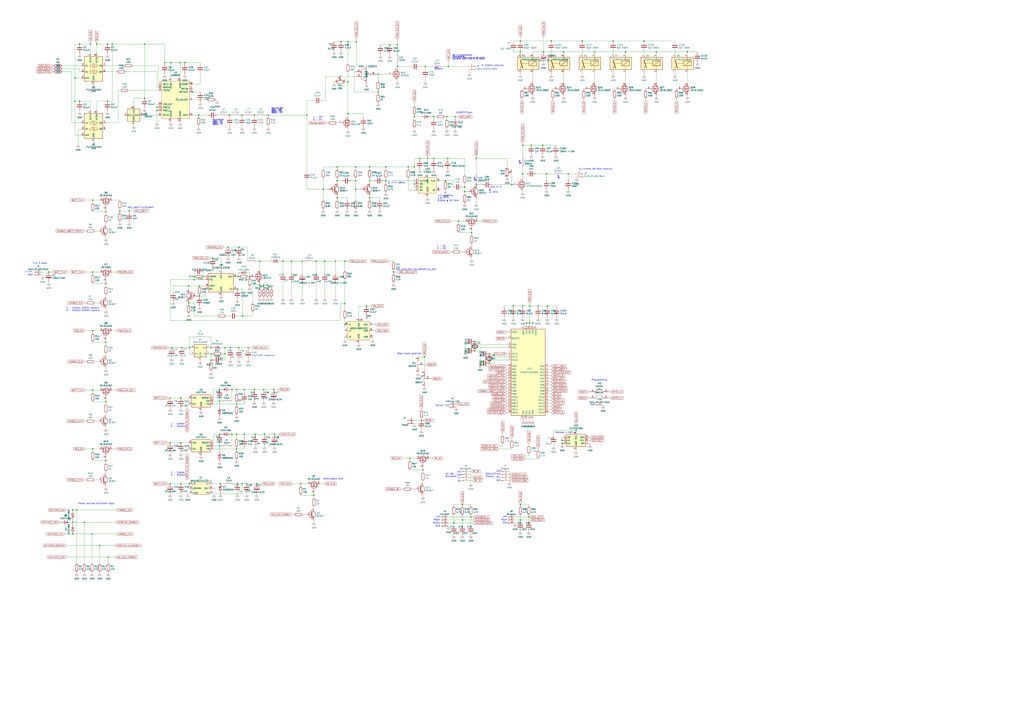
<source format=kicad_sch>
(kicad_sch (version 20211123) (generator eeschema)
  (paper "A1")
  (title_block (title "Project YIFF - Opensource ARDF transmitter") (company "White Fossa aka Artyom Vetrov") (comment 1 "AGPL 3+"))
  (junction (at 140.97 285.75))
  (junction (at 159.385 229.87))
  (junction (at 195.58 227.33))
  (junction (at 346.075 345.44))
  (junction (at 266.7 214.63))
  (junction (at 310.515 75.565))
  (junction (at 61.595 83.185))
  (junction (at 184.785 285.75))
  (junction (at 213.36 214.63))
  (junction (at 148.59 327.025))
  (junction (at 118.745 80.645))
  (junction (at 434.975 251.46))
  (junction (at 86.995 173.99))
  (junction (at 335.28 137.16))
  (junction (at 320.04 36.83))
  (junction (at 81.915 448.31))
  (junction (at 180.975 397.51))
  (junction (at 376.555 181.61))
  (junction (at 208.915 94.615))
  (junction (at 421.64 251.46))
  (junction (at 225.425 356.87))
  (junction (at 379.73 414.655))
  (junction (at 429.26 251.46))
  (junction (at 184.785 290.83))
  (junction (at 252.095 94.615))
  (junction (at 292.1 155.575))
  (junction (at 198.755 94.615))
  (junction (at 452.755 33.655))
  (junction (at 427.355 33.655))
  (junction (at 285.75 34.29))
  (junction (at 292.1 148.59))
  (junction (at 466.725 142.875))
  (junction (at 432.435 265.43))
  (junction (at 340.36 95.885))
  (junction (at 98.425 173.355))
  (junction (at 151.765 51.435))
  (junction (at 203.835 285.75))
  (junction (at 139.7 327.025))
  (junction (at 528.955 33.655))
  (junction (at 163.83 243.205))
  (junction (at 391.16 130.175))
  (junction (at 61.595 64.135))
  (junction (at 462.915 42.545))
  (junction (at 283.21 249.555))
  (junction (at 374.015 95.885))
  (junction (at 436.245 119.38))
  (junction (at 106.045 173.355))
  (junction (at 76.2 271.78))
  (junction (at 59.69 419.1))
  (junction (at 194.945 397.51))
  (junction (at 381.635 153.67))
  (junction (at 217.17 356.87))
  (junction (at 220.345 94.615))
  (junction (at 187.325 203.2))
  (junction (at 367.665 130.175))
  (junction (at 276.86 137.16))
  (junction (at 441.96 251.46))
  (junction (at 323.215 223.52))
  (junction (at 259.715 214.63))
  (junction (at 147.955 51.435))
  (junction (at 86.995 378.46))
  (junction (at 205.105 227.33))
  (junction (at 429.26 142.875))
  (junction (at 139.7 397.51))
  (junction (at 344.805 130.175))
  (junction (at 76.2 164.465))
  (junction (at 478.155 33.655))
  (junction (at 174.625 212.09))
  (junction (at 219.71 234.315))
  (junction (at 76.2 368.935))
  (junction (at 154.94 234.95))
  (junction (at 128.905 90.805))
  (junction (at 163.83 234.95))
  (junction (at 292.735 34.29))
  (junction (at 188.595 94.615))
  (junction (at 200.66 320.04))
  (junction (at 208.915 320.04))
  (junction (at 276.86 148.59))
  (junction (at 391.16 151.765))
  (junction (at 336.55 376.555))
  (junction (at 539.115 42.545))
  (junction (at 387.35 191.135))
  (junction (at 154.94 248.92))
  (junction (at 292.1 137.16))
  (junction (at 513.715 42.545))
  (junction (at 437.515 265.43))
  (junction (at 379.73 427.355))
  (junction (at 303.53 162.56))
  (junction (at 128.905 88.265))
  (junction (at 310.515 60.96))
  (junction (at 365.76 148.59))
  (junction (at 445.77 119.38))
  (junction (at 155.575 285.75))
  (junction (at 503.555 33.655))
  (junction (at 279.4 62.865))
  (junction (at 180.34 329.565))
  (junction (at 394.335 298.45))
  (junction (at 356.235 130.175))
  (junction (at 303.53 148.59))
  (junction (at 149.225 285.75))
  (junction (at 139.7 363.855))
  (junction (at 316.865 148.59))
  (junction (at 461.645 364.49))
  (junction (at 340.36 151.13))
  (junction (at 427.355 427.355))
  (junction (at 199.39 259.715))
  (junction (at 257.81 407.035))
  (junction (at 79.375 36.195))
  (junction (at 69.215 429.26))
  (junction (at 173.355 290.83))
  (junction (at 86.995 233.045))
  (junction (at 434.975 265.43))
  (junction (at 276.86 162.56))
  (junction (at 368.3 54.61))
  (junction (at 389.89 288.29))
  (junction (at 148.59 363.855))
  (junction (at 190.5 356.87))
  (junction (at 285.75 93.345))
  (junction (at 202.565 397.51))
  (junction (at 351.155 130.175))
  (junction (at 303.53 137.16))
  (junction (at 386.715 424.815))
  (junction (at 213.36 234.315))
  (junction (at 92.075 36.195))
  (junction (at 65.405 36.195))
  (junction (at 427.355 414.655))
  (junction (at 427.355 42.545))
  (junction (at 76.2 320.675))
  (junction (at 86.995 281.305))
  (junction (at 356.235 95.885))
  (junction (at 163.195 94.615))
  (junction (at 216.535 320.04))
  (junction (at 340.36 137.16))
  (junction (at 239.395 214.63))
  (junction (at 194.31 356.87))
  (junction (at 420.37 151.765))
  (junction (at 200.66 356.87))
  (junction (at 389.89 280.67))
  (junction (at 74.295 36.195))
  (junction (at 372.745 429.895))
  (junction (at 265.43 155.575))
  (junction (at 167.005 227.33))
  (junction (at 190.5 320.04))
  (junction (at 196.215 203.2))
  (junction (at 194.31 332.105))
  (junction (at 75.565 438.785))
  (junction (at 381.635 157.48))
  (junction (at 283.21 266.7))
  (junction (at 88.9 457.835))
  (junction (at 429.26 119.38))
  (junction (at 194.945 237.49))
  (junction (at 449.58 251.46))
  (junction (at 280.035 34.29))
  (junction (at 275.59 214.63))
  (junction (at 446.405 42.545))
  (junction (at 564.515 42.545))
  (junction (at 349.25 54.61))
  (junction (at 326.39 36.83))
  (junction (at 148.59 397.51))
  (junction (at 173.355 285.75))
  (junction (at 347.345 386.08))
  (junction (at 473.075 353.695))
  (junction (at 118.745 36.195))
  (junction (at 401.955 290.83))
  (junction (at 194.31 368.935))
  (junction (at 173.355 295.91))
  (junction (at 140.335 51.435))
  (junction (at 135.255 51.435))
  (junction (at 461.645 361.95))
  (junction (at 180.34 320.04))
  (junction (at 65.405 83.185))
  (junction (at 348.615 293.37))
  (junction (at 367.03 95.885))
  (junction (at 196.215 285.75))
  (junction (at 248.285 214.63))
  (junction (at 59.69 429.26))
  (junction (at 86.995 330.2))
  (junction (at 216.535 234.315))
  (junction (at 198.755 397.51))
  (junction (at 76.2 223.52))
  (junction (at 189.23 285.75))
  (junction (at 285.75 67.31))
  (junction (at 232.41 214.63))
  (junction (at 158.115 75.565))
  (junction (at 159.385 227.33))
  (junction (at 401.955 298.45))
  (junction (at 40.005 223.52))
  (junction (at 88.265 36.195))
  (junction (at 326.39 54.61))
  (junction (at 155.575 397.51))
  (junction (at 180.34 356.87))
  (junction (at 62.865 419.1))
  (junction (at 209.55 356.87))
  (junction (at 59.69 438.785))
  (junction (at 194.31 320.04))
  (junction (at 300.99 251.46))
  (junction (at 316.865 137.16))
  (junction (at 283.21 214.63))
  (junction (at 247.015 397.51))
  (junction (at 434.34 424.815))
  (junction (at 448.945 142.875))
  (junction (at 210.82 397.51))
  (junction (at 180.34 366.395))
  (junction (at 88.265 83.185))
  (junction (at 488.315 42.545))
  (junction (at 382.27 288.29))
  (junction (at 224.79 320.04))
  (wire (pts (xy 160.655 276.86) (xy 155.575 276.86)))
  (wire (pts (xy 109.855 103.505) (xy 109.855 102.235)))
  (wire (pts (xy 283.21 214.63) (xy 283.21 222.25)))
  (wire (pts (xy 461.645 359.41) (xy 461.645 361.95)))
  (wire (pts (xy 572.77 50.8) (xy 572.77 51.435)))
  (wire (pts (xy 194.31 330.835) (xy 194.31 332.105)))
  (wire (pts (xy 59.69 438.785) (xy 75.565 438.785)))
  (wire (pts (xy 81.915 448.31) (xy 81.915 462.915)))
  (wire (pts (xy 340.36 137.16) (xy 340.36 151.13)))
  (wire (pts (xy 182.245 290.83) (xy 184.785 290.83)))
  (wire (pts (xy 219.71 236.855) (xy 219.71 234.315)))
  (wire (pts (xy 173.355 285.75) (xy 173.355 276.86)))
  (wire (pts (xy 504.825 82.55) (xy 504.825 81.28)))
  (wire (pts (xy 462.915 42.545) (xy 488.315 42.545)))
  (wire (pts (xy 340.36 153.67) (xy 340.36 151.13)))
  (wire (pts (xy 446.405 50.8) (xy 446.405 51.435)))
  (wire (pts (xy 213.36 232.41) (xy 213.36 234.315)))
  (wire (pts (xy 59.69 429.26) (xy 59.69 427.355)))
  (wire (pts (xy 155.575 290.83) (xy 156.845 290.83)))
  (wire (pts (xy 187.325 94.615) (xy 188.595 94.615)))
  (wire (pts (xy 66.675 64.135) (xy 61.595 64.135)))
  (wire (pts (xy 88.9 470.535) (xy 88.9 471.17)))
  (wire (pts (xy 153.67 368.935) (xy 154.94 368.935)))
  (wire (pts (xy 252.73 397.51) (xy 247.015 397.51)))
  (wire (pts (xy 88.265 45.085) (xy 88.265 43.815)))
  (wire (pts (xy 164.465 52.705) (xy 164.465 51.435)))
  (wire (pts (xy 106.045 182.88) (xy 106.045 182.245)))
  (wire (pts (xy 440.055 267.97) (xy 440.055 265.43)))
  (wire (pts (xy 429.26 142.875) (xy 429.26 137.16)))
  (wire (pts (xy 200.66 356.87) (xy 194.31 356.87)))
  (wire (pts (xy 478.155 33.655) (xy 503.555 33.655)))
  (wire (pts (xy 283.21 279.4) (xy 283.21 276.86)))
  (wire (pts (xy 418.465 387.35) (xy 417.195 387.35)))
  (wire (pts (xy 92.075 164.465) (xy 98.425 164.465)))
  (wire (pts (xy 207.645 259.715) (xy 199.39 259.715)))
  (wire (pts (xy 135.255 51.435) (xy 135.255 36.195)))
  (wire (pts (xy 337.185 54.61) (xy 326.39 54.61)))
  (wire (pts (xy 381.635 167.64) (xy 381.635 167.005)))
  (wire (pts (xy 292.1 139.065) (xy 292.1 137.16)))
  (wire (pts (xy 159.385 227.33) (xy 159.385 229.87)))
  (wire (pts (xy 86.995 53.975) (xy 101.6 53.975)))
  (wire (pts (xy 118.745 89.535) (xy 118.745 88.265)))
  (wire (pts (xy 76.2 378.46) (xy 86.995 378.46)))
  (wire (pts (xy 200.66 367.665) (xy 200.66 368.935)))
  (wire (pts (xy 388.62 424.815) (xy 386.715 424.815)))
  (wire (pts (xy 220.345 94.615) (xy 252.095 94.615)))
  (wire (pts (xy 344.805 130.175) (xy 351.155 130.175)))
  (wire (pts (xy 479.425 73.025) (xy 480.695 73.025)))
  (wire (pts (xy 265.43 137.16) (xy 276.86 137.16)))
  (wire (pts (xy 43.18 53.975) (xy 43.815 53.975)))
  (wire (pts (xy 382.27 181.61) (xy 376.555 181.61)))
  (wire (pts (xy 374.65 335.28) (xy 374.65 334.645)))
  (wire (pts (xy 139.7 334.645) (xy 139.7 335.915)))
  (wire (pts (xy 367.03 106.68) (xy 367.03 105.41)))
  (wire (pts (xy 209.55 356.87) (xy 217.17 356.87)))
  (wire (pts (xy 266.065 397.51) (xy 262.89 397.51)))
  (wire (pts (xy 420.37 368.935) (xy 409.575 368.935)))
  (wire (pts (xy 434.975 427.355) (xy 427.355 427.355)))
  (wire (pts (xy 539.115 67.945) (xy 539.115 59.69)))
  (wire (pts (xy 257.81 429.26) (xy 257.81 427.99)))
  (wire (pts (xy 205.105 227.33) (xy 205.74 227.33)))
  (wire (pts (xy 65.405 36.195) (xy 74.295 36.195)))
  (wire (pts (xy 43.18 223.52) (xy 40.005 223.52)))
  (wire (pts (xy 356.235 97.79) (xy 356.235 95.885)))
  (wire (pts (xy 412.75 366.395) (xy 409.575 366.395)))
  (wire (pts (xy 391.16 151.765) (xy 391.16 152.4)))
  (wire (pts (xy 164.465 84.455) (xy 164.465 83.185)))
  (wire (pts (xy 340.36 86.995) (xy 340.36 83.82)))
  (wire (pts (xy 75.565 471.17) (xy 75.565 470.535)))
  (wire (pts (xy 285.115 162.56) (xy 276.86 162.56)))
  (wire (pts (xy 303.53 148.59) (xy 303.53 150.495)))
  (wire (pts (xy 473.075 353.695) (xy 473.075 354.33)))
  (wire (pts (xy 43.815 56.515) (xy 43.18 56.515)))
  (wire (pts (xy 195.58 227.33) (xy 195.58 224.155)))
  (wire (pts (xy 416.56 290.83) (xy 417.195 290.83)))
  (wire (pts (xy 75.565 438.785) (xy 95.25 438.785)))
  (wire (pts (xy 274.32 42.545) (xy 274.32 41.91)))
  (wire (pts (xy 326.39 44.45) (xy 326.39 36.83)))
  (wire (pts (xy 420.37 141.605) (xy 420.37 151.765)))
  (wire (pts (xy 181.61 222.25) (xy 181.61 212.09)))
  (wire (pts (xy 414.02 251.46) (xy 421.64 251.46)))
  (wire (pts (xy 154.94 248.92) (xy 154.94 248.285)))
  (wire (pts (xy 340.36 106.68) (xy 340.36 105.41)))
  (wire (pts (xy 344.805 54.61) (xy 349.25 54.61)))
  (wire (pts (xy 225.425 356.87) (xy 217.17 356.87)))
  (wire (pts (xy 159.385 248.92) (xy 154.94 248.92)))
  (wire (pts (xy 265.43 139.065) (xy 265.43 137.16)))
  (wire (pts (xy 86.995 184.785) (xy 86.995 183.515)))
  (wire (pts (xy 175.26 366.395) (xy 180.34 366.395)))
  (wire (pts (xy 417.195 303.53) (xy 415.925 303.53)))
  (wire (pts (xy 437.515 67.945) (xy 437.515 59.69)))
  (wire (pts (xy 316.865 137.16) (xy 316.865 139.065)))
  (wire (pts (xy 307.975 266.7) (xy 306.07 266.7)))
  (wire (pts (xy 203.835 287.02) (xy 203.835 285.75)))
  (wire (pts (xy 292.1 172.72) (xy 292.1 172.085)))
  (wire (pts (xy 198.755 397.51) (xy 198.755 405.765)))
  (wire (pts (xy 285.75 67.31) (xy 283.21 67.31)))
  (wire (pts (xy 86.995 330.2) (xy 86.995 328.295)))
  (wire (pts (xy 452.755 336.55) (xy 450.215 336.55)))
  (wire (pts (xy 250.19 422.91) (xy 248.92 422.91)))
  (wire (pts (xy 329.565 401.955) (xy 330.835 401.955)))
  (wire (pts (xy 427.355 415.925) (xy 427.355 414.655)))
  (wire (pts (xy 394.335 285.75) (xy 417.195 285.75)))
  (wire (pts (xy 437.515 79.375) (xy 437.515 78.105)))
  (wire (pts (xy 340.36 95.885) (xy 340.36 94.615)))
  (wire (pts (xy 213.36 222.25) (xy 213.36 214.63)))
  (wire (pts (xy 278.13 100.965) (xy 276.86 100.965)))
  (wire (pts (xy 81.915 471.17) (xy 81.915 470.535)))
  (wire (pts (xy 69.215 471.17) (xy 69.215 470.535)))
  (wire (pts (xy 503.555 34.29) (xy 503.555 33.655)))
  (wire (pts (xy 178.435 259.715) (xy 159.385 259.715)))
  (wire (pts (xy 65.405 45.085) (xy 65.405 43.815)))
  (wire (pts (xy 205.105 224.155) (xy 205.105 227.33)))
  (wire (pts (xy 189.23 287.02) (xy 189.23 285.75)))
  (wire (pts (xy 434.34 424.815) (xy 434.34 423.545)))
  (wire (pts (xy 95.25 223.52) (xy 92.075 223.52)))
  (wire (pts (xy 76.2 233.045) (xy 86.995 233.045)))
  (wire (pts (xy 462.28 142.875) (xy 466.725 142.875)))
  (wire (pts (xy 174.625 295.91) (xy 173.355 295.91)))
  (wire (pts (xy 61.595 36.195) (xy 65.405 36.195)))
  (wire (pts (xy 437.515 44.45) (xy 437.515 42.545)))
  (wire (pts (xy 294.64 282.575) (xy 294.64 281.94)))
  (wire (pts (xy 159.385 259.715) (xy 159.385 248.92)))
  (wire (pts (xy 346.075 336.55) (xy 346.075 335.915)))
  (wire (pts (xy 276.86 146.685) (xy 276.86 148.59)))
  (wire (pts (xy 367.03 95.885) (xy 367.03 97.79)))
  (wire (pts (xy 349.885 299.72) (xy 347.345 299.72)))
  (wire (pts (xy 81.915 223.52) (xy 76.2 223.52)))
  (wire (pts (xy 454.66 353.695) (xy 473.075 353.695)))
  (wire (pts (xy 381.635 153.67) (xy 381.635 157.48)))
  (wire (pts (xy 347.98 345.44) (xy 346.075 345.44)))
  (wire (pts (xy 454.025 73.025) (xy 455.295 73.025)))
  (wire (pts (xy 386.715 424.815) (xy 367.665 424.815)))
  (wire (pts (xy 528.955 34.29) (xy 528.955 33.655)))
  (wire (pts (xy 434.34 364.49) (xy 434.34 365.76)))
  (wire (pts (xy 356.235 130.175) (xy 356.235 131.445)))
  (wire (pts (xy 224.79 321.31) (xy 224.79 320.04)))
  (wire (pts (xy 265.43 155.575) (xy 269.24 155.575)))
  (wire (pts (xy 189.23 295.91) (xy 189.23 294.64)))
  (wire (pts (xy 65.405 59.055) (xy 65.405 56.515)))
  (wire (pts (xy 503.555 44.45) (xy 503.555 41.91)))
  (wire (pts (xy 59.69 429.26) (xy 59.69 431.165)))
  (wire (pts (xy 285.75 59.69) (xy 285.75 67.31)))
  (wire (pts (xy 290.83 59.055) (xy 290.83 75.565)))
  (wire (pts (xy 416.56 137.795) (xy 416.56 130.175)))
  (wire (pts (xy 303.53 162.56) (xy 303.53 164.465)))
  (wire (pts (xy 335.28 139.065) (xy 335.28 137.16)))
  (wire (pts (xy 504.825 73.025) (xy 506.095 73.025)))
  (wire (pts (xy 200.66 360.045) (xy 200.66 356.87)))
  (wire (pts (xy 290.83 75.565) (xy 310.515 75.565)))
  (wire (pts (xy 148.59 327.025) (xy 154.94 327.025)))
  (wire (pts (xy 54.61 457.835) (xy 88.9 457.835)))
  (wire (pts (xy 276.86 162.56) (xy 276.86 164.465)))
  (wire (pts (xy 279.4 62.865) (xy 267.335 62.865)))
  (wire (pts (xy 276.86 172.72) (xy 276.86 172.085)))
  (wire (pts (xy 340.36 348.615) (xy 340.36 347.98)))
  (wire (pts (xy 457.2 261.62) (xy 457.2 260.35)))
  (wire (pts (xy 421.64 252.73) (xy 421.64 251.46)))
  (wire (pts (xy 154.94 234.95) (xy 163.83 234.95)))
  (wire (pts (xy 156.845 285.75) (xy 155.575 285.75)))
  (wire (pts (xy 180.34 327.66) (xy 180.34 329.565)))
  (wire (pts (xy 429.26 119.38) (xy 429.26 129.54)))
  (wire (pts (xy 265.43 146.685) (xy 265.43 155.575)))
  (wire (pts (xy 118.745 36.195) (xy 92.075 36.195)))
  (wire (pts (xy 53.34 438.785) (xy 59.69 438.785)))
  (wire (pts (xy 169.545 81.915) (xy 158.115 81.915)))
  (wire (pts (xy 196.215 295.91) (xy 196.215 294.64)))
  (wire (pts (xy 303.53 139.065) (xy 303.53 137.16)))
  (wire (pts (xy 232.41 214.63) (xy 229.87 214.63)))
  (wire (pts (xy 564.515 42.545) (xy 564.515 44.45)))
  (wire (pts (xy 555.625 82.55) (xy 555.625 81.28)))
  (wire (pts (xy 285.75 107.315) (xy 285.75 106.045)))
  (wire (pts (xy 346.075 95.885) (xy 340.36 95.885)))
  (wire (pts (xy 367.665 131.445) (xy 367.665 130.175)))
  (wire (pts (xy 434.975 251.46) (xy 434.975 265.43)))
  (wire (pts (xy 168.91 243.205) (xy 168.91 237.49)))
  (wire (pts (xy 174.625 401.32) (xy 177.165 401.32)))
  (wire (pts (xy 452.755 316.23) (xy 450.215 316.23)))
  (wire (pts (xy 276.86 148.59) (xy 276.86 150.495)))
  (wire (pts (xy 347.345 396.875) (xy 347.345 395.605)))
  (wire (pts (xy 372.745 415.925) (xy 372.745 414.655)))
  (wire (pts (xy 188.595 94.615) (xy 189.865 94.615)))
  (wire (pts (xy 252.095 82.55) (xy 252.095 94.615)))
  (wire (pts (xy 179.705 94.615) (xy 178.435 94.615)))
  (wire (pts (xy 381.635 151.13) (xy 381.635 153.67)))
  (wire (pts (xy 173.355 297.18) (xy 173.355 295.91)))
  (wire (pts (xy 139.7 327.025) (xy 148.59 327.025)))
  (wire (pts (xy 189.23 285.75) (xy 196.215 285.75)))
  (wire (pts (xy 163.83 252.095) (xy 163.83 251.46)))
  (wire (pts (xy 228.6 320.04) (xy 224.79 320.04)))
  (wire (pts (xy 387.35 213.36) (xy 387.35 212.09)))
  (wire (pts (xy 76.2 271.78) (xy 69.85 271.78)))
  (wire (pts (xy 394.335 298.45) (xy 394.335 290.83)))
  (wire (pts (xy 175.26 320.04) (xy 180.34 320.04)))
  (wire (pts (xy 62.865 419.1) (xy 95.25 419.1)))
  (wire (pts (xy 335.28 146.685) (xy 335.28 156.21)))
  (wire (pts (xy 539.115 79.375) (xy 539.115 78.105)))
  (wire (pts (xy 51.435 56.515) (xy 65.405 56.515)))
  (wire (pts (xy 220.345 94.615) (xy 217.805 94.615)))
  (wire (pts (xy 162.56 243.205) (xy 163.83 243.205)))
  (wire (pts (xy 147.955 64.135) (xy 147.955 51.435)))
  (wire (pts (xy 239.395 232.41) (xy 239.395 245.11)))
  (wire (pts (xy 452.755 321.31) (xy 450.215 321.31)))
  (wire (pts (xy 62.865 419.1) (xy 62.865 462.915)))
  (wire (pts (xy 203.835 227.33) (xy 205.105 227.33)))
  (wire (pts (xy 412.75 365.125) (xy 412.75 366.395)))
  (wire (pts (xy 275.59 224.79) (xy 275.59 214.63)))
  (wire (pts (xy 139.7 363.855) (xy 148.59 363.855)))
  (wire (pts (xy 59.69 419.1) (xy 62.865 419.1)))
  (wire (pts (xy 81.915 448.31) (xy 94.615 448.31)))
  (wire (pts (xy 452.755 318.77) (xy 450.215 318.77)))
  (wire (pts (xy 128.905 88.265) (xy 128.905 90.805)))
  (wire (pts (xy 194.31 368.935) (xy 175.26 368.935)))
  (wire (pts (xy 174.625 397.51) (xy 180.975 397.51)))
  (wire (pts (xy 155.575 397.51) (xy 155.575 401.32)))
  (wire (pts (xy 275.59 214.63) (xy 283.21 214.63)))
  (wire (pts (xy 76.2 368.935) (xy 69.85 368.935)))
  (wire (pts (xy 59.69 419.1) (xy 59.69 419.735)))
  (wire (pts (xy 86.995 175.895) (xy 86.995 173.99)))
  (wire (pts (xy 95.885 59.055) (xy 86.995 59.055)))
  (wire (pts (xy 391.16 143.51) (xy 391.16 130.175)))
  (wire (pts (xy 326.39 32.385) (xy 326.39 36.83)))
  (wire (pts (xy 213.36 234.315) (xy 213.36 236.855)))
  (wire (pts (xy 248.285 232.41) (xy 248.285 245.11)))
  (wire (pts (xy 147.955 51.435) (xy 140.335 51.435)))
  (wire (pts (xy 555.625 73.66) (xy 555.625 73.025)))
  (wire (pts (xy 139.7 363.855) (xy 137.795 363.855)))
  (wire (pts (xy 165.1 337.82) (xy 165.1 337.185)))
  (wire (pts (xy 417.195 334.01) (xy 415.925 334.01)))
  (wire (pts (xy 148.59 335.915) (xy 148.59 334.645)))
  (wire (pts (xy 194.31 356.87) (xy 190.5 356.87)))
  (wire (pts (xy 76.2 173.99) (xy 86.995 173.99)))
  (wire (pts (xy 128.905 90.805) (xy 128.905 100.965)))
  (wire (pts (xy 76.2 322.58) (xy 76.2 320.675)))
  (wire (pts (xy 135.255 52.705) (xy 135.255 51.435)))
  (wire (pts (xy 367.665 139.7) (xy 367.665 139.065)))
  (wire (pts (xy 76.2 164.465) (xy 69.85 164.465)))
  (wire (pts (xy 163.83 234.95) (xy 168.91 234.95)))
  (wire (pts (xy 374.65 332.105) (xy 374.015 332.105)))
  (wire (pts (xy 348.615 292.735) (xy 348.615 293.37)))
  (wire (pts (xy 81.915 368.935) (xy 76.2 368.935)))
  (wire (pts (xy 456.565 127.635) (xy 456.565 127)))
  (wire (pts (xy 74.295 90.805) (xy 74.295 83.185)))
  (wire (pts (xy 200.66 368.935) (xy 194.31 368.935)))
  (wire (pts (xy 414.02 252.73) (xy 414.02 251.46)))
  (wire (pts (xy 178.435 83.185) (xy 178.435 81.915)))
  (wire (pts (xy 210.82 214.63) (xy 213.36 214.63)))
  (wire (pts (xy 452.755 313.69) (xy 450.215 313.69)))
  (wire (pts (xy 259.715 245.11) (xy 259.715 232.41)))
  (wire (pts (xy 203.835 224.155) (xy 205.105 224.155)))
  (wire (pts (xy 379.73 414.655) (xy 386.715 414.655)))
  (wire (pts (xy 415.925 336.55) (xy 417.195 336.55)))
  (wire (pts (xy 292.735 53.975) (xy 300.99 53.975)))
  (wire (pts (xy 316.865 137.16) (xy 335.28 137.16)))
  (wire (pts (xy 461.645 361.95) (xy 461.645 364.49)))
  (wire (pts (xy 446.405 30.48) (xy 446.405 42.545)))
  (wire (pts (xy 216.535 321.31) (xy 216.535 320.04)))
  (wire (pts (xy 76.2 370.84) (xy 76.2 368.935)))
  (wire (pts (xy 208.915 320.04) (xy 216.535 320.04)))
  (wire (pts (xy 374.015 97.79) (xy 374.015 95.885)))
  (wire (pts (xy 478.155 44.45) (xy 478.155 41.91)))
  (wire (pts (xy 86.995 233.045) (xy 86.995 231.14)))
  (wire (pts (xy 88.265 92.075) (xy 88.265 90.805)))
  (wire (pts (xy 118.745 80.645) (xy 118.745 36.195)))
  (wire (pts (xy 394.335 280.67) (xy 389.89 280.67)))
  (wire (pts (xy 194.31 332.105) (xy 175.26 332.105)))
  (wire (pts (xy 311.785 162.56) (xy 303.53 162.56)))
  (wire (pts (xy 432.435 265.43) (xy 434.975 265.43)))
  (wire (pts (xy 452.755 61.595) (xy 452.755 59.69)))
  (wire (pts (xy 336.55 376.555) (xy 330.2 376.555)))
  (wire (pts (xy 320.04 36.83) (xy 326.39 36.83)))
  (wire (pts (xy 276.86 137.16) (xy 292.1 137.16)))
  (wire (pts (xy 347.345 386.08) (xy 347.345 384.175)))
  (wire (pts (xy 216.535 236.855) (xy 216.535 234.315)))
  (wire (pts (xy 213.36 245.11) (xy 213.36 244.475)))
  (wire (pts (xy 417.195 331.47) (xy 415.925 331.47)))
  (wire (pts (xy 441.96 251.46) (xy 434.975 251.46)))
  (wire (pts (xy 209.55 358.14) (xy 209.55 356.87)))
  (wire (pts (xy 217.17 358.14) (xy 217.17 356.87)))
  (wire (pts (xy 257.81 407.035) (xy 257.81 405.13)))
  (wire (pts (xy 323.215 233.045) (xy 323.215 232.41)))
  (wire (pts (xy 310.515 66.675) (xy 310.515 60.96)))
  (wire (pts (xy 374.015 106.68) (xy 374.015 105.41)))
  (wire (pts (xy 306.07 279.4) (xy 306.07 276.86)))
  (wire (pts (xy 427.355 34.29) (xy 427.355 33.655)))
  (wire (pts (xy 173.355 295.91) (xy 173.355 290.83)))
  (wire (pts (xy 153.67 332.105) (xy 154.94 332.105)))
  (wire (pts (xy 427.355 414.655) (xy 434.34 414.655)))
  (wire (pts (xy 88.265 36.195) (xy 79.375 36.195)))
  (wire (pts (xy 54.61 448.31) (xy 81.915 448.31)))
  (wire (pts (xy 165.1 374.65) (xy 165.1 374.015)))
  (wire (pts (xy 174.625 290.83) (xy 173.355 290.83)))
  (wire (pts (xy 449.58 261.62) (xy 449.58 260.35)))
  (wire (pts (xy 208.915 330.2) (xy 208.915 328.93)))
  (wire (pts (xy 184.785 285.75) (xy 182.245 285.75)))
  (wire (pts (xy 69.215 248.92) (xy 70.485 248.92)))
  (wire (pts (xy 406.4 295.91) (xy 406.4 298.45)))
  (wire (pts (xy 109.22 173.355) (xy 106.045 173.355)))
  (wire (pts (xy 440.055 265.43) (xy 437.515 265.43)))
  (wire (pts (xy 151.765 51.435) (xy 147.955 51.435)))
  (wire (pts (xy 340.36 347.98) (xy 339.725 347.98)))
  (wire (pts (xy 368.3 50.165) (xy 368.3 54.61)))
  (wire (pts (xy 347.345 387.985) (xy 347.345 386.08)))
  (wire (pts (xy 351.155 161.29) (xy 351.155 162.56)))
  (wire (pts (xy 257.81 408.94) (xy 257.81 407.035)))
  (wire (pts (xy 62.865 471.17) (xy 62.865 470.535)))
  (wire (pts (xy 117.475 94.615) (xy 130.175 94.615)))
  (wire (pts (xy 86.995 283.21) (xy 86.995 281.305)))
  (wire (pts (xy 196.215 287.02) (xy 196.215 285.75)))
  (wire (pts (xy 274.32 34.29) (xy 280.035 34.29)))
  (wire (pts (xy 416.56 130.175) (xy 391.16 130.175)))
  (wire (pts (xy 513.715 67.945) (xy 513.715 59.69)))
  (wire (pts (xy 279.4 63.5) (xy 279.4 62.865)))
  (wire (pts (xy 163.195 95.885) (xy 163.195 94.615)))
  (wire (pts (xy 462.915 359.41) (xy 461.645 359.41)))
  (wire (pts (xy 379.73 423.545) (xy 379.73 427.355)))
  (wire (pts (xy 164.465 69.215) (xy 164.465 60.325)))
  (wire (pts (xy 69.215 429.26) (xy 94.615 429.26)))
  (wire (pts (xy 81.915 271.78) (xy 76.2 271.78)))
  (wire (pts (xy 340.995 153.67) (xy 340.36 153.67)))
  (wire (pts (xy 264.795 82.55) (xy 267.335 82.55)))
  (wire (pts (xy 175.26 327.025) (xy 175.26 320.04)))
  (wire (pts (xy 292.1 155.575) (xy 295.91 155.575)))
  (wire (pts (xy 139.7 229.87) (xy 139.7 263.525)))
  (wire (pts (xy 448.945 142.875) (xy 454.66 142.875)))
  (wire (pts (xy 200.66 320.04) (xy 208.915 320.04)))
  (wire (pts (xy 452.755 334.01) (xy 450.215 334.01)))
  (wire (pts (xy 184.785 290.83) (xy 184.785 285.75)))
  (wire (pts (xy 344.805 139.065) (xy 344.805 139.7)))
  (wire (pts (xy 59.69 429.26) (xy 69.215 429.26)))
  (wire (pts (xy 65.405 83.185) (xy 74.295 83.185)))
  (wire (pts (xy 206.375 285.75) (xy 203.835 285.75)))
  (wire (pts (xy 259.715 214.63) (xy 266.7 214.63)))
  (wire (pts (xy 139.7 327.025) (xy 137.795 327.025)))
  (wire (pts (xy 190.5 356.87) (xy 190.5 366.395)))
  (wire (pts (xy 420.37 151.765) (xy 403.86 151.765)))
  (wire (pts (xy 86.995 332.105) (xy 86.995 330.2)))
  (wire (pts (xy 151.765 61.595) (xy 151.765 60.325)))
  (wire (pts (xy 484.505 361.95) (xy 483.235 361.95)))
  (wire (pts (xy 167.005 227.33) (xy 167.005 222.885)))
  (wire (pts (xy 429.895 267.97) (xy 429.895 265.43)))
  (wire (pts (xy 303.53 172.72) (xy 303.53 172.085)))
  (wire (pts (xy 564.515 42.545) (xy 539.115 42.545)))
  (wire (pts (xy 466.725 142.875) (xy 466.725 147.955)))
  (wire (pts (xy 395.605 181.61) (xy 392.43 181.61)))
  (wire (pts (xy 66.675 59.055) (xy 65.405 59.055)))
  (wire (pts (xy 43.815 59.055) (xy 43.18 59.055)))
  (wire (pts (xy 190.5 320.04) (xy 190.5 329.565)))
  (wire (pts (xy 76.2 223.52) (xy 69.85 223.52)))
  (wire (pts (xy 473.71 146.685) (xy 473.71 145.415)))
  (wire (pts (xy 279.4 263.525) (xy 279.4 249.555)))
  (wire (pts (xy 288.29 148.59) (xy 292.1 148.59)))
  (wire (pts (xy 232.41 224.79) (xy 232.41 214.63)))
  (wire (pts (xy 427.355 61.595) (xy 427.355 59.69)))
  (wire (pts (xy 323.215 214.63) (xy 319.405 214.63)))
  (wire (pts (xy 292.735 53.975) (xy 292.735 34.29)))
  (wire (pts (xy 200.66 332.105) (xy 194.31 332.105)))
  (wire (pts (xy 501.015 321.945) (xy 499.745 321.945)))
  (wire (pts (xy 163.83 243.205) (xy 163.83 242.57)))
  (wire (pts (xy 528.955 44.45) (xy 528.955 41.91)))
  (wire (pts (xy 248.285 224.79) (xy 248.285 214.63)))
  (wire (pts (xy 97.155 100.965) (xy 86.995 100.965)))
  (wire (pts (xy 478.155 61.595) (xy 478.155 59.69)))
  (wire (pts (xy 252.095 155.575) (xy 252.095 148.59)))
  (wire (pts (xy 285.75 34.29) (xy 285.75 52.07)))
  (wire (pts (xy 173.355 276.86) (xy 168.275 276.86)))
  (wire (pts (xy 294.64 261.62) (xy 294.64 251.46)))
  (wire (pts (xy 159.385 222.885) (xy 159.385 227.33)))
  (wire (pts (xy 303.53 137.16) (xy 316.865 137.16)))
  (wire (pts (xy 382.27 289.56) (xy 382.27 288.29)))
  (wire (pts (xy 86.995 196.215) (xy 86.995 194.945)))
  (wire (pts (xy 374.65 334.645) (xy 374.015 334.645)))
  (wire (pts (xy 208.915 94.615) (xy 210.185 94.615)))
  (wire (pts (xy 175.895 405.13) (xy 175.895 406.4)))
  (wire (pts (xy 280.035 34.29) (xy 285.75 34.29)))
  (wire (pts (xy 202.565 405.13) (xy 202.565 406.4)))
  (wire (pts (xy 139.7 371.475) (xy 139.7 372.745)))
  (wire (pts (xy 356.235 105.41) (xy 356.235 106.68)))
  (wire (pts (xy 140.97 285.75) (xy 149.225 285.75)))
  (wire (pts (xy 372.745 431.8) (xy 372.745 429.895)))
  (wire (pts (xy 326.39 67.31) (xy 326.39 66.04)))
  (wire (pts (xy 66.675 111.125) (xy 61.595 111.125)))
  (wire (pts (xy 170.815 94.615) (xy 163.195 94.615)))
  (wire (pts (xy 385.445 54.61) (xy 368.3 54.61)))
  (wire (pts (xy 79.375 90.805) (xy 79.375 83.185)))
  (wire (pts (xy 194.31 367.665) (xy 194.31 368.935)))
  (wire (pts (xy 135.255 61.595) (xy 135.255 60.325)))
  (wire (pts (xy 461.645 365.76) (xy 461.645 364.49)))
  (wire (pts (xy 326.39 52.07) (xy 326.39 54.61)))
  (wire (pts (xy 175.26 356.87) (xy 180.34 356.87)))
  (wire (pts (xy 109.22 53.975) (xy 130.175 53.975)))
  (wire (pts (xy 292.1 59.055) (xy 290.83 59.055)))
  (wire (pts (xy 452.755 34.29) (xy 452.755 33.655)))
  (wire (pts (xy 79.375 36.195) (xy 79.375 34.925)))
  (wire (pts (xy 394.335 285.75) (xy 394.335 288.29)))
  (wire (pts (xy 138.43 285.75) (xy 140.97 285.75)))
  (wire (pts (xy 417.195 328.93) (xy 415.925 328.93)))
  (wire (pts (xy 69.215 394.335) (xy 70.485 394.335)))
  (wire (pts (xy 106.045 173.355) (xy 98.425 173.355)))
  (wire (pts (xy 446.405 42.545) (xy 462.915 42.545)))
  (wire (pts (xy 311.785 164.465) (xy 311.785 162.56)))
  (wire (pts (xy 298.45 96.52) (xy 298.45 93.345)))
  (wire (pts (xy 285.115 164.465) (xy 285.115 162.56)))
  (wire (pts (xy 428.625 82.55) (xy 428.625 81.28)))
  (wire (pts (xy 164.465 51.435) (xy 151.765 51.435)))
  (wire (pts (xy 376.555 181.61) (xy 370.205 181.61)))
  (wire (pts (xy 199.39 237.49) (xy 199.39 259.715)))
  (wire (pts (xy 207.645 234.315) (xy 213.36 234.315)))
  (wire (pts (xy 140.335 51.435) (xy 140.335 64.135)))
  (wire (pts (xy 388.62 427.355) (xy 379.73 427.355)))
  (wire (pts (xy 441.96 377.19) (xy 431.165 377.19)))
  (wire (pts (xy 274.32 67.31) (xy 275.59 67.31)))
  (wire (pts (xy 386.715 414.655) (xy 386.715 415.925)))
  (wire (pts (xy 292.1 137.16) (xy 303.53 137.16)))
  (wire (pts (xy 247.015 407.035) (xy 257.81 407.035)))
  (wire (pts (xy 450.215 300.99) (xy 452.755 300.99)))
  (wire (pts (xy 427.355 33.655) (xy 452.755 33.655)))
  (wire (pts (xy 147.955 100.965) (xy 147.955 99.695)))
  (wire (pts (xy 346.075 344.17) (xy 346.075 345.44)))
  (wire (pts (xy 203.2 203.2) (xy 196.215 203.2)))
  (wire (pts (xy 86.995 234.95) (xy 86.995 233.045)))
  (wire (pts (xy 449.58 251.46) (xy 441.96 251.46)))
  (wire (pts (xy 421.64 42.545) (xy 421.64 41.91)))
  (wire (pts (xy 135.255 36.195) (xy 118.745 36.195)))
  (wire (pts (xy 188.595 104.775) (xy 188.595 103.505)))
  (wire (pts (xy 194.945 397.51) (xy 198.755 397.51)))
  (wire (pts (xy 177.165 401.32) (xy 177.165 405.765)))
  (wire (pts (xy 452.755 308.61) (xy 450.215 308.61)))
  (wire (pts (xy 208.915 104.775) (xy 208.915 103.505)))
  (wire (pts (xy 554.355 44.45) (xy 554.355 41.91)))
  (wire (pts (xy 452.755 326.39) (xy 450.215 326.39)))
  (wire (pts (xy 513.715 42.545) (xy 539.115 42.545)))
  (wire (pts (xy 336.55 378.46) (xy 336.55 376.555)))
  (wire (pts (xy 376.555 191.135) (xy 387.35 191.135)))
  (wire (pts (xy 434.975 248.92) (xy 434.975 251.46)))
  (wire (pts (xy 368.3 54.61) (xy 362.585 54.61)))
  (wire (pts (xy 194.31 360.045) (xy 194.31 356.87)))
  (wire (pts (xy 432.435 346.075) (xy 432.435 344.17)))
  (wire (pts (xy 61.595 83.185) (xy 65.405 83.185)))
  (wire (pts (xy 64.135 118.745) (xy 64.135 106.045)))
  (wire (pts (xy 323.215 224.79) (xy 323.215 223.52)))
  (wire (pts (xy 220.345 104.775) (xy 220.345 103.505)))
  (wire (pts (xy 194.945 238.125) (xy 194.945 237.49)))
  (wire (pts (xy 434.34 374.65) (xy 431.165 374.65)))
  (wire (pts (xy 194.31 341.63) (xy 194.31 340.995)))
  (wire (pts (xy 57.785 429.26) (xy 59.69 429.26)))
  (wire (pts (xy 225.425 367.03) (xy 225.425 365.76)))
  (wire (pts (xy 406.4 293.37) (xy 417.195 293.37)))
  (wire (pts (xy 427.355 42.545) (xy 427.355 41.91)))
  (wire (pts (xy 415.925 311.15) (xy 417.195 311.15)))
  (wire (pts (xy 539.115 42.545) (xy 539.115 44.45)))
  (wire (pts (xy 153.67 335.915) (xy 153.67 332.105)))
  (wire (pts (xy 86.995 340.995) (xy 86.995 339.725)))
  (wire (pts (xy 98.425 74.295) (xy 97.155 74.295)))
  (wire (pts (xy 118.745 80.645) (xy 109.855 80.645)))
  (wire (pts (xy 504.825 73.66) (xy 504.825 73.025)))
  (wire (pts (xy 323.215 223.52) (xy 323.215 222.25)))
  (wire (pts (xy 280.67 148.59) (xy 276.86 148.59)))
  (wire (pts (xy 95.25 271.78) (xy 92.075 271.78)))
  (wire (pts (xy 210.82 405.13) (xy 210.82 406.4)))
  (wire (pts (xy 348.615 318.135) (xy 348.615 317.5)))
  (wire (pts (xy 406.4 295.91) (xy 417.195 295.91)))
  (wire (pts (xy 454.025 82.55) (xy 454.025 81.28)))
  (wire (pts (xy 394.335 299.72) (xy 394.335 298.45)))
  (wire (pts (xy 130.175 85.725) (xy 128.905 85.725)))
  (wire (pts (xy 88.9 457.835) (xy 94.615 457.835)))
  (wire (pts (xy 130.175 90.805) (xy 128.905 90.805)))
  (wire (pts (xy 554.355 61.595) (xy 554.355 59.69)))
  (wire (pts (xy 367.665 130.175) (xy 356.235 130.175)))
  (wire (pts (xy 248.285 214.63) (xy 239.395 214.63)))
  (wire (pts (xy 140.335 100.965) (xy 140.335 99.695)))
  (wire (pts (xy 232.41 245.11) (xy 232.41 232.41)))
  (wire (pts (xy 177.165 405.765) (xy 198.755 405.765)))
  (wire (pts (xy 387.35 201.93) (xy 387.35 200.66)))
  (wire (pts (xy 269.24 100.965) (xy 267.97 100.965)))
  (wire (pts (xy 452.755 328.93) (xy 450.215 328.93)))
  (wire (pts (xy 572.77 42.545) (xy 564.515 42.545)))
  (wire (pts (xy 436.245 119.38) (xy 445.77 119.38)))
  (wire (pts (xy 449.58 252.73) (xy 449.58 251.46)))
  (wire (pts (xy 386.715 397.51) (xy 386.715 389.89)))
  (wire (pts (xy 421.64 151.765) (xy 420.37 151.765)))
  (wire (pts (xy 51.435 59.055) (xy 59.055 59.055)))
  (wire (pts (xy 379.73 427.355) (xy 367.665 427.355)))
  (wire (pts (xy 151.765 52.705) (xy 151.765 51.435)))
  (wire (pts (xy 283.21 266.7) (xy 283.21 262.255)))
  (wire (pts (xy 128.905 71.755) (xy 128.905 59.055)))
  (wire (pts (xy 421.64 261.62) (xy 421.64 260.35)))
  (wire (pts (xy 203.835 295.91) (xy 203.835 294.64)))
  (wire (pts (xy 415.925 300.99) (xy 417.195 300.99)))
  (wire (pts (xy 189.23 320.04) (xy 190.5 320.04)))
  (wire (pts (xy 372.11 153.67) (xy 372.11 148.59)))
  (wire (pts (xy 316.865 148.59) (xy 340.995 148.59)))
  (wire (pts (xy 81.915 320.675) (xy 76.2 320.675)))
  (wire (pts (xy 368.3 433.07) (xy 368.3 432.435)))
  (wire (pts (xy 385.445 60.325) (xy 385.445 57.15)))
  (wire (pts (xy 372.11 148.59) (xy 365.76 148.59)))
  (wire (pts (xy 267.335 62.865) (xy 267.335 82.55)))
  (wire (pts (xy 163.83 243.205) (xy 168.91 243.205)))
  (wire (pts (xy 415.925 308.61) (xy 417.195 308.61)))
  (wire (pts (xy 196.215 227.33) (xy 195.58 227.33)))
  (wire (pts (xy 427.355 427.355) (xy 422.275 427.355)))
  (wire (pts (xy 275.59 232.41) (xy 275.59 245.11)))
  (wire (pts (xy 86.995 173.99) (xy 86.995 172.085)))
  (wire (pts (xy 139.7 397.51) (xy 137.795 397.51)))
  (wire (pts (xy 416.56 146.05) (xy 416.56 145.415)))
  (wire (pts (xy 368.3 432.435) (xy 367.665 432.435)))
  (wire (pts (xy 194.31 378.46) (xy 194.31 377.825)))
  (wire (pts (xy 429.26 146.685) (xy 429.26 142.875)))
  (wire (pts (xy 382.27 288.29) (xy 382.27 280.67)))
  (wire (pts (xy 74.295 43.815) (xy 74.295 36.195)))
  (wire (pts (xy 375.92 95.885) (xy 374.015 95.885)))
  (wire (pts (xy 180.34 371.475) (xy 180.34 366.395)))
  (wire (pts (xy 148.59 363.855) (xy 154.94 363.855)))
  (wire (pts (xy 198.755 397.51) (xy 202.565 397.51)))
  (wire (pts (xy 61.595 111.125) (xy 61.595 83.185)))
  (wire (pts (xy 198.755 94.615) (xy 200.025 94.615)))
  (wire (pts (xy 224.79 320.04) (xy 216.535 320.04)))
  (wire (pts (xy 343.535 306.705) (xy 343.535 306.07)))
  (wire (pts (xy 452.755 339.09) (xy 450.215 339.09)))
  (wire (pts (xy 174.625 405.13) (xy 175.895 405.13)))
  (wire (pts (xy 285.75 214.63) (xy 283.21 214.63)))
  (wire (pts (xy 128.905 85.725) (xy 128.905 88.265)))
  (wire (pts (xy 572.77 43.18) (xy 572.77 42.545)))
  (wire (pts (xy 54.61 419.1) (xy 59.69 419.1)))
  (wire (pts (xy 259.715 224.79) (xy 259.715 214.63)))
  (wire (pts (xy 69.215 189.865) (xy 70.485 189.865)))
  (wire (pts (xy 50.165 429.26) (xy 48.895 429.26)))
  (wire (pts (xy 348.615 293.37) (xy 343.535 293.37)))
  (wire (pts (xy 419.1 389.89) (xy 417.195 389.89)))
  (wire (pts (xy 207.645 256.54) (xy 207.645 259.715)))
  (wire (pts (xy 92.075 83.185) (xy 92.075 36.195)))
  (wire (pts (xy 356.235 139.7) (xy 356.235 139.065)))
  (wire (pts (xy 240.03 422.91) (xy 241.3 422.91)))
  (wire (pts (xy 303.53 160.655) (xy 303.53 162.56)))
  (wire (pts (xy 379.73 414.02) (xy 379.73 414.655)))
  (wire (pts (xy 452.755 331.47) (xy 450.215 331.47)))
  (wire (pts (xy 339.725 401.955) (xy 338.455 401.955)))
  (wire (pts (xy 349.25 67.31) (xy 349.25 64.135)))
  (wire (pts (xy 88.265 83.185) (xy 92.075 83.185)))
  (wire (pts (xy 34.925 227.33) (xy 34.925 226.06)))
  (wire (pts (xy 462.915 361.95) (xy 461.645 361.95)))
  (wire (pts (xy 88.9 457.835) (xy 88.9 462.915)))
  (wire (pts (xy 180.34 364.49) (xy 180.34 366.395)))
  (wire (pts (xy 200.66 323.215) (xy 200.66 320.04)))
  (wire (pts (xy 394.335 283.21) (xy 417.195 283.21)))
  (wire (pts (xy 351.155 143.51) (xy 351.155 130.175)))
  (wire (pts (xy 180.34 366.395) (xy 182.245 366.395)))
  (wire (pts (xy 285.115 172.72) (xy 285.115 172.085)))
  (wire (pts (xy 473.075 370.84) (xy 473.075 369.57)))
  (wire (pts (xy 530.225 73.025) (xy 531.495 73.025)))
  (wire (pts (xy 452.755 303.53) (xy 450.215 303.53)))
  (wire (pts (xy 178.435 81.915) (xy 177.165 81.915)))
  (wire (pts (xy 259.715 214.63) (xy 257.81 214.63)))
  (wire (pts (xy 86.995 292.1) (xy 86.995 290.83)))
  (wire (pts (xy 415.925 321.31) (xy 417.195 321.31)))
  (wire (pts (xy 384.81 394.97) (xy 387.985 394.97)))
  (wire (pts (xy 154.305 406.4) (xy 154.305 405.13)))
  (wire (pts (xy 86.995 380.365) (xy 86.995 378.46)))
  (wire (pts (xy 155.575 290.83) (xy 155.575 285.75)))
  (wire (pts (xy 219.71 245.11) (xy 219.71 244.475)))
  (wire (pts (xy 76.2 320.675) (xy 69.85 320.675)))
  (wire (pts (xy 154.94 250.19) (xy 154.94 248.92)))
  (wire (pts (xy 417.195 318.77) (xy 415.925 318.77)))
  (wire (pts (xy 34.925 226.06) (xy 33.655 226.06)))
  (wire (pts (xy 216.535 234.315) (xy 213.36 234.315)))
  (wire (pts (xy 98.425 173.355) (xy 98.425 172.085)))
  (wire (pts (xy 173.355 306.07) (xy 173.355 304.8)))
  (wire (pts (xy 97.155 74.295) (xy 97.155 100.965)))
  (wire (pts (xy 381.635 143.51) (xy 381.635 130.175)))
  (wire (pts (xy 564.515 79.375) (xy 564.515 78.105)))
  (wire (pts (xy 488.315 42.545) (xy 488.315 44.45)))
  (wire (pts (xy 303.53 146.685) (xy 303.53 148.59)))
  (wire (pts (xy 279.4 263.525) (xy 139.7 263.525)))
  (wire (pts (xy 311.785 172.72) (xy 311.785 172.085)))
  (wire (pts (xy 79.375 43.815) (xy 79.375 36.195)))
  (wire (pts (xy 501.015 327.025) (xy 499.745 327.025)))
  (wire (pts (xy 412.75 356.235) (xy 412.75 357.505)))
  (wire (pts (xy 300.99 69.215) (xy 300.99 68.58)))
  (wire (pts (xy 198.755 95.885) (xy 198.755 94.615)))
  (wire (pts (xy 452.755 44.45) (xy 452.755 41.91)))
  (wire (pts (xy 428.625 73.66) (xy 428.625 73.025)))
  (wire (pts (xy 452.755 311.15) (xy 450.215 311.15)))
  (wire (pts (xy 434.975 346.075) (xy 434.975 344.17)))
  (wire (pts (xy 307.975 271.78) (xy 306.07 271.78)))
  (wire (pts (xy 175.26 329.565) (xy 180.34 329.565)))
  (wire (pts (xy 180.34 342.9) (xy 180.34 342.265)))
  (wire (pts (xy 335.28 156.21) (xy 340.995 156.21)))
  (wire (pts (xy 225.425 358.14) (xy 225.425 356.87)))
  (wire (pts (xy 381.635 159.385) (xy 381.635 157.48)))
  (wire (pts (xy 429.26 252.73) (xy 429.26 251.46)))
  (wire (pts (xy 391.16 128.905) (xy 391.16 130.175)))
  (wire (pts (xy 478.155 34.29) (xy 478.155 33.655)))
  (wire (pts (xy 294.64 251.46) (xy 300.99 251.46)))
  (wire (pts (xy 418.465 396.24) (xy 418.465 387.35)))
  (wire (pts (xy 180.34 329.565) (xy 182.245 329.565)))
  (wire (pts (xy 349.25 54.61) (xy 354.965 54.61)))
  (wire (pts (xy 181.61 320.04) (xy 180.34 320.04)))
  (wire (pts (xy 340.36 137.16) (xy 340.36 130.175)))
  (wire (pts (xy 139.7 229.87) (xy 159.385 229.87)))
  (wire (pts (xy 484.505 327.025) (xy 483.235 327.025)))
  (wire (pts (xy 427.355 44.45) (xy 427.355 42.545)))
  (wire (pts (xy 140.97 294.64) (xy 140.97 293.37)))
  (wire (pts (xy 265.43 164.465) (xy 265.43 155.575)))
  (wire (pts (xy 172.085 212.09) (xy 174.625 212.09)))
  (wire (pts (xy 154.94 238.125) (xy 154.94 234.95)))
  (wire (pts (xy 312.42 45.72) (xy 312.42 44.45)))
  (wire (pts (xy 159.385 229.87) (xy 168.91 229.87)))
  (wire (pts (xy 208.915 321.31) (xy 208.915 320.04)))
  (wire (pts (xy 139.7 397.51) (xy 148.59 397.51)))
  (wire (pts (xy 194.31 368.935) (xy 194.31 370.205)))
  (wire (pts (xy 503.555 33.655) (xy 528.955 33.655)))
  (wire (pts (xy 346.075 353.695) (xy 346.075 353.06)))
  (wire (pts (xy 285.75 34.29) (xy 292.735 34.29)))
  (wire (pts (xy 292.1 164.465) (xy 292.1 155.575)))
  (wire (pts (xy 441.96 368.3) (xy 441.96 369.57)))
  (wire (pts (xy 340.36 97.79) (xy 340.36 95.885)))
  (wire (pts (xy 312.42 36.83) (xy 320.04 36.83)))
  (wire (pts (xy 172.085 285.75) (xy 173.355 285.75)))
  (wire (pts (xy 265.43 172.72) (xy 265.43 172.085)))
  (wire (pts (xy 163.195 94.615) (xy 158.115 94.615)))
  (wire (pts (xy 420.37 360.045) (xy 420.37 361.315)))
  (wire (pts (xy 40.005 232.41) (xy 40.005 231.14)))
  (wire (pts (xy 86.995 378.46) (xy 86.995 376.555)))
  (wire (pts (xy 79.375 189.865) (xy 78.105 189.865)))
  (wire (pts (xy 207.645 94.615) (xy 208.915 94.615)))
  (wire (pts (xy 86.995 303.53) (xy 86.995 302.26)))
  (wire (pts (xy 462.915 42.545) (xy 462.915 44.45)))
  (wire (pts (xy 266.7 224.79) (xy 266.7 214.63)))
  (wire (pts (xy 153.67 372.745) (xy 153.67 368.935)))
  (wire (pts (xy 454.025 73.66) (xy 454.025 73.025)))
  (wire (pts (xy 406.4 290.83) (xy 401.955 290.83)))
  (wire (pts (xy 76.835 117.475) (xy 76.835 116.205)))
  (wire (pts (xy 483.235 321.945) (xy 484.505 321.945)))
  (wire (pts (xy 188.595 95.885) (xy 188.595 94.615)))
  (wire (pts (xy 194.945 246.38) (xy 194.945 245.745)))
  (wire (pts (xy 202.565 397.51) (xy 210.82 397.51)))
  (wire (pts (xy 79.375 248.92) (xy 78.105 248.92)))
  (wire (pts (xy 75.565 438.785) (xy 75.565 462.915)))
  (wire (pts (xy 283.21 249.555) (xy 283.21 229.87)))
  (wire (pts (xy 197.485 94.615) (xy 198.755 94.615)))
  (wire (pts (xy 219.71 234.315) (xy 216.535 234.315)))
  (wire (pts (xy 194.31 320.04) (xy 190.5 320.04)))
  (wire (pts (xy 167.005 227.33) (xy 168.91 227.33)))
  (wire (pts (xy 300.99 259.715) (xy 300.99 259.08)))
  (wire (pts (xy 381.635 157.48) (xy 383.54 157.48)))
  (wire (pts (xy 421.64 251.46) (xy 429.26 251.46)))
  (wire (pts (xy 189.23 285.75) (xy 184.785 285.75)))
  (wire (pts (xy 372.745 440.055) (xy 372.745 439.42)))
  (wire (pts (xy 266.7 232.41) (xy 266.7 245.11)))
  (wire (pts (xy 417.195 278.13) (xy 415.925 278.13)))
  (wire (pts (xy 353.695 95.885) (xy 356.235 95.885)))
  (wire (pts (xy 434.34 436.88) (xy 434.34 436.245)))
  (wire (pts (xy 203.2 214.63) (xy 203.2 203.2)))
  (wire (pts (xy 448.945 147.955) (xy 448.945 142.875)))
  (wire (pts (xy 199.39 237.49) (xy 194.945 237.49)))
  (wire (pts (xy 265.43 155.575) (xy 252.095 155.575)))
  (wire (pts (xy 488.315 42.545) (xy 513.715 42.545)))
  (wire (pts (xy 379.73 431.8) (xy 379.73 427.355)))
  (wire (pts (xy 440.055 142.875) (xy 448.945 142.875)))
  (wire (pts (xy 274.32 68.58) (xy 274.32 67.31)))
  (wire (pts (xy 555.625 73.025) (xy 556.895 73.025)))
  (wire (pts (xy 336.55 386.08) (xy 347.345 386.08)))
  (wire (pts (xy 314.96 148.59) (xy 316.865 148.59)))
  (wire (pts (xy 217.17 367.03) (xy 217.17 365.76)))
  (wire (pts (xy 232.41 214.63) (xy 239.395 214.63)))
  (wire (pts (xy 386.715 440.055) (xy 386.715 439.42)))
  (wire (pts (xy 427.355 30.48) (xy 427.355 33.655)))
  (wire (pts (xy 340.36 130.175) (xy 344.805 130.175)))
  (wire (pts (xy 372.745 429.895) (xy 367.665 429.895)))
  (wire (pts (xy 148.59 372.745) (xy 148.59 371.475)))
  (wire (pts (xy 279.4 62.865) (xy 292.1 62.865)))
  (wire (pts (xy 415.925 273.05) (xy 417.195 273.05)))
  (wire (pts (xy 276.86 160.655) (xy 276.86 162.56)))
  (wire (pts (xy 388.62 429.895) (xy 372.745 429.895)))
  (wire (pts (xy 391.16 167.64) (xy 391.16 162.56)))
  (wire (pts (xy 61.595 83.185) (xy 61.595 64.135)))
  (wire (pts (xy 394.335 283.21) (xy 394.335 280.67)))
  (wire (pts (xy 427.355 428.625) (xy 427.355 427.355)))
  (wire (pts (xy 379.73 440.055) (xy 379.73 439.42)))
  (wire (pts (xy 429.895 265.43) (xy 432.435 265.43)))
  (wire (pts (xy 203.835 285.75) (xy 196.215 285.75)))
  (wire (pts (xy 429.26 251.46) (xy 434.975 251.46)))
  (wire (pts (xy 198.755 104.775) (xy 198.755 103.505)))
  (wire (pts (xy 310.515 74.295) (xy 310.515 75.565)))
  (wire (pts (xy 434.975 424.815) (xy 434.34 424.815)))
  (wire (pts (xy 457.2 251.46) (xy 449.58 251.46)))
  (wire (pts (xy 406.4 293.37) (xy 406.4 290.83)))
  (wire (pts (xy 252.095 82.55) (xy 257.175 82.55)))
  (wire (pts (xy 86.995 255.27) (xy 86.995 254)))
  (wire (pts (xy 347.345 408.305) (xy 347.345 407.035)))
  (wire (pts (xy 191.77 397.51) (xy 194.945 397.51)))
  (wire (pts (xy 285.75 95.885) (xy 285.75 93.345)))
  (wire (pts (xy 351.155 130.175) (xy 356.235 130.175)))
  (wire (pts (xy 224.79 330.2) (xy 224.79 328.93)))
  (wire (pts (xy 419.1 392.43) (xy 417.195 392.43)))
  (wire (pts (xy 155.575 285.75) (xy 149.225 285.75)))
  (wire (pts (xy 280.035 42.545) (xy 280.035 41.91)))
  (wire (pts (xy 216.535 245.11) (xy 216.535 244.475)))
  (wire (pts (xy 316.865 150.495) (xy 316.865 148.59)))
  (wire (pts (xy 194.31 332.105) (xy 194.31 333.375)))
  (wire (pts (xy 528.955 61.595) (xy 528.955 59.69)))
  (wire (pts (xy 148.59 406.4) (xy 148.59 405.13)))
  (wire (pts (xy 427.355 414.02) (xy 427.355 414.655)))
  (wire (pts (xy 452.755 33.655) (xy 478.155 33.655)))
  (wire (pts (xy 342.265 376.555) (xy 336.55 376.555)))
  (wire (pts (xy 247.015 397.51) (xy 240.665 397.51)))
  (wire (pts (xy 513.715 42.545) (xy 513.715 44.45)))
  (wire (pts (xy 65.405 92.075) (xy 65.405 90.805)))
  (wire (pts (xy 432.435 142.875) (xy 429.26 142.875)))
  (wire (pts (xy 462.915 59.69) (xy 462.915 67.945)))
  (wire (pts (xy 339.725 345.44) (xy 346.075 345.44)))
  (wire (pts (xy 229.235 356.87) (xy 225.425 356.87)))
  (wire (pts (xy 196.215 211.455) (xy 196.215 210.82)))
  (wire (pts (xy 386.715 387.35) (xy 384.81 387.35)))
  (wire (pts (xy 434.975 267.97) (xy 434.975 265.43)))
  (wire (pts (xy 98.425 174.625) (xy 98.425 173.355)))
  (wire (pts (xy 461.645 364.49) (xy 462.915 364.49)))
  (wire (pts (xy 320.04 45.72) (xy 320.04 44.45)))
  (wire (pts (xy 76.2 225.425) (xy 76.2 223.52)))
  (wire (pts (xy 300.99 251.46) (xy 304.8 251.46)))
  (wire (pts (xy 69.215 297.18) (xy 70.485 297.18)))
  (wire (pts (xy 429.26 117.475) (xy 429.26 119.38)))
  (wire (pts (xy 310.515 85.09) (xy 310.515 84.455)))
  (wire (pts (xy 174.625 220.345) (xy 174.625 219.71)))
  (wire (pts (xy 142.24 240.03) (xy 142.24 234.95)))
  (wire (pts (xy 276.86 139.065) (xy 276.86 137.16)))
  (wire (pts (xy 365.76 148.59) (xy 361.315 148.59)))
  (wire (pts (xy 495.3 332.74) (xy 494.665 332.74)))
  (wire (pts (xy 81.915 164.465) (xy 76.2 164.465)))
  (wire (pts (xy 528.955 33.655) (xy 554.355 33.655)))
  (wire (pts (xy 106.045 74.295) (xy 130.175 74.295)))
  (wire (pts (xy 387.35 191.135) (xy 387.35 189.23)))
  (wire (pts (xy 429.26 158.115) (xy 429.26 156.845)))
  (wire (pts (xy 415.925 339.09) (xy 417.195 339.09)))
  (wire (pts (xy 427.355 42.545) (xy 421.64 42.545)))
  (wire (pts (xy 429.895 346.075) (xy 429.895 344.17)))
  (wire (pts (xy 530.225 73.66) (xy 530.225 73.025)))
  (wire (pts (xy 173.355 290.83) (xy 172.085 290.83)))
  (wire (pts (xy 437.515 265.43) (xy 434.975 265.43)))
  (wire (pts (xy 86.995 281.305) (xy 86.995 279.4)))
  (wire (pts (xy 437.515 346.075) (xy 437.515 344.17)))
  (wire (pts (xy 422.91 429.895) (xy 422.275 429.895)))
  (wire (pts (xy 194.945 405.13) (xy 194.945 406.4)))
  (wire (pts (xy 326.39 54.61) (xy 326.39 55.88)))
  (wire (pts (xy 222.885 245.11) (xy 222.885 244.475)))
  (wire (pts (xy 86.995 243.84) (xy 86.995 242.57)))
  (wire (pts (xy 40.005 223.52) (xy 33.655 223.52)))
  (wire (pts (xy 310.515 75.565) (xy 310.515 76.835)))
  (wire (pts (xy 79.375 297.18) (xy 78.105 297.18)))
  (wire (pts (xy 340.36 151.13) (xy 340.995 151.13)))
  (wire (pts (xy 79.375 394.335) (xy 78.105 394.335)))
  (wire (pts (xy 279.4 249.555) (xy 283.21 249.555)))
  (wire (pts (xy 427.355 427.355) (xy 427.355 423.545)))
  (wire (pts (xy 335.28 137.16) (xy 340.36 137.16)))
  (wire (pts (xy 106.045 174.625) (xy 106.045 173.355)))
  (wire (pts (xy 391.16 151.13) (xy 391.16 151.765)))
  (wire (pts (xy 180.34 334.645) (xy 180.34 329.565)))
  (wire (pts (xy 142.24 234.95) (xy 154.94 234.95)))
  (wire (pts (xy 164.465 75.565) (xy 158.115 75.565)))
  (wire (pts (xy 59.055 100.965) (xy 59.055 59.055)))
  (wire (pts (xy 216.535 330.2) (xy 216.535 328.93)))
  (wire (pts (xy 530.225 82.55) (xy 530.225 81.28)))
  (wire (pts (xy 437.515 42.545) (xy 446.405 42.545)))
  (wire (pts (xy 86.995 389.255) (xy 86.995 387.985)))
  (wire (pts (xy 180.975 405.13) (xy 180.975 406.4)))
  (wire (pts (xy 195.58 259.715) (xy 199.39 259.715)))
  (wire (pts (xy 356.235 95.885) (xy 358.14 95.885)))
  (wire (pts (xy 222.885 236.855) (xy 222.885 234.315)))
  (wire (pts (xy 488.315 79.375) (xy 488.315 78.105)))
  (wire (pts (xy 414.02 260.35) (xy 414.02 261.62)))
  (wire (pts (xy 175.26 363.855) (xy 175.26 356.87)))
  (wire (pts (xy 365.76 95.885) (xy 367.03 95.885)))
  (wire (pts (xy 307.34 148.59) (xy 303.53 148.59)))
  (wire (pts (xy 484.505 359.41) (xy 483.235 359.41)))
  (wire (pts (xy 441.96 252.73) (xy 441.96 251.46)))
  (wire (pts (xy 76.2 166.37) (xy 76.2 164.465)))
  (wire (pts (xy 194.31 227.33) (xy 195.58 227.33)))
  (wire (pts (xy 155.575 276.86) (xy 155.575 285.75)))
  (wire (pts (xy 163.83 243.84) (xy 163.83 243.205)))
  (wire (pts (xy 183.515 203.2) (xy 187.325 203.2)))
  (wire (pts (xy 427.355 33.655) (xy 421.64 33.655)))
  (wire (pts (xy 51.435 53.975) (xy 66.675 53.975)))
  (wire (pts (xy 457.2 252.73) (xy 457.2 251.46)))
  (wire (pts (xy 309.245 60.96) (xy 310.515 60.96)))
  (wire (pts (xy 130.175 71.755) (xy 128.905 71.755)))
  (wire (pts (xy 103.505 59.055) (xy 128.905 59.055)))
  (wire (pts (xy 354.33 311.15) (xy 352.425 311.15)))
  (wire (pts (xy 462.915 79.375) (xy 462.915 78.105)))
  (wire (pts (xy 239.395 224.79) (xy 239.395 214.63)))
  (wire (pts (xy 187.96 259.715) (xy 186.055 259.715)))
  (wire (pts (xy 415.925 306.07) (xy 417.195 306.07)))
  (wire (pts (xy 69.215 429.26) (xy 69.215 462.915)))
  (wire (pts (xy 163.195 104.775) (xy 163.195 103.505)))
  (wire (pts (xy 92.075 36.195) (xy 88.265 36.195)))
  (wire (pts (xy 479.425 82.55) (xy 479.425 81.28)))
  (wire (pts (xy 66.675 100.965) (xy 59.055 100.965)))
  (wire (pts (xy 210.82 397.51) (xy 214.63 397.51)))
  (wire (pts (xy 369.57 207.01) (xy 370.84 207.01)))
  (wire (pts (xy 79.375 346.075) (xy 78.105 346.075)))
  (wire (pts (xy 379.73 153.67) (xy 381.635 153.67)))
  (wire (pts (xy 387.35 193.04) (xy 387.35 191.135)))
  (wire (pts (xy 130.175 88.265) (xy 128.905 88.265)))
  (wire (pts (xy 376.555 183.515) (xy 376.555 181.61)))
  (wire (pts (xy 195.58 224.155) (xy 196.215 224.155)))
  (wire (pts (xy 421.64 33.655) (xy 421.64 34.29)))
  (wire (pts (xy 187.325 211.455) (xy 187.325 210.82)))
  (wire (pts (xy 406.4 298.45) (xy 401.955 298.45)))
  (wire (pts (xy 174.625 285.75) (xy 173.355 285.75)))
  (wire (pts (xy 148.59 397.51) (xy 155.575 397.51)))
  (wire (pts (xy 452.755 323.85) (xy 450.215 323.85)))
  (wire (pts (xy 164.465 297.18) (xy 164.465 295.91)))
  (wire (pts (xy 200.66 330.835) (xy 200.66 332.105)))
  (wire (pts (xy 149.225 294.64) (xy 149.225 293.37)))
  (wire (pts (xy 252.095 94.615) (xy 252.095 140.97)))
  (wire (pts (xy 436.245 119.38) (xy 429.26 119.38)))
  (wire (pts (xy 205.105 227.965) (xy 205.105 227.33)))
  (wire (pts (xy 432.435 267.97) (xy 432.435 265.43)))
  (wire (pts (xy 349.25 56.515) (xy 349.25 54.61)))
  (wire (pts (xy 419.1 394.97) (xy 417.195 394.97)))
  (wire (pts (xy 292.1 146.685) (xy 292.1 148.59)))
  (wire (pts (xy 484.505 364.49) (xy 483.235 364.49)))
  (wire (pts (xy 554.355 34.29) (xy 554.355 33.655)))
  (wire (pts (xy 386.715 423.545) (xy 386.715 424.815)))
  (wire (pts (xy 61.595 64.135) (xy 61.595 36.195)))
  (wire (pts (xy 257.81 417.83) (xy 257.81 416.56)))
  (wire (pts (xy 184.785 295.91) (xy 184.785 290.83)))
  (wire (pts (xy 348.615 304.8) (xy 348.615 293.37)))
  (wire (pts (xy 417.195 326.39) (xy 415.925 326.39)))
  (wire (pts (xy 283.21 271.78) (xy 283.21 266.7)))
  (wire (pts (xy 326.39 223.52) (xy 323.215 223.52)))
  (wire (pts (xy 351.155 130.175) (xy 351.155 128.905)))
  (wire (pts (xy 417.195 316.23) (xy 415.925 316.23)))
  (wire (pts (xy 452.755 306.07) (xy 450.215 306.07)))
  (wire (pts (xy 205.105 236.22) (xy 205.105 235.585)))
  (wire (pts (xy 495.3 333.375) (xy 495.3 332.74)))
  (wire (pts (xy 88.265 83.185) (xy 79.375 83.185)))
  (wire (pts (xy 428.625 73.025) (xy 429.895 73.025)))
  (wire (pts (xy 372.745 423.545) (xy 372.745 429.895)))
  (wire (pts (xy 456.565 119.38) (xy 445.77 119.38)))
  (wire (pts (xy 503.555 61.595) (xy 503.555 59.69)))
  (wire (pts (xy 135.255 51.435) (xy 140.335 51.435)))
  (wire (pts (xy 190.5 366.395) (xy 189.865 366.395)))
  (wire (pts (xy 207.645 248.92) (xy 207.645 234.315)))
  (wire (pts (xy 292.1 148.59) (xy 292.1 155.575)))
  (wire (pts (xy 344.805 131.445) (xy 344.805 130.175)))
  (wire (pts (xy 109.855 86.995) (xy 109.855 80.645)))
  (wire (pts (xy 95.25 320.675) (xy 92.075 320.675)))
  (wire (pts (xy 220.345 95.885) (xy 220.345 94.615)))
  (wire (pts (xy 298.45 93.345) (xy 285.75 93.345)))
  (wire (pts (xy 86.995 352.425) (xy 86.995 351.155)))
  (wire (pts (xy 250.19 214.63) (xy 248.285 214.63)))
  (wire (pts (xy 208.915 95.885) (xy 208.915 94.615)))
  (wire (pts (xy 180.34 379.73) (xy 180.34 379.095)))
  (wire (pts (xy 222.885 234.315) (xy 219.71 234.315)))
  (wire (pts (xy 142.24 248.285) (xy 142.24 247.65)))
  (wire (pts (xy 76.2 330.2) (xy 86.995 330.2)))
  (wire (pts (xy 182.245 295.91) (xy 184.785 295.91)))
  (wire (pts (xy 200.66 320.04) (xy 194.31 320.04)))
  (wire (pts (xy 448.945 156.21) (xy 448.945 155.575)))
  (wire (pts (xy 310.515 60.96) (xy 318.77 60.96)))
  (wire (pts (xy 247.015 399.415) (xy 247.015 397.51)))
  (wire (pts (xy 316.865 158.75) (xy 316.865 158.115)))
  (wire (pts (xy 95.25 368.935) (xy 92.075 368.935)))
  (wire (pts (xy 158.115 69.215) (xy 164.465 69.215)))
  (wire (pts (xy 139.7 405.13) (xy 139.7 406.4)))
  (wire (pts (xy 454.66 358.14) (xy 454.66 353.695)))
  (wire (pts (xy 473.71 142.875) (xy 466.725 142.875)))
  (wire (pts (xy 473.075 348.615) (xy 473.075 353.695)))
  (wire (pts (xy 479.425 73.66) (xy 479.425 73.025)))
  (wire (pts (xy 379.73 207.01) (xy 378.46 207.01)))
  (wire (pts (xy 154.305 405.13) (xy 155.575 405.13)))
  (wire (pts (xy 454.66 367.03) (xy 454.66 365.76)))
  (wire (pts (xy 189.23 356.87) (xy 190.5 356.87)))
  (wire (pts (xy 386.715 389.89) (xy 384.81 389.89)))
  (wire (pts (xy 564.515 67.945) (xy 564.515 59.69)))
  (wire (pts (xy 429.26 261.62) (xy 429.26 260.35)))
  (wire (pts (xy 298.45 104.14) (xy 298.45 104.775)))
  (wire (pts (xy 379.73 415.925) (xy 379.73 414.655)))
  (wire (pts (xy 434.34 424.815) (xy 422.275 424.815)))
  (wire (pts (xy 158.115 75.565) (xy 158.115 73.025)))
  (wire (pts (xy 98.425 182.88) (xy 98.425 182.245)))
  (wire (pts (xy 417.195 323.85) (xy 415.925 323.85)))
  (wire (pts (xy 181.61 243.205) (xy 181.61 242.57)))
  (wire (pts (xy 209.55 367.03) (xy 209.55 365.76)))
  (wire (pts (xy 434.34 424.815) (xy 434.34 428.625)))
  (wire (pts (xy 427.355 436.88) (xy 427.355 436.245)))
  (wire (pts (xy 86.995 400.685) (xy 86.995 399.415)))
  (wire (pts (xy 417.195 313.69) (xy 415.925 313.69)))
  (wire (pts (xy 365.76 156.845) (xy 365.76 156.21)))
  (wire (pts (xy 194.31 323.215) (xy 194.31 320.04)))
  (wire (pts (xy 436.245 127.635) (xy 436.245 127)))
  (wire (pts (xy 292.735 31.75) (xy 292.735 34.29)))
  (wire (pts (xy 394.335 288.29) (xy 389.89 288.29)))
  (wire (pts (xy 130.175 53.975) (xy 130.175 69.215)))
  (wire (pts (xy 434.34 373.38) (xy 434.34 374.65)))
  (wire (pts (xy 316.865 148.59) (xy 316.865 146.685)))
  (wire (pts (xy 200.66 356.87) (xy 209.55 356.87)))
  (wire (pts (xy 372.745 414.655) (xy 379.73 414.655)))
  (wire (pts (xy 441.96 261.62) (xy 441.96 260.35)))
  (wire (pts (xy 434.34 414.655) (xy 434.34 415.925)))
  (wire (pts (xy 283.21 254.635) (xy 283.21 249.555)))
  (wire (pts (xy 437.515 267.97) (xy 437.515 265.43)))
  (wire (pts (xy 64.135 106.045) (xy 66.675 106.045)))
  (wire (pts (xy 446.405 42.545) (xy 446.405 43.18)))
  (wire (pts (xy 154.94 258.445) (xy 154.94 257.81)))
  (wire (pts (xy 76.2 281.305) (xy 86.995 281.305)))
  (wire (pts (xy 466.725 156.21) (xy 466.725 155.575)))
  (wire (pts (xy 76.2 273.685) (xy 76.2 271.78)))
  (wire (pts (xy 285.75 93.345) (xy 285.75 67.31)))
  (wire (pts (xy 355.6 376.555) (xy 352.425 376.555)))
  (wire (pts (xy 69.215 346.075) (xy 70.485 346.075)))
  (wire (pts (xy 76.835 70.485) (xy 76.835 69.215)))
  (wire (pts (xy 513.715 79.375) (xy 513.715 78.105)))
  (wire (pts (xy 196.215 203.2) (xy 187.325 203.2)))
  (wire (pts (xy 181.61 356.87) (xy 180.34 356.87)))
  (wire (pts (xy 367.03 95.885) (xy 374.015 95.885)))
  (wire (pts (xy 180.975 397.51) (xy 184.15 397.51)))
  (wire (pts (xy 381.635 130.175) (xy 367.665 130.175)))
  (wire (pts (xy 74.295 36.195) (xy 74.295 34.925)))
  (wire (pts (xy 266.7 214.63) (xy 275.59 214.63)))
  (wire (pts (xy 484.505 365.76) (xy 484.505 364.49)))
  (wire (pts (xy 396.24 151.765) (xy 391.16 151.765)))
  (wire (pts (xy 386.715 431.8) (xy 386.715 424.815)))
  (wire (pts (xy 422.91 430.53) (xy 422.91 429.895)))
  (wire (pts (xy 194.945 237.49) (xy 194.31 237.49)))
  (wire (pts (xy 445.77 127.635) (xy 445.77 127)))
  (wire (pts (xy 181.61 212.09) (xy 174.625 212.09)))
  (wire (pts (xy 190.5 329.565) (xy 189.865 329.565)))
  (wire (pts (xy 488.315 59.69) (xy 488.315 67.945)))
  (wire (pts (xy 213.36 214.63) (xy 222.25 214.63)))
  (wire (pts (xy 384.81 392.43) (xy 387.985 392.43)))
  (text "4.32V P-P\n@\n10 Ohm" (at 401.32 158.75 0) (effects (font (size 1.27 1.27)) (justify left bottom)))
  (text "144-146MHz\n1.5V P-P\n8.5mW @ 33 Ohm" (at 359.41 165.735 0) (effects (font (size 1.27 1.27)) (justify left bottom)))
  (text "7.4V 2 cells" (at 26.67 217.17 0) (effects (font (size 1.27 1.27)) (justify left bottom)))
  (text "Power sources activation logic" (at 64.135 414.655 0) (effects (font (size 1.27 1.27)) (justify left bottom)))
  (text "SDA" (at 407.67 395.605 0) (effects (font (size 1.27 1.27)) (justify left bottom)))
  (text "Button" (at 355.6 430.53 0) (effects (font (size 1.27 1.27)) (justify left bottom)))
  (text "SSD1327\nDisplay" (at 398.78 392.43 0) (effects (font (size 1.27 1.27)) (justify left bottom)))
  (text "ADC_U3.5_OUT=0.125PWR_3.5_OUT" (at 325.12 222.25 0) (effects (font (size 1.27 1.27)) (justify left bottom)))
  (text "6T\nD5\nd0.5" (at 389.255 148.59 0) (effects (font (size 0.635 0.635)) (justify left bottom)))
  (text "3V P-P 18MHz" (at 318.135 151.13 0) (effects (font (size 1.27 1.27)) (justify left bottom)))
  (text "Left" (at 358.14 425.45 0) (effects (font (size 1.27 1.27)) (justify left bottom)))
  (text "1 - Enable\n0 - Disable" (at 140.335 351.155 0) (effects (font (size 1.27 1.27)) (justify left bottom)))
  (text "RX" (at 375.92 396.24 0) (effects (font (size 1.27 1.27)) (justify left bottom)))
  (text "GND" (at 375.285 391.16 0) (effects (font (size 1.27 1.27)) (justify left bottom)))
  (text "8T\nD7\nd0.5" (at 426.085 134.62 0) (effects (font (size 0.635 0.635)) (justify left bottom)))
  (text "GND" (at 412.75 430.53 0) (effects (font (size 1.27 1.27)) (justify left bottom)))
  (text "3T\nD3\nd0.5" (at 457.835 146.685 0) (effects (font (size 0.635 0.635)) (justify left bottom)))
  (text "Right" (at 411.48 427.99 0) (effects (font (size 1.27 1.27)) (justify left bottom)))
  (text "To 3.5MHz antenna" (at 394.97 54.61 0) (effects (font (size 1.27 1.27)) (justify left bottom)))
  (text "+7.4V" (at 20.32 224.155 0) (effects (font (size 1.27 1.27)) (justify left bottom)))
  (text "GND" (at 407.67 387.985 0) (effects (font (size 1.27 1.27)) (justify left bottom)))
  (text "200V P-P at antenna equivalent.\nAntenna equivalents:\nShort: 240 Ohm resistor in series with 35pF capacitor. \nLong: 100 Ohm resistor in series with 75pF capacitor." (at 371.475 48.895 0) (effects (font (size 0.635 0.635)) (justify left bottom)))
  (text "VCC" (at 375.285 388.62 0) (effects (font (size 1.27 1.27)) (justify left bottom)))
  (text "Failure LED" (at 357.505 334.01 0) (effects (font (size 1.27 1.27)) (justify left bottom)))
  (text "1 - Enable\n0 - Disable" (at 140.335 391.16 0) (effects (font (size 1.27 1.27)) (justify left bottom)))
  (text "Programming" (at 498.475 313.055 180) (effects (font (size 1.27 1.27)) (justify right bottom)))
  (text "0.00972*Uant" (at 374.65 93.345 0) (effects (font (size 1.27 1.27)) (justify left bottom)))
  (text "SCL" (at 407.67 393.065 0) (effects (font (size 1.27 1.27)) (justify left bottom)))
  (text "HC-06\nBluetooth" (at 365.76 392.43 0) (effects (font (size 1.27 1.27)) (justify left bottom)))
  (text "ADC_UBATT=0.32UBATT" (at 104.775 171.45 0) (effects (font (size 1.27 1.27)) (justify left bottom)))
  (text "TX" (at 375.92 393.7 0) (effects (font (size 1.27 1.27)) (justify left bottom)))
  (text "Address = A0H" (at 455.93 356.235 0) (effects (font (size 1.27 1.27)) (justify left bottom)))
  (text "VCC" (at 407.67 390.525 0) (effects (font (size 1.27 1.27)) (justify left bottom)))
  (text "GND" (at 22.86 226.695 0) (effects (font (size 1.27 1.27)) (justify left bottom)))
  (text "Boot mode selection" (at 326.39 291.465 0) (effects (font (size 1.27 1.27)) (justify left bottom)))
  (text "M50BH\n20x12x6 ring" (at 356.87 57.15 0) (effects (font (size 0.635 0.635)) (justify left bottom)))
  (text "Peak to peak (in):\n3.50MHz - 0.34V\n3.65MHz - 0.3V\n18.00MHz - 1.5V\n18.25MHz - 1V" (at 174.625 102.87 0) (effects (font (size 0.635 0.635)) (justify left bottom)))
  (text "Right" (at 356.235 427.99 0) (effects (font (size 1.27 1.27)) (justify left bottom)))
  (text "Peak to peak (out):\n3.50MHz - 0.96V\n3.65MHz - 0.96V\n18.00MHz - 77mV\n18.25MHz - 77mV" (at 222.885 93.345 0) (effects (font (size 0.635 0.635)) (justify left bottom)))
  (text "Left" (at 412.75 425.45 0) (effects (font (size 1.27 1.27)) (justify left bottom)))
  (text "1 - Enable 3.5MHz powers\n0 - Disable 3.5MHz powers" (at 54.61 255.905 0) (effects (font (size 1.27 1.27)) (justify left bottom)))
  (text "Switcheable 3.3V" (at 265.43 394.335 0) (effects (font (size 1.27 1.27)) (justify left bottom)))
  (text "GND" (at 488.95 333.375 180) (effects (font (size 1.27 1.27)) (justify right bottom)))
  (text "GND" (at 357.505 433.07 0) (effects (font (size 1.27 1.27)) (justify left bottom)))
  (text "To 144MHz 50 Ohm antenna" (at 474.98 139.7 0) (effects (font (size 1.27 1.27)) (justify left bottom)))
  (text "1 - Off\n0 - On" (at 257.175 99.06 0) (effects (font (size 1.27 1.27)) (justify left bottom)))
  (text "1 - On\n0 - Off" (at 358.775 205.105 0) (effects (font (size 1.27 1.27)) (justify left bottom)))
  (global_label "MATCH_2" (shape input) (at 504.825 82.55 270) (property "Intersheet References" "${INTERSHEET_REFS}" (effects hide)))
  (global_label "BT_TX" (shape input) (at 387.985 394.97 0) (property "Intersheet References" "${INTERSHEET_REFS}" (effects hide)))
  (global_label "BTN_RIGHT" (shape input) (at 452.755 316.23 0) (property "Intersheet References" "${INTERSHEET_REFS}" (effects hide)))
  (global_label "MANIP_144" (shape input) (at 391.16 128.905 90) (property "Intersheet References" "${INTERSHEET_REFS}" (effects hide)))
  (global_label "BT_RX" (shape input) (at 452.755 326.39 0) (property "Intersheet References" "${INTERSHEET_REFS}" (effects hide)))
  (global_label "ACTIVATE_144" (shape input) (at 415.925 311.15 180) (property "Intersheet References" "${INTERSHEET_REFS}" (effects hide)))
  (global_label "SW_3.3V" (shape input) (at 412.75 356.235 90) (property "Intersheet References" "${INTERSHEET_REFS}" (effects hide)))
  (global_label "MATCH_2" (shape input) (at 452.755 331.47 0) (property "Intersheet References" "${INTERSHEET_REFS}" (effects hide)))
  (global_label "BATT_7.4V" (shape input) (at 69.85 320.675 180) (property "Intersheet References" "${INTERSHEET_REFS}" (effects hide)))
  (global_label "I2C2_SCL" (shape input) (at 307.975 266.7 0) (property "Intersheet References" "${INTERSHEET_REFS}" (effects hide)))
  (global_label "MATCH_0" (shape input) (at 452.755 308.61 0) (property "Intersheet References" "${INTERSHEET_REFS}" (effects hide)))
  (global_label "PWR_3.5_OUT" (shape input) (at 285.75 214.63 0) (property "Intersheet References" "${INTERSHEET_REFS}" (effects hide)))
  (global_label "ANT_3.5" (shape input) (at 427.355 30.48 90) (property "Intersheet References" "${INTERSHEET_REFS}" (effects hide)))
  (global_label "ENABLE_BT" (shape input) (at 329.565 401.955 180) (property "Intersheet References" "${INTERSHEET_REFS}" (effects hide)))
  (global_label "BATT_7.4V" (shape input) (at 43.18 223.52 0) (property "Intersheet References" "${INTERSHEET_REFS}" (effects hide)))
  (global_label "ADC_U3.5_OUT" (shape input) (at 326.39 223.52 0) (property "Intersheet References" "${INTERSHEET_REFS}" (effects hide)))
  (global_label "PWR_144_OUT" (shape input) (at 95.25 320.675 0) (property "Intersheet References" "${INTERSHEET_REFS}" (effects hide)))
  (global_label "ENCODER_R" (shape input) (at 415.925 334.01 180) (property "Intersheet References" "${INTERSHEET_REFS}" (effects hide)))
  (global_label "MATCH_3" (shape input) (at 479.425 82.55 270) (property "Intersheet References" "${INTERSHEET_REFS}" (effects hide)))
  (global_label "ENABLE_3.5" (shape input) (at 69.215 248.92 180) (property "Intersheet References" "${INTERSHEET_REFS}" (effects hide)))
  (global_label "DDS_FSYNC" (shape input) (at 452.755 321.31 0) (property "Intersheet References" "${INTERSHEET_REFS}" (effects hide)))
  (global_label "ENCODER_L" (shape input) (at 388.62 424.815 0) (property "Intersheet References" "${INTERSHEET_REFS}" (effects hide)))
  (global_label "ENABLE_144" (shape input) (at 69.215 394.335 180) (property "Intersheet References" "${INTERSHEET_REFS}" (effects hide)))
  (global_label "I2C2_SCL" (shape input) (at 415.925 326.39 180) (property "Intersheet References" "${INTERSHEET_REFS}" (effects hide)))
  (global_label "I2C2_SDA" (shape input) (at 415.925 328.93 180) (property "Intersheet References" "${INTERSHEET_REFS}" (effects hide)))
  (global_label "BTN_RIGHT" (shape input) (at 434.975 427.355 0) (property "Intersheet References" "${INTERSHEET_REFS}" (effects hide)))
  (global_label "ACTIVATE_3.3V" (shape input) (at 54.61 457.835 180) (property "Intersheet References" "${INTERSHEET_REFS}" (effects hide)))
  (global_label "BT_5V" (shape input) (at 355.6 376.555 0) (property "Intersheet References" "${INTERSHEET_REFS}" (effects hide)))
  (global_label "ACTIVATE_3.5" (shape input) (at 54.61 419.1 180) (property "Intersheet References" "${INTERSHEET_REFS}" (effects hide)))
  (global_label "DDS_FSYNC" (shape input) (at 43.18 59.055 180) (property "Intersheet References" "${INTERSHEET_REFS}" (effects hide)))
  (global_label "I2C2_SDA" (shape input) (at 307.975 271.78 0) (property "Intersheet References" "${INTERSHEET_REFS}" (effects hide)))
  (global_label "REG_3.3V" (shape input) (at 348.615 292.735 90) (property "Intersheet References" "${INTERSHEET_REFS}" (effects hide)))
  (global_label "DISPLAY_SDA" (shape input) (at 419.1 394.97 0) (property "Intersheet References" "${INTERSHEET_REFS}" (effects hide)))
  (global_label "REG_5V" (shape input) (at 228.6 320.04 0) (property "Intersheet References" "${INTERSHEET_REFS}" (effects hide)))
  (global_label "DISPLAY_4V_ENABLE" (shape input) (at 94.615 448.31 0) (property "Intersheet References" "${INTERSHEET_REFS}" (effects hide)))
  (global_label "MATCH_3" (shape input) (at 501.015 321.945 0) (property "Intersheet References" "${INTERSHEET_REFS}" (effects hide)))
  (global_label "ENABLE_3.5" (shape input) (at 95.25 419.1 0) (property "Intersheet References" "${INTERSHEET_REFS}" (effects hide)))
  (global_label "SW_3.3V" (shape input) (at 74.295 34.925 90) (property "Intersheet References" "${INTERSHEET_REFS}" (effects hide)))
  (global_label "DISPLAY_SCL" (shape input) (at 415.925 316.23 180) (property "Intersheet References" "${INTERSHEET_REFS}" (effects hide)))
  (global_label "DISPLAY_SDA" (shape input) (at 415.925 318.77 180) (property "Intersheet References" "${INTERSHEET_REFS}" (effects hide)))
  (global_label "ENCODER_BTN" (shape input) (at 388.62 429.895 0) (property "Intersheet References" "${INTERSHEET_REFS}" (effects hide)))
  (global_label "ANT_3.5" (shape input) (at 340.36 83.82 90) (property "Intersheet References" "${INTERSHEET_REFS}" (effects hide)))
  (global_label "MATCH_5" (shape input) (at 452.755 339.09 0) (property "Intersheet References" "${INTERSHEET_REFS}" (effects hide)))
  (global_label "PWR_144_OUT" (shape input) (at 429.26 117.475 90) (property "Intersheet References" "${INTERSHEET_REFS}" (effects hide)))
  (global_label "SW_3.3V" (shape input) (at 379.73 414.02 90) (property "Intersheet References" "${INTERSHEET_REFS}" (effects hide)))
  (global_label "I2C2_SDA" (shape input) (at 484.505 359.41 0) (property "Intersheet References" "${INTERSHEET_REFS}" (effects hide)))
  (global_label "POWERS_3.5" (shape input) (at 138.43 285.75 180) (property "Intersheet References" "${INTERSHEET_REFS}" (effects hide)))
  (global_label "PWR_144_5" (shape input) (at 95.25 368.935 0) (property "Intersheet References" "${INTERSHEET_REFS}" (effects hide)))
  (global_label "SW_3.3V_ENABLE" (shape input) (at 240.03 422.91 180) (property "Intersheet References" "${INTERSHEET_REFS}" (effects hide)))
  (global_label "PWR_3.5_12" (shape input) (at 206.375 285.75 0) (property "Intersheet References" "${INTERSHEET_REFS}" (effects hide)))
  (global_label "MATCH_1" (shape input) (at 530.225 82.55 270) (property "Intersheet References" "${INTERSHEET_REFS}" (effects hide)))
  (global_label "ACTIVATE_FOX" (shape input) (at 415.925 308.61 180) (property "Intersheet References" "${INTERSHEET_REFS}" (effects hide)))
  (global_label "MATCH_0" (shape input) (at 555.625 82.55 270) (property "Intersheet References" "${INTERSHEET_REFS}" (effects hide)))
  (global_label "SW_3.3V" (shape input) (at 441.96 368.3 90) (property "Intersheet References" "${INTERSHEET_REFS}" (effects hide)))
  (global_label "ENABLE_UBATT_CHECK" (shape input) (at 415.925 321.31 180) (property "Intersheet References" "${INTERSHEET_REFS}" (effects hide)))
  (global_label "PWR_3.5_12" (shape input) (at 292.735 31.75 90) (property "Intersheet References" "${INTERSHEET_REFS}" (effects hide)))
  (global_label "I2C2_SCL" (shape input) (at 431.165 374.65 180) (property "Intersheet References" "${INTERSHEET_REFS}" (effects hide)))
  (global_label "SW_3.3V_ENABLE" (shape input) (at 94.615 457.835 0) (property "Intersheet References" "${INTERSHEET_REFS}" (effects hide)))
  (global_label "PWR_3.5_OUT" (shape input) (at 326.39 32.385 90) (property "Intersheet References" "${INTERSHEET_REFS}" (effects hide)))
  (global_label "ENABLE_144" (shape input) (at 95.25 438.785 0) (property "Intersheet References" "${INTERSHEET_REFS}" (effects hide)))
  (global_label "PWR_3.5_5" (shape input) (at 446.405 30.48 90) (property "Intersheet References" "${INTERSHEET_REFS}" (effects hide)))
  (global_label "ACTIVATE_3.3V" (shape input) (at 415.925 339.09 180) (property "Intersheet References" "${INTERSHEET_REFS}" (effects hide)))
  (global_label "DDS_SCLK" (shape input) (at 43.18 53.975 180) (property "Intersheet References" "${INTERSHEET_REFS}" (effects hide)))
  (global_label "ADC_U3.5_OUT" (shape input) (at 452.755 306.07 0) (property "Intersheet References" "${INTERSHEET_REFS}" (effects hide)))
  (global_label "Manipulation" (shape input) (at 415.925 300.99 180) (property "Intersheet References" "${INTERSHEET_REFS}" (effects hide)))
  (global_label "SWCLK" (shape input) (at 483.235 327.025 180) (property "Intersheet References" "${INTERSHEET_REFS}" (effects hide)))
  (global_label "DISPLAY_4V" (shape input) (at 419.1 389.89 0) (property "Intersheet References" "${INTERSHEET_REFS}" (effects hide)))
  (global_label "BATT_7.4V" (shape input) (at 69.85 223.52 180) (property "Intersheet References" "${INTERSHEET_REFS}" (effects hide)))
  (global_label "MATCH_4" (shape input) (at 501.015 327.025 0) (property "Intersheet References" "${INTERSHEET_REFS}" (effects hide)))
  (global_label "ENABLE_3.5" (shape input) (at 69.215 297.18 180) (property "Intersheet References" "${INTERSHEET_REFS}" (effects hide)))
  (global_label "SW_3.3V" (shape input) (at 304.8 251.46 0) (property "Intersheet References" "${INTERSHEET_REFS}" (effects hide)))
  (global_label "REG_5V" (shape input) (at 79.375 34.925 90) (property "Intersheet References" "${INTERSHEET_REFS}" (effects hide)))
  (global_label "BOOT0" (shape input) (at 349.885 299.72 0) (property "Intersheet References" "${INTERSHEET_REFS}" (effects hide)))
  (global_label "BATT_7.4V" (shape input) (at 137.795 363.855 180) (property "Intersheet References" "${INTERSHEET_REFS}" (effects hide)))
  (global_label "BOOT0" (shape input) (at 415.925 278.13 180) (property "Intersheet References" "${INTERSHEET_REFS}" (effects hide)))
  (global_label "SW_3.3V" (shape input) (at 427.355 414.02 90) (property "Intersheet References" "${INTERSHEET_REFS}" (effects hide)))
  (global_label "FAIL_LED" (shape input) (at 416.56 290.83 180) (property "Intersheet References" "${INTERSHEET_REFS}" (effects hide)))
  (global_label "REG_5V" (shape input) (at 69.85 271.78 180) (property "Intersheet References" "${INTERSHEET_REFS}" (effects hide)))
  (global_label "ACTIVATE_3.5" (shape input) (at 415.925 303.53 180) (property "Intersheet References" "${INTERSHEET_REFS}" (effects hide)))
  (global_label "BOOT1" (shape input) (at 415.925 306.07 180) (property "Intersheet References" "${INTERSHEET_REFS}" (effects hide)))
  (global_label "BTN_LEFT" (shape input) (at 434.975 424.815 0) (property "Intersheet References" "${INTERSHEET_REFS}" (effects hide)))
  (global_label "SWDIO" (shape input) (at 483.235 321.945 180) (property "Intersheet References" "${INTERSHEET_REFS}" (effects hide)))
  (global_label "SW_3.3V" (shape input) (at 473.075 348.615 90) (property "Intersheet References" "${INTERSHEET_REFS}" (effects hide)))
  (global_label "COMM_5V_ENABLE" (shape input) (at 153.67 335.915 270) (property "Intersheet References" "${INTERSHEET_REFS}" (effects hide)))
  (global_label "DISPLAY_SCL" (shape input) (at 419.1 392.43 0) (property "Intersheet References" "${INTERSHEET_REFS}" (effects hide)))
  (global_label "REG_3.3V" (shape input) (at 346.075 335.915 90) (property "Intersheet References" "${INTERSHEET_REFS}" (effects hide)))
  (global_label "MANIP_144" (shape input) (at 395.605 181.61 0) (property "Intersheet References" "${INTERSHEET_REFS}" (effects hide)))
  (global_label "ENCODER_BTN" (shape input) (at 415.925 336.55 180) (property "Intersheet References" "${INTERSHEET_REFS}" (effects hide)))
  (global_label "DDS_SCLK" (shape input) (at 452.755 313.69 0) (property "Intersheet References" "${INTERSHEET_REFS}" (effects hide)))
  (global_label "BT_5V" (shape input) (at 386.715 387.35 0) (property "Intersheet References" "${INTERSHEET_REFS}" (effects hide)))
  (global_label "ACTIVATE_DISPLAY" (shape input) (at 54.61 448.31 180) (property "Intersheet References" "${INTERSHEET_REFS}" (effects hide)))
  (global_label "DISPLAY_SDA" (shape input) (at 409.575 368.935 180) (property "Intersheet References" "${INTERSHEET_REFS}" (effects hide)))
  (global_label "ACTIVATE_DISPLAY" (shape input) (at 415.925 313.69 180) (property "Intersheet References" "${INTERSHEET_REFS}" (effects hide)))
  (global_label "BATT_7.4V" (shape input) (at 69.85 164.465 180) (property "Intersheet References" "${INTERSHEET_REFS}" (effects hide)))
  (global_label "BATT_7.4V" (shape input) (at 137.795 327.025 180) (property "Intersheet References" "${INTERSHEET_REFS}" (effects hide)))
  (global_label "REG_5V" (shape input) (at 69.85 368.935 180) (property "Intersheet References" "${INTERSHEET_REFS}" (effects hide)))
  (global_label "BATT_7.4V" (shape input) (at 137.795 397.51 180) (property "Intersheet References" "${INTERSHEET_REFS}" (effects hide)))
  (global_label "SW_3.3V" (shape input) (at 420.37 360.045 90) (property "Intersheet References" "${INTERSHEET_REFS}" (effects hide)))
  (global_label "ANT_3.5" (shape input) (at 368.3 50.165 90) (property "Intersheet References" "${INTERSHEET_REFS}" (effects hide)))
  (global_label "BOOT1" (shape input) (at 354.33 311.15 0) (property "Intersheet References" "${INTERSHEET_REFS}" (effects hide)))
  (global_label "SW_3.3V" (shape input) (at 434.34 364.49 90) (property "Intersheet References" "${INTERSHEET_REFS}" (effects hide)))
  (global_label "PWR_3.5_5" (shape input) (at 95.25 271.78 0) (property "Intersheet References" "${INTERSHEET_REFS}" (effects hide)))
  (global_label "MATCH_4" (shape input) (at 454.025 82.55 270) (property "Intersheet References" "${INTERSHEET_REFS}" (effects hide)))
  (global_label "DDS_SDATA" (shape input) (at 452.755 318.77 0) (property "Intersheet References" "${INTERSHEET_REFS}" (effects hide)))
  (global_label "RESET" (shape input) (at 347.98 345.44 0) (property "Intersheet References" "${INTERSHEET_REFS}" (effects hide)))
  (global_label "PWR_144_5" (shape input) (at 370.205 181.61 180) (property "Intersheet References" "${INTERSHEET_REFS}" (effects hide)))
  (global_label "DDS_SDATA" (shape input) (at 43.18 56.515 180) (property "Intersheet References" "${INTERSHEET_REFS}" (effects hide)))
  (global_label "ADC_UANT" (shape input) (at 452.755 300.99 0) (property "Intersheet References" "${INTERSHEET_REFS}" (effects hide)))
  (global_label "BT_RX" (shape input) (at 387.985 392.43 0) (property "Intersheet References" "${INTERSHEET_REFS}" (effects hide)))
  (global_label "ACTIVATE_144" (shape input) (at 53.34 438.785 180) (property "Intersheet References" "${INTERSHEET_REFS}" (effects hide)))
  (global_label "ADC_UBATT" (shape input) (at 452.755 303.53 0) (property "Intersheet References" "${INTERSHEET_REFS}" (effects hide)))
  (global_label "I2C2_SCL" (shape input) (at 484.505 361.95 0) (property "Intersheet References" "${INTERSHEET_REFS}" (effects hide)))
  (global_label "ENABLE_144" (shape input) (at 69.215 346.075 180) (property "Intersheet References" "${INTERSHEET_REFS}" (effects hide)))
  (global_label "DISPLAY_4V_ENABLE" (shape input) (at 153.67 372.745 270) (property "Intersheet References" "${INTERSHEET_REFS}" (effects hide)))
  (global_label "PWR_3.5_12" (shape input) (at 172.085 212.09 180) (property "Intersheet References" "${INTERSHEET_REFS}" (effects hide)))
  (global_label "Manipulation" (shape input) (at 369.57 207.01 180) (property "Intersheet References" "${INTERSHEET_REFS}" (effects hide)))
  (global_label "DISPLAY_SCL" (shape input) (at 409.575 366.395 180) (property "Intersheet References" "${INTERSHEET_REFS}" (effects hide)))
  (global_label "I2C2_SDA" (shape input) (at 431.165 377.19 180) (property "Intersheet References" "${INTERSHEET_REFS}" (effects hide)))
  (global_label "ADC_UANT" (shape input) (at 375.92 95.885 0) (property "Intersheet References" "${INTERSHEET_REFS}" (effects hide)))
  (global_label "Manipulation" (shape input) (at 267.97 100.965 180) (property "Intersheet References" "${INTERSHEET_REFS}" (effects hide)))
  (global_label "BT_TX" (shape input) (at 452.755 323.85 0) (property "Intersheet References" "${INTERSHEET_REFS}" (effects hide)))
  (global_label "ENABLE_UBATT_CHECK" (shape input) (at 69.215 189.865 180) (property "Intersheet References" "${INTERSHEET_REFS}" (effects hide)))
  (global_label "RESET" (shape input) (at 415.925 273.05 180) (property "Intersheet References" "${INTERSHEET_REFS}" (effects hide)))
  (global_label "REG_3.3V" (shape input) (at 240.665 397.51 180) (property "Intersheet References" "${INTERSHEET_REFS}" (effects hide)))
  (global_label "BTN_LEFT" (shape input) (at 452.755 311.15 0) (property "Intersheet References" "${INTERSHEET_REFS}" (effects hide)))
  (global_label "ENCODER_R" (shape input) (at 388.62 427.355 0) (property "Intersheet References" "${INTERSHEET_REFS}" (effects hide)))
  (global_label "ENCODER_L" (shape input) (at 415.925 331.47 180) (property "Intersheet References" "${INTERSHEET_REFS}" (effects hide)))
  (global_label "FAIL_LED" (shape input) (at 374.65 332.105 0) (property "Intersheet References" "${INTERSHEET_REFS}" (effects hide)))
  (global_label "DISPLAY_4V" (shape input) (at 229.235 356.87 0) (property "Intersheet References" "${INTERSHEET_REFS}" (effects hide)))
  (global_label "REG_3.3V" (shape input) (at 214.63 397.51 0) (property "Intersheet References" "${INTERSHEET_REFS}" (effects hide)))
  (global_label "SWCLK" (shape input) (at 452.755 336.55 0) (property "Intersheet References" "${INTERSHEET_REFS}" (effects hide)))
  (global_label "PWR_144_5" (shape input) (at 351.155 128.905 90) (property "Intersheet References" "${INTERSHEET_REFS}" (effects hide)))
  (global_label "MATCH_1" (shape input) (at 452.755 328.93 0) (property "Intersheet References" "${INTERSHEET_REFS}" (effects hide)))
  (global_label "ENABLE_BT" (shape input) (at 415.925 323.85 180) (property "Intersheet References" "${INTERSHEET_REFS}" (effects hide)))
  (global_label "REG_3.3V" (shape input) (at 434.975 248.92 90) (property "Intersheet References" "${INTERSHEET_REFS}" (effects hide)))
  (global_label "COMM_5V_ENABLE" (shape input) (at 94.615 429.26 0) (property "Intersheet References" "${INTERSHEET_REFS}" (effects hide)))
  (global_label "ADC_UBATT" (shape input) (at 109.22 173.355 0) (property "Intersheet References" "${INTERSHEET_REFS}" (effects hide)))
  (global_label "POWERS_3.5" (shape input) (at 95.25 223.52 0) (property "Intersheet References" "${INTERSHEET_REFS}" (effects hide)))
  (global_label "REG_5V" (shape input) (at 330.2 376.555 180) (property "Intersheet References" "${INTERSHEET_REFS}" (effects hide)))
  (global_label "PWR_3.5_OUT" (shape input) (at 319.405 214.63 180) (property "Intersheet References" "${INTERSHEET_REFS}" (effects hide)))
  (global_label "POWERS_3.5" (shape input) (at 183.515 203.2 180) (property "Intersheet References" "${INTERSHEET_REFS}" (effects hide)))
  (global_label "ACTIVATE_FOX" (shape input) (at 48.895 429.26 180) (property "Intersheet References" "${INTERSHEET_REFS}" (effects hide)))
  (global_label "MATCH_5" (shape input) (at 428.625 82.55 270) (property "Intersheet References" "${INTERSHEET_REFS}" (effects hide)))
  (global_label "SWDIO" (shape input) (at 452.755 334.01 0) (property "Intersheet References" "${INTERSHEET_REFS}" (effects hide)))
  (global_label "SW_3.3V" (shape input) (at 266.065 397.51 0) (property "Intersheet References" "${INTERSHEET_REFS}" (effects hide)))
  (symbol (lib_id "Full-schematic-rescue:AD9835-Fossa_library") (at 144.145 64.135 0) (unit 1)
    (property "Reference" "U3" (at 144.145 59.5376 0))
    (property "Value" "AD9835" (at 144.145 61.849 0))
    (property "Footprint" "Package_SO:SSOP-16_4.4x5.2mm_P0.65mm" (effects hide))
  )
  (symbol (lib_id "power:GND") (at 140.335 100.965 0) (unit 1)
    (property "Reference" "#PWR029" (effects hide))
    (property "Value" "GND" (at 140.462 105.3592 0))
  )
  (symbol (lib_id "power:GND") (at 147.955 100.965 0) (unit 1)
    (property "Reference" "#PWR035" (effects hide))
    (property "Value" "GND" (at 148.082 105.3592 0))
  )
  (symbol (lib_id "Device:C") (at 135.255 56.515 0) (unit 1)
    (property "Reference" "C8" (at 138.176 55.3466 0) (effects (justify left)))
    (property "Value" "0.1uF" (at 138.176 57.658 0) (effects (justify left)))
    (property "Footprint" "Capacitor_SMD:C_0805_2012Metric_Pad1.18x1.45mm_HandSolder" (effects hide))
  )
  (symbol (lib_id "Device:C") (at 151.765 56.515 0) (unit 1)
    (property "Reference" "C18" (at 154.686 55.3466 0) (effects (justify left)))
    (property "Value" "0.1uF" (at 154.686 57.658 0) (effects (justify left)))
    (property "Footprint" "Capacitor_SMD:C_0805_2012Metric_Pad1.18x1.45mm_HandSolder" (effects hide))
  )
  (symbol (lib_id "power:GND") (at 135.255 61.595 0) (unit 1)
    (property "Reference" "#PWR024" (effects hide))
    (property "Value" "GND" (at 135.382 65.9892 0))
  )
  (symbol (lib_id "power:GND") (at 151.765 61.595 0) (unit 1)
    (property "Reference" "#PWR036" (effects hide))
    (property "Value" "GND" (at 151.892 65.9892 0))
  )
  (symbol (lib_id "Logic_LevelTranslator:74LVC2T45DC") (at 76.835 56.515 0) (unit 1)
    (property "Reference" "U1" (at 76.835 71.4756 0))
    (property "Value" "74LVC2T45DC" (at 76.835 73.787 0))
    (property "Footprint" "Package_SO:VSSOP-8_2.3x2mm_P0.5mm" (effects hide))
    (property "Datasheet" "https://assets.nexperia.com/documents/data-sheet/74LVC_LVCH2T45.pdf" (effects hide))
  )
  (symbol (lib_id "Logic_LevelTranslator:74LVC2T45DC") (at 76.835 103.505 0) (unit 1)
    (property "Reference" "U2" (at 76.835 118.4656 0))
    (property "Value" "74LVC2T45DC" (at 76.835 120.777 0))
    (property "Footprint" "Package_SO:VSSOP-8_2.3x2mm_P0.5mm" (effects hide))
    (property "Datasheet" "https://assets.nexperia.com/documents/data-sheet/74LVC_LVCH2T45.pdf" (effects hide))
  )
  (symbol (lib_id "Device:C") (at 88.265 40.005 0) (unit 1)
    (property "Reference" "C4" (at 91.186 38.8366 0) (effects (justify left)))
    (property "Value" "0.1uF" (at 91.186 41.148 0) (effects (justify left)))
    (property "Footprint" "Capacitor_SMD:C_0805_2012Metric_Pad1.18x1.45mm_HandSolder" (effects hide))
  )
  (symbol (lib_id "Device:C") (at 88.265 86.995 0) (unit 1)
    (property "Reference" "C5" (at 91.186 85.8266 0) (effects (justify left)))
    (property "Value" "0.1uF" (at 91.186 88.138 0) (effects (justify left)))
    (property "Footprint" "Capacitor_SMD:C_0805_2012Metric_Pad1.18x1.45mm_HandSolder" (effects hide))
  )
  (symbol (lib_id "power:GND") (at 88.265 45.085 0) (unit 1)
    (property "Reference" "#PWR017" (effects hide))
    (property "Value" "GND" (at 88.392 49.4792 0))
  )
  (symbol (lib_id "power:GND") (at 76.835 70.485 0) (unit 1)
    (property "Reference" "#PWR09" (effects hide))
    (property "Value" "GND" (at 76.962 74.8792 0))
  )
  (symbol (lib_id "power:GND") (at 88.265 92.075 0) (unit 1)
    (property "Reference" "#PWR018" (effects hide))
    (property "Value" "GND" (at 88.392 96.4692 0))
  )
  (symbol (lib_id "power:GND") (at 76.835 117.475 0) (unit 1)
    (property "Reference" "#PWR010" (effects hide))
    (property "Value" "GND" (at 76.962 121.8692 0))
  )
  (symbol (lib_id "Device:C") (at 65.405 40.005 0) (unit 1)
    (property "Reference" "C2" (at 68.326 38.8366 0) (effects (justify left)))
    (property "Value" "0.1uF" (at 68.326 41.148 0) (effects (justify left)))
    (property "Footprint" "Capacitor_SMD:C_0805_2012Metric_Pad1.18x1.45mm_HandSolder" (effects hide))
  )
  (symbol (lib_id "Device:C") (at 65.405 86.995 0) (unit 1)
    (property "Reference" "C3" (at 68.326 85.8266 0) (effects (justify left)))
    (property "Value" "0.1uF" (at 68.326 88.138 0) (effects (justify left)))
    (property "Footprint" "Capacitor_SMD:C_0805_2012Metric_Pad1.18x1.45mm_HandSolder" (effects hide))
  )
  (symbol (lib_id "power:GND") (at 65.405 45.085 0) (unit 1)
    (property "Reference" "#PWR05" (effects hide))
    (property "Value" "GND" (at 65.532 49.4792 0))
  )
  (symbol (lib_id "power:GND") (at 65.405 92.075 0) (unit 1)
    (property "Reference" "#PWR06" (effects hide))
    (property "Value" "GND" (at 65.532 96.4692 0))
  )
  (symbol (lib_id "power:GND") (at 128.905 100.965 0) (unit 1)
    (property "Reference" "#PWR023" (effects hide))
    (property "Value" "GND" (at 129.032 105.3592 0))
  )
  (symbol (lib_id "power:GND") (at 64.135 118.745 0) (unit 1)
    (property "Reference" "#PWR04" (effects hide))
    (property "Value" "GND" (at 64.262 123.1392 0))
  )
  (symbol (lib_id "Device:R") (at 105.41 53.975 270) (unit 1)
    (property "Reference" "R27" (at 105.41 48.7172 90))
    (property "Value" "100" (at 105.41 51.0286 90))
    (property "Footprint" "Resistor_SMD:R_0805_2012Metric_Pad1.20x1.40mm_HandSolder" (effects hide))
  )
  (symbol (lib_id "Device:R") (at 99.695 59.055 270) (unit 1)
    (property "Reference" "R25" (at 99.695 53.7972 90))
    (property "Value" "100" (at 99.695 56.1086 90))
    (property "Footprint" "Resistor_SMD:R_0805_2012Metric_Pad1.20x1.40mm_HandSolder" (effects hide))
  )
  (symbol (lib_id "Device:R") (at 102.235 74.295 270) (unit 1)
    (property "Reference" "R26" (at 102.235 69.0372 90))
    (property "Value" "100" (at 102.235 71.3486 90))
    (property "Footprint" "Resistor_SMD:R_0805_2012Metric_Pad1.20x1.40mm_HandSolder" (effects hide))
  )
  (symbol (lib_id "power:GND") (at 109.855 103.505 0) (unit 1)
    (property "Reference" "#PWR021" (effects hide))
    (property "Value" "GND" (at 109.982 107.8992 0))
  )
  (symbol (lib_id "Device:C") (at 118.745 84.455 0) (unit 1)
    (property "Reference" "C7" (at 121.666 83.2866 0) (effects (justify left)))
    (property "Value" "0.1uF" (at 121.666 85.598 0) (effects (justify left)))
    (property "Footprint" "Capacitor_SMD:C_0805_2012Metric_Pad1.18x1.45mm_HandSolder" (effects hide))
  )
  (symbol (lib_id "power:GND") (at 118.745 89.535 0) (unit 1)
    (property "Reference" "#PWR022" (effects hide))
    (property "Value" "GND" (at 118.872 93.9292 0))
  )
  (symbol (lib_id "Device:C") (at 164.465 56.515 0) (unit 1)
    (property "Reference" "C21" (at 167.386 55.3466 0) (effects (justify left)))
    (property "Value" "10nF" (at 167.386 57.658 0) (effects (justify left)))
    (property "Footprint" "Capacitor_SMD:C_0805_2012Metric_Pad1.18x1.45mm_HandSolder" (effects hide))
  )
  (symbol (lib_id "Device:C") (at 164.465 79.375 0) (unit 1)
    (property "Reference" "C22" (at 167.386 78.2066 0) (effects (justify left)))
    (property "Value" "10nF" (at 167.386 80.518 0) (effects (justify left)))
    (property "Footprint" "Capacitor_SMD:C_0805_2012Metric_Pad1.18x1.45mm_HandSolder" (effects hide))
  )
  (symbol (lib_id "Device:R") (at 47.625 53.975 270) (unit 1)
    (property "Reference" "R1" (at 47.625 48.7172 90))
    (property "Value" "100" (at 47.625 53.975 90))
    (property "Footprint" "Resistor_SMD:R_0805_2012Metric_Pad1.20x1.40mm_HandSolder" (effects hide))
  )
  (symbol (lib_id "Device:R") (at 47.625 56.515 270) (unit 1)
    (property "Reference" "R2" (at 47.625 51.2572 90))
    (property "Value" "100" (at 47.625 56.515 90))
    (property "Footprint" "Resistor_SMD:R_0805_2012Metric_Pad1.20x1.40mm_HandSolder" (effects hide))
  )
  (symbol (lib_id "Device:R") (at 47.625 59.055 270) (unit 1)
    (property "Reference" "R3" (at 47.625 53.975 90))
    (property "Value" "100" (at 47.625 59.055 90))
    (property "Footprint" "Resistor_SMD:R_0805_2012Metric_Pad1.20x1.40mm_HandSolder" (effects hide))
  )
  (symbol (lib_id "power:GND") (at 164.465 84.455 0) (unit 1)
    (property "Reference" "#PWR044" (effects hide))
    (property "Value" "GND" (at 164.592 88.8492 0))
  )
  (symbol (lib_id "Device:R") (at 173.355 81.915 270) (unit 1)
    (property "Reference" "R33" (at 173.355 76.6572 90))
    (property "Value" "3.9k" (at 173.355 78.9686 90))
    (property "Footprint" "Resistor_SMD:R_0805_2012Metric_Pad1.20x1.40mm_HandSolder" (effects hide))
  )
  (symbol (lib_id "power:GND") (at 178.435 83.185 0) (unit 1)
    (property "Reference" "#PWR048" (effects hide))
    (property "Value" "GND" (at 178.562 87.5792 0))
  )
  (symbol (lib_id "Device:R") (at 163.195 99.695 0) (unit 1)
    (property "Reference" "R31" (at 164.973 98.5266 0) (effects (justify left)))
    (property "Value" "300" (at 164.973 100.838 0) (effects (justify left)))
    (property "Footprint" "Resistor_SMD:R_0805_2012Metric_Pad1.20x1.40mm_HandSolder" (effects hide))
  )
  (symbol (lib_id "power:GND") (at 163.195 104.775 0) (unit 1)
    (property "Reference" "#PWR041" (effects hide))
    (property "Value" "GND" (at 163.322 109.1692 0))
  )
  (symbol (lib_id "Device:L") (at 183.515 94.615 90) (unit 1)
    (property "Reference" "L2" (at 183.515 89.789 90))
    (property "Value" "3.3uH" (at 183.515 92.1004 90))
    (property "Footprint" "Inductor_SMD:L_1812_4532Metric_Pad1.30x3.40mm_HandSolder" (effects hide))
  )
  (symbol (lib_id "Device:L") (at 193.675 94.615 90) (unit 1)
    (property "Reference" "L6" (at 193.675 89.789 90))
    (property "Value" "4.7uH" (at 193.675 92.1004 90))
    (property "Footprint" "Inductor_SMD:L_1812_4532Metric_Pad1.30x3.40mm_HandSolder" (effects hide))
  )
  (symbol (lib_id "Device:L") (at 203.835 94.615 90) (unit 1)
    (property "Reference" "L7" (at 203.835 89.789 90))
    (property "Value" "4.7uH" (at 203.835 92.1004 90))
    (property "Footprint" "Inductor_SMD:L_1812_4532Metric_Pad1.30x3.40mm_HandSolder" (effects hide))
  )
  (symbol (lib_id "Device:L") (at 213.995 94.615 90) (unit 1)
    (property "Reference" "L9" (at 213.995 89.789 90))
    (property "Value" "3.3uH" (at 213.995 92.1004 90))
    (property "Footprint" "Inductor_SMD:L_1812_4532Metric_Pad1.30x3.40mm_HandSolder" (effects hide))
  )
  (symbol (lib_id "Device:C") (at 174.625 94.615 270) (unit 1)
    (property "Reference" "C24" (at 174.625 88.2142 90))
    (property "Value" "0.1uF" (at 174.625 90.5256 90))
    (property "Footprint" "Capacitor_SMD:C_0805_2012Metric_Pad1.18x1.45mm_HandSolder" (effects hide))
  )
  (symbol (lib_id "Device:C") (at 188.595 99.695 0) (unit 1)
    (property "Reference" "C30" (at 191.516 98.5266 0) (effects (justify left)))
    (property "Value" "47pF" (at 191.516 100.838 0) (effects (justify left)))
    (property "Footprint" "Capacitor_SMD:C_0805_2012Metric_Pad1.18x1.45mm_HandSolder" (effects hide))
  )
  (symbol (lib_id "Device:C") (at 198.755 99.695 0) (unit 1)
    (property "Reference" "C36" (at 201.676 98.5266 0) (effects (justify left)))
    (property "Value" "56pF" (at 201.676 100.838 0) (effects (justify left)))
    (property "Footprint" "Capacitor_SMD:C_0805_2012Metric_Pad1.18x1.45mm_HandSolder" (effects hide))
  )
  (symbol (lib_id "Device:C") (at 208.915 99.695 0) (unit 1)
    (property "Reference" "C43" (at 211.836 98.5266 0) (effects (justify left)))
    (property "Value" "47pF" (at 211.836 100.838 0) (effects (justify left)))
    (property "Footprint" "Capacitor_SMD:C_0805_2012Metric_Pad1.18x1.45mm_HandSolder" (effects hide))
  )
  (symbol (lib_id "power:GND") (at 188.595 104.775 0) (unit 1)
    (property "Reference" "#PWR055" (effects hide))
    (property "Value" "GND" (at 188.722 109.1692 0))
  )
  (symbol (lib_id "power:GND") (at 198.755 104.775 0) (unit 1)
    (property "Reference" "#PWR062" (effects hide))
    (property "Value" "GND" (at 198.882 109.1692 0))
  )
  (symbol (lib_id "power:GND") (at 208.915 104.775 0) (unit 1)
    (property "Reference" "#PWR068" (effects hide))
    (property "Value" "GND" (at 209.042 109.1692 0))
  )
  (symbol (lib_id "Device:R") (at 220.345 99.695 0) (unit 1)
    (property "Reference" "R46" (at 222.123 98.5266 0) (effects (justify left)))
    (property "Value" "4.7k" (at 222.123 100.838 0) (effects (justify left)))
    (property "Footprint" "Resistor_SMD:R_0805_2012Metric_Pad1.20x1.40mm_HandSolder" (effects hide))
  )
  (symbol (lib_id "power:GND") (at 220.345 104.775 0) (unit 1)
    (property "Reference" "#PWR075" (effects hide))
    (property "Value" "GND" (at 220.472 109.1692 0))
  )
  (symbol (lib_id "Device:C") (at 260.985 82.55 270) (unit 1)
    (property "Reference" "C54" (at 260.985 76.1492 90))
    (property "Value" "0.1uF" (at 260.985 78.4606 90))
    (property "Footprint" "Capacitor_SMD:C_0805_2012Metric_Pad1.18x1.45mm_HandSolder" (effects hide))
  )
  (symbol (lib_id "Full-schematic-rescue:AD825-Fossa_library") (at 300.355 60.96 0) (unit 1)
    (property "Reference" "DA1" (at 294.64 54.61 0) (effects (font (size 1.524 1.524)) (justify left)))
    (property "Value" "AD825" (at 302.26 54.61 0) (effects (font (size 1.524 1.524)) (justify left)))
    (property "Footprint" "Package_SO:SOIC-8_3.9x4.9mm_P1.27mm" (effects hide))
  )
  (symbol (lib_id "power:GND") (at 300.99 69.215 0) (unit 1)
    (property "Reference" "#PWR097" (effects hide))
    (property "Value" "GND" (at 301.117 73.6092 0))
  )
  (symbol (lib_id "Device:L") (at 326.39 48.26 0) (unit 1)
    (property "Reference" "L11" (at 327.7362 47.0916 0) (effects (justify left)))
    (property "Value" "10uH" (at 327.7362 49.403 0) (effects (justify left)))
    (property "Footprint" "Inductor_SMD:L_1812_4532Metric_Pad1.30x3.40mm_HandSolder" (effects hide))
  )
  (symbol (lib_id "Device:C") (at 274.32 38.1 0) (unit 1)
    (property "Reference" "C57" (at 269.875 36.195 0) (effects (justify left)))
    (property "Value" "0.1uF" (at 269.24 40.005 0) (effects (justify left)))
    (property "Footprint" "Capacitor_SMD:C_0805_2012Metric_Pad1.18x1.45mm_HandSolder" (effects hide))
  )
  (symbol (lib_id "Device:C") (at 320.04 40.64 0) (unit 1)
    (property "Reference" "C66" (at 322.961 39.4716 0) (effects (justify left)))
    (property "Value" "0.1uF" (at 322.961 41.783 0) (effects (justify left)))
    (property "Footprint" "Capacitor_SMD:C_0805_2012Metric_Pad1.18x1.45mm_HandSolder" (effects hide))
  )
  (symbol (lib_id "power:GND") (at 320.04 45.72 0) (unit 1)
    (property "Reference" "#PWR0104" (effects hide))
    (property "Value" "GND" (at 320.167 50.1142 0))
  )
  (symbol (lib_id "power:GND") (at 274.32 42.545 0) (unit 1)
    (property "Reference" "#PWR086" (effects hide))
    (property "Value" "GND" (at 274.447 46.9392 0))
  )
  (symbol (lib_id "Device:L") (at 358.775 54.61 90) (unit 1)
    (property "Reference" "L12" (at 358.775 49.784 90))
    (property "Value" "13uH" (at 358.775 52.0954 90))
    (property "Footprint" "Inductor_THT:L_Toroid_Vertical_L21.6mm_W9.1mm_P8.40mm_Bourns_5700" (effects hide))
  )
  (symbol (lib_id "Device:C") (at 349.25 60.325 0) (unit 1)
    (property "Reference" "C70" (at 352.171 59.1566 0) (effects (justify left)))
    (property "Value" "75pF" (at 352.171 61.468 0) (effects (justify left)))
    (property "Footprint" "Capacitor_SMD:C_0805_2012Metric_Pad1.18x1.45mm_HandSolder" (effects hide))
  )
  (symbol (lib_id "Full-schematic-rescue:R_POT-Device") (at 279.4 67.31 90) (unit 1)
    (property "Reference" "RV1" (at 279.4 70.231 90))
    (property "Value" "20k" (at 279.4 72.5424 90))
    (property "Footprint" "Potentiometer_THT:Potentiometer_Bourns_3386C_Horizontal" (effects hide))
  )
  (symbol (lib_id "Device:C") (at 340.995 54.61 270) (unit 1)
    (property "Reference" "C67" (at 340.995 48.2092 90))
    (property "Value" "0.1uF" (at 340.995 50.5206 90))
    (property "Footprint" "Capacitor_SMD:C_0805_2012Metric_Pad1.18x1.45mm_HandSolder" (effects hide))
  )
  (symbol (lib_id "power:GND") (at 349.25 67.31 0) (unit 1)
    (property "Reference" "#PWR0114" (effects hide))
    (property "Value" "GND" (at 349.377 71.7042 0))
  )
  (symbol (lib_id "power:GND") (at 385.445 60.325 0) (unit 1)
    (property "Reference" "#PWR0130" (effects hide))
    (property "Value" "GND" (at 385.572 64.7192 0))
  )
  (symbol (lib_id "power:GND") (at 274.32 68.58 0) (unit 1)
    (property "Reference" "#PWR087" (effects hide))
    (property "Value" "GND" (at 274.447 72.9742 0))
  )
  (symbol (lib_id "Connector:Conn_01x02_Male") (at 390.525 57.15 180) (unit 1)
    (property "Reference" "J6" (at 391.2362 54.1528 0) (effects (justify right)))
    (property "Value" "Conn_01x02_Male" (at 391.2362 56.4642 0) (effects (justify right)))
    (property "Footprint" "Connector_PinHeader_2.54mm:PinHeader_1x02_P2.54mm_Vertical" (effects hide))
  )
  (symbol (lib_id "Device:Q_NMOS_GDS") (at 323.85 60.96 0) (unit 1)
    (property "Reference" "Q16" (at 329.0316 59.7916 0) (effects (justify left)))
    (property "Value" "IRF610" (at 329.0316 62.103 0) (effects (justify left)))
    (property "Footprint" "Package_TO_SOT_THT:TO-220-3_Vertical" (effects hide))
  )
  (symbol (lib_id "power:GND") (at 326.39 67.31 0) (unit 1)
    (property "Reference" "#PWR0106" (effects hide))
    (property "Value" "GND" (at 326.517 71.7042 0))
  )
  (symbol (lib_id "Transistor_FET:BSS138") (at 283.21 100.965 0) (unit 1)
    (property "Reference" "Q14" (at 288.3916 99.7966 0) (effects (justify left)))
    (property "Value" "BSS138" (at 288.3916 102.108 0) (effects (justify left)))
    (property "Footprint" "Package_TO_SOT_SMD:SOT-23" (effects hide))
    (property "Datasheet" "https://www.onsemi.com/pub/Collateral/BSS138-D.PDF" (effects hide))
  )
  (symbol (lib_id "Device:R") (at 340.36 90.805 0) (unit 1)
    (property "Reference" "R69" (at 342.138 89.6366 0) (effects (justify left)))
    (property "Value" "220k" (at 342.138 91.948 0) (effects (justify left)))
    (property "Footprint" "Resistor_SMD:R_0805_2012Metric_Pad1.20x1.40mm_HandSolder" (effects hide))
  )
  (symbol (lib_id "Device:R") (at 340.36 101.6 0) (unit 1)
    (property "Reference" "R70" (at 342.138 100.4316 0) (effects (justify left)))
    (property "Value" "11k" (at 342.138 102.743 0) (effects (justify left)))
    (property "Footprint" "Resistor_SMD:R_0805_2012Metric_Pad1.20x1.40mm_HandSolder" (effects hide))
  )
  (symbol (lib_id "power:GND") (at 340.36 106.68 0) (unit 1)
    (property "Reference" "#PWR0108" (effects hide))
    (property "Value" "GND" (at 340.487 111.0742 0))
  )
  (symbol (lib_id "power:GND") (at 285.75 107.315 0) (unit 1)
    (property "Reference" "#PWR092" (effects hide))
    (property "Value" "GND" (at 285.877 111.7092 0))
  )
  (symbol (lib_id "Device:R") (at 273.05 100.965 270) (unit 1)
    (property "Reference" "R50" (at 273.05 95.7072 90))
    (property "Value" "100" (at 273.05 98.0186 90))
    (property "Footprint" "Resistor_SMD:R_0805_2012Metric_Pad1.20x1.40mm_HandSolder" (effects hide))
  )
  (symbol (lib_id "Diode:1N4148W") (at 349.885 95.885 180) (unit 1)
    (property "Reference" "D12" (at 349.885 90.3732 0))
    (property "Value" "1N4148W" (at 349.885 92.6846 0))
    (property "Footprint" "Diode_SMD:D_SOD-123" (effects hide))
    (property "Datasheet" "https://www.vishay.com/docs/85748/1n4148w.pdf" (effects hide))
  )
  (symbol (lib_id "Device:R") (at 361.95 95.885 270) (unit 1)
    (property "Reference" "R73" (at 361.95 90.6272 90))
    (property "Value" "39k" (at 361.95 92.9386 90))
    (property "Footprint" "Resistor_SMD:R_0805_2012Metric_Pad1.20x1.40mm_HandSolder" (effects hide))
  )
  (symbol (lib_id "Device:R") (at 367.03 101.6 0) (unit 1)
    (property "Reference" "R75" (at 368.808 100.4316 0) (effects (justify left)))
    (property "Value" "10k" (at 368.808 102.743 0) (effects (justify left)))
    (property "Footprint" "Resistor_SMD:R_0805_2012Metric_Pad1.20x1.40mm_HandSolder" (effects hide))
  )
  (symbol (lib_id "power:GND") (at 367.03 106.68 0) (unit 1)
    (property "Reference" "#PWR0120" (effects hide))
    (property "Value" "GND" (at 367.157 111.0742 0))
  )
  (symbol (lib_id "Device:C") (at 356.235 101.6 0) (unit 1)
    (property "Reference" "C71" (at 359.156 100.4316 0) (effects (justify left)))
    (property "Value" "10nF" (at 359.156 102.743 0) (effects (justify left)))
    (property "Footprint" "Capacitor_SMD:C_0805_2012Metric_Pad1.18x1.45mm_HandSolder" (effects hide))
  )
  (symbol (lib_id "power:GND") (at 356.235 106.68 0) (unit 1)
    (property "Reference" "#PWR0116" (effects hide))
    (property "Value" "GND" (at 356.362 111.0742 0))
  )
  (symbol (lib_id "Full-schematic-rescue:EDR101A0500-Fossa_library") (at 432.435 52.07 180) (unit 1)
    (property "Reference" "K1" (at 428.625 45.72 0) (effects (justify right)))
    (property "Value" "EDR101A0500" (at 427.99 48.895 0) (effects (justify right)))
    (property "Footprint" "Relay_THT:Relay_SPST_StandexMeder_SIL_Form1A" (effects hide))
    (property "Datasheet" "https://standexelectronics.com/de/produkte/ms-reed-relais/" (effects hide))
  )
  (symbol (lib_id "power:GND") (at 427.355 61.595 0) (unit 1)
    (property "Reference" "#PWR0139" (effects hide))
    (property "Value" "GND" (at 427.482 65.9892 0))
  )
  (symbol (lib_id "Device:R") (at 310.515 70.485 0) (unit 1)
    (property "Reference" "R60" (at 312.293 69.3166 0) (effects (justify left)))
    (property "Value" "3.9k" (at 312.293 71.628 0) (effects (justify left)))
    (property "Footprint" "Resistor_SMD:R_0805_2012Metric_Pad1.20x1.40mm_HandSolder" (effects hide))
  )
  (symbol (lib_id "Device:R") (at 310.515 80.645 0) (unit 1)
    (property "Reference" "R61" (at 312.293 79.4766 0) (effects (justify left)))
    (property "Value" "2k" (at 312.293 81.788 0) (effects (justify left)))
    (property "Footprint" "Resistor_SMD:R_0805_2012Metric_Pad1.20x1.40mm_HandSolder" (effects hide))
  )
  (symbol (lib_id "Diode:1N47xxA") (at 374.015 101.6 270) (unit 1)
    (property "Reference" "D13" (at 376.047 100.4316 90) (effects (justify left)))
    (property "Value" "1N4728A" (at 370.84 104.14 90) (effects (justify left)))
    (property "Footprint" "Diode_THT:D_DO-41_SOD81_P10.16mm_Horizontal" (effects hide))
    (property "Datasheet" "https://www.vishay.com/docs/85816/1n4728a.pdf" (effects hide))
  )
  (symbol (lib_id "Full-schematic-rescue:EDR101A0500-Fossa_library") (at 457.835 52.07 180) (unit 1)
    (property "Reference" "K2" (at 454.025 45.72 0) (effects (justify right)))
    (property "Value" "EDR101A0500" (at 453.39 48.895 0) (effects (justify right)))
    (property "Footprint" "Relay_THT:Relay_SPST_StandexMeder_SIL_Form1A" (effects hide))
    (property "Datasheet" "https://standexelectronics.com/de/produkte/ms-reed-relais/" (effects hide))
  )
  (symbol (lib_id "power:GND") (at 452.755 61.595 0) (unit 1)
    (property "Reference" "#PWR0154" (effects hide))
    (property "Value" "GND" (at 452.882 65.9892 0))
  )
  (symbol (lib_id "power:GND") (at 374.015 106.68 0) (unit 1)
    (property "Reference" "#PWR0124" (effects hide))
    (property "Value" "GND" (at 374.142 111.0742 0))
  )
  (symbol (lib_id "Full-schematic-rescue:EDR101A0500-Fossa_library") (at 483.235 52.07 180) (unit 1)
    (property "Reference" "K3" (at 479.425 45.72 0) (effects (justify right)))
    (property "Value" "EDR101A0500" (at 478.79 48.895 0) (effects (justify right)))
    (property "Footprint" "Relay_THT:Relay_SPST_StandexMeder_SIL_Form1A" (effects hide))
    (property "Datasheet" "https://standexelectronics.com/de/produkte/ms-reed-relais/" (effects hide))
  )
  (symbol (lib_id "power:GND") (at 478.155 61.595 0) (unit 1)
    (property "Reference" "#PWR0165" (effects hide))
    (property "Value" "GND" (at 478.282 65.9892 0))
  )
  (symbol (lib_id "power:GND") (at 310.515 85.09 0) (unit 1)
    (property "Reference" "#PWR0100" (effects hide))
    (property "Value" "GND" (at 310.642 89.4842 0))
  )
  (symbol (lib_id "power:GND") (at 312.42 45.72 0) (unit 1)
    (property "Reference" "#PWR0102" (effects hide))
    (property "Value" "GND" (at 312.547 50.1142 0))
  )
  (symbol (lib_id "Full-schematic-rescue:EDR101A0500-Fossa_library") (at 508.635 52.07 180) (unit 1)
    (property "Reference" "K4" (at 504.825 45.72 0) (effects (justify right)))
    (property "Value" "EDR101A0500" (at 504.19 48.895 0) (effects (justify right)))
    (property "Footprint" "Relay_THT:Relay_SPST_StandexMeder_SIL_Form1A" (effects hide))
    (property "Datasheet" "https://standexelectronics.com/de/produkte/ms-reed-relais/" (effects hide))
  )
  (symbol (lib_id "power:GND") (at 503.555 61.595 0) (unit 1)
    (property "Reference" "#PWR0169" (effects hide))
    (property "Value" "GND" (at 503.682 65.9892 0))
  )
  (symbol (lib_id "Full-schematic-rescue:EDR101A0500-Fossa_library") (at 534.035 52.07 180) (unit 1)
    (property "Reference" "K5" (at 530.225 45.72 0) (effects (justify right)))
    (property "Value" "EDR101A0500" (at 529.59 48.895 0) (effects (justify right)))
    (property "Footprint" "Relay_THT:Relay_SPST_StandexMeder_SIL_Form1A" (effects hide))
    (property "Datasheet" "https://standexelectronics.com/de/produkte/ms-reed-relais/" (effects hide))
  )
  (symbol (lib_id "power:GND") (at 528.955 61.595 0) (unit 1)
    (property "Reference" "#PWR0171" (effects hide))
    (property "Value" "GND" (at 529.082 65.9892 0))
  )
  (symbol (lib_id "Device:C") (at 298.45 100.33 0) (unit 1)
    (property "Reference" "C61" (at 301.371 99.1616 0) (effects (justify left)))
    (property "Value" "10nF" (at 301.371 101.473 0) (effects (justify left)))
    (property "Footprint" "Capacitor_SMD:C_0805_2012Metric_Pad1.18x1.45mm_HandSolder" (effects hide))
  )
  (symbol (lib_id "power:GND") (at 298.45 104.775 0) (unit 1)
    (property "Reference" "#PWR095" (effects hide))
    (property "Value" "GND" (at 298.577 109.1692 0))
  )
  (symbol (lib_id "Device:C") (at 572.77 46.99 0) (unit 1)
    (property "Reference" "C110" (at 575.691 45.8216 0) (effects (justify left)))
    (property "Value" "0.1uF" (at 575.691 48.133 0) (effects (justify left)))
    (property "Footprint" "Capacitor_SMD:C_0805_2012Metric_Pad1.18x1.45mm_HandSolder" (effects hide))
  )
  (symbol (lib_id "Device:Q_NMOS_GSD") (at 434.975 73.025 0) (unit 1)
    (property "Reference" "Q23" (at 440.1566 71.8566 0) (effects (justify left)))
    (property "Value" "IRLML2502" (at 440.1566 74.168 0) (effects (justify left)))
    (property "Footprint" "Package_TO_SOT_SMD:SOT-23" (effects hide))
  )
  (symbol (lib_id "power:GND") (at 437.515 79.375 0) (unit 1)
    (property "Reference" "#PWR0147" (effects hide))
    (property "Value" "GND" (at 437.642 83.7692 0))
  )
  (symbol (lib_id "Device:R") (at 285.75 55.88 0) (unit 1)
    (property "Reference" "R55" (at 287.528 54.7116 0) (effects (justify left)))
    (property "Value" "56k" (at 287.528 57.023 0) (effects (justify left)))
    (property "Footprint" "Resistor_SMD:R_0805_2012Metric_Pad1.20x1.40mm_HandSolder" (effects hide))
  )
  (symbol (lib_id "Device:C") (at 427.355 38.1 0) (unit 1)
    (property "Reference" "C90" (at 430.276 36.9316 0) (effects (justify left)))
    (property "Value" "62pF 250V" (at 430.276 39.243 0) (effects (justify left)))
    (property "Footprint" "Capacitor_SMD:C_0805_2012Metric_Pad1.18x1.45mm_HandSolder" (effects hide))
  )
  (symbol (lib_id "Device:R") (at 428.625 77.47 0) (unit 1)
    (property "Reference" "R87" (at 430.403 76.3016 0) (effects (justify left)))
    (property "Value" "100" (at 430.403 78.613 0) (effects (justify left)))
    (property "Footprint" "Resistor_SMD:R_0805_2012Metric_Pad1.20x1.40mm_HandSolder" (effects hide))
  )
  (symbol (lib_id "Device:Q_NMOS_GSD") (at 460.375 73.025 0) (unit 1)
    (property "Reference" "Q24" (at 465.5566 71.8566 0) (effects (justify left)))
    (property "Value" "IRLML2502" (at 465.5566 74.168 0) (effects (justify left)))
    (property "Footprint" "Package_TO_SOT_SMD:SOT-23" (effects hide))
  )
  (symbol (lib_id "power:GND") (at 462.915 79.375 0) (unit 1)
    (property "Reference" "#PWR0159" (effects hide))
    (property "Value" "GND" (at 463.042 83.7692 0))
  )
  (symbol (lib_id "Device:R") (at 454.025 77.47 0) (unit 1)
    (property "Reference" "R91" (at 455.803 76.3016 0) (effects (justify left)))
    (property "Value" "100" (at 455.803 78.613 0) (effects (justify left)))
    (property "Footprint" "Resistor_SMD:R_0805_2012Metric_Pad1.20x1.40mm_HandSolder" (effects hide))
  )
  (symbol (lib_id "Device:Q_NMOS_GSD") (at 485.775 73.025 0) (unit 1)
    (property "Reference" "Q25" (at 490.9566 71.8566 0) (effects (justify left)))
    (property "Value" "IRLML2502" (at 490.9566 74.168 0) (effects (justify left)))
    (property "Footprint" "Package_TO_SOT_SMD:SOT-23" (effects hide))
  )
  (symbol (lib_id "power:GND") (at 488.315 79.375 0) (unit 1)
    (property "Reference" "#PWR0167" (effects hide))
    (property "Value" "GND" (at 488.442 83.7692 0))
  )
  (symbol (lib_id "Device:R") (at 479.425 77.47 0) (unit 1)
    (property "Reference" "R92" (at 481.203 76.3016 0) (effects (justify left)))
    (property "Value" "100" (at 481.203 78.613 0) (effects (justify left)))
    (property "Footprint" "Resistor_SMD:R_0805_2012Metric_Pad1.20x1.40mm_HandSolder" (effects hide))
  )
  (symbol (lib_id "Oscillator:CXO_DIP8") (at 109.855 94.615 0) (unit 1)
    (property "Reference" "X1" (at 118.5926 93.4466 0) (effects (justify left)))
    (property "Value" "50MHz" (at 118.5926 95.758 0) (effects (justify left)))
    (property "Footprint" "Oscillator:Oscillator_DIP-8" (effects hide))
    (property "Datasheet" "http://cdn-reichelt.de/documents/datenblatt/B400/OSZI.pdf" (effects hide))
  )
  (symbol (lib_id "Device:Q_NMOS_GSD") (at 511.175 73.025 0) (unit 1)
    (property "Reference" "Q26" (at 516.3566 71.8566 0) (effects (justify left)))
    (property "Value" "IRLML2502" (at 516.3566 74.168 0) (effects (justify left)))
    (property "Footprint" "Package_TO_SOT_SMD:SOT-23" (effects hide))
  )
  (symbol (lib_id "power:GND") (at 513.715 79.375 0) (unit 1)
    (property "Reference" "#PWR0170" (effects hide))
    (property "Value" "GND" (at 513.842 83.7692 0))
  )
  (symbol (lib_id "Device:R") (at 504.825 77.47 0) (unit 1)
    (property "Reference" "R93" (at 506.603 76.3016 0) (effects (justify left)))
    (property "Value" "100" (at 506.603 78.613 0) (effects (justify left)))
    (property "Footprint" "Resistor_SMD:R_0805_2012Metric_Pad1.20x1.40mm_HandSolder" (effects hide))
  )
  (symbol (lib_id "Device:Q_NMOS_GSD") (at 536.575 73.025 0) (unit 1)
    (property "Reference" "Q27" (at 541.7566 71.8566 0) (effects (justify left)))
    (property "Value" "IRLML2502" (at 541.7566 74.168 0) (effects (justify left)))
    (property "Footprint" "Package_TO_SOT_SMD:SOT-23" (effects hide))
  )
  (symbol (lib_id "power:GND") (at 539.115 79.375 0) (unit 1)
    (property "Reference" "#PWR0172" (effects hide))
    (property "Value" "GND" (at 539.242 83.7692 0))
  )
  (symbol (lib_id "Device:R") (at 530.225 77.47 0) (unit 1)
    (property "Reference" "R94" (at 532.003 76.3016 0) (effects (justify left)))
    (property "Value" "100" (at 532.003 78.613 0) (effects (justify left)))
    (property "Footprint" "Resistor_SMD:R_0805_2012Metric_Pad1.20x1.40mm_HandSolder" (effects hide))
  )
  (symbol (lib_id "Device:C") (at 452.755 38.1 0) (unit 1)
    (property "Reference" "C105" (at 455.676 36.9316 0) (effects (justify left)))
    (property "Value" "32pF 250V" (at 455.676 39.243 0) (effects (justify left)))
    (property "Footprint" "Capacitor_SMD:C_0805_2012Metric_Pad1.18x1.45mm_HandSolder" (effects hide))
  )
  (symbol (lib_id "Device:C") (at 478.155 38.1 0) (unit 1)
    (property "Reference" "C117" (at 481.076 36.9316 0) (effects (justify left)))
    (property "Value" "16pF 250V" (at 481.076 39.243 0) (effects (justify left)))
    (property "Footprint" "Capacitor_SMD:C_0805_2012Metric_Pad1.18x1.45mm_HandSolder" (effects hide))
  )
  (symbol (lib_id "Device:C") (at 503.555 38.1 0) (unit 1)
    (property "Reference" "C123" (at 506.476 36.9316 0) (effects (justify left)))
    (property "Value" "8pF 250V" (at 506.476 39.243 0) (effects (justify left)))
    (property "Footprint" "Capacitor_SMD:C_0805_2012Metric_Pad1.18x1.45mm_HandSolder" (effects hide))
  )
  (symbol (lib_id "Device:C") (at 528.955 38.1 0) (unit 1)
    (property "Reference" "C129" (at 531.876 36.9316 0) (effects (justify left)))
    (property "Value" "4pF 250V" (at 531.876 39.243 0) (effects (justify left)))
    (property "Footprint" "Capacitor_SMD:C_0805_2012Metric_Pad1.18x1.45mm_HandSolder" (effects hide))
  )
  (symbol (lib_id "Full-schematic-rescue:EDR101A0500-Fossa_library") (at 559.435 52.07 180) (unit 1)
    (property "Reference" "K6" (at 555.625 45.72 0) (effects (justify right)))
    (property "Value" "EDR101A0500" (at 554.99 48.895 0) (effects (justify right)))
    (property "Footprint" "Relay_THT:Relay_SPST_StandexMeder_SIL_Form1A" (effects hide))
    (property "Datasheet" "https://standexelectronics.com/de/produkte/ms-reed-relais/" (effects hide))
  )
  (symbol (lib_id "power:GND") (at 554.355 61.595 0) (unit 1)
    (property "Reference" "#PWR0173" (effects hide))
    (property "Value" "GND" (at 554.482 65.9892 0))
  )
  (symbol (lib_id "Device:Q_NMOS_GSD") (at 561.975 73.025 0) (unit 1)
    (property "Reference" "Q28" (at 567.1566 71.8566 0) (effects (justify left)))
    (property "Value" "IRLML2502" (at 567.1566 74.168 0) (effects (justify left)))
    (property "Footprint" "Package_TO_SOT_SMD:SOT-23" (effects hide))
  )
  (symbol (lib_id "power:GND") (at 564.515 79.375 0) (unit 1)
    (property "Reference" "#PWR0174" (effects hide))
    (property "Value" "GND" (at 564.642 83.7692 0))
  )
  (symbol (lib_id "Device:R") (at 555.625 77.47 0) (unit 1)
    (property "Reference" "R95" (at 557.403 76.3016 0) (effects (justify left)))
    (property "Value" "100" (at 557.403 78.613 0) (effects (justify left)))
    (property "Footprint" "Resistor_SMD:R_0805_2012Metric_Pad1.20x1.40mm_HandSolder" (effects hide))
  )
  (symbol (lib_id "Device:C") (at 554.355 38.1 0) (unit 1)
    (property "Reference" "C135" (at 557.276 36.9316 0) (effects (justify left)))
    (property "Value" "2pF 250V" (at 557.276 39.243 0) (effects (justify left)))
    (property "Footprint" "Capacitor_SMD:C_0805_2012Metric_Pad1.18x1.45mm_HandSolder" (effects hide))
  )
  (symbol (lib_id "Device:C") (at 252.095 144.78 0) (unit 1)
    (property "Reference" "C52" (at 255.016 143.6116 0) (effects (justify left)))
    (property "Value" "0.1uF" (at 255.016 145.923 0) (effects (justify left)))
    (property "Footprint" "Capacitor_SMD:C_0805_2012Metric_Pad1.18x1.45mm_HandSolder" (effects hide))
  )
  (symbol (lib_id "Full-schematic-rescue:ICS501-Fossa_library") (at 351.155 137.16 0) (unit 1)
    (property "Reference" "U10" (at 351.155 138.9126 0))
    (property "Value" "ICS501" (at 351.155 141.224 0))
    (property "Footprint" "Package_SO:SOIC-8_5.23x5.23mm_P1.27mm" (effects hide))
  )
  (symbol (lib_id "power:GND") (at 351.155 162.56 0) (unit 1)
    (property "Reference" "#PWR0115" (effects hide))
    (property "Value" "GND" (at 351.282 166.9542 0))
  )
  (symbol (lib_id "Device:C") (at 356.235 135.255 0) (unit 1)
    (property "Reference" "C72" (at 359.156 134.0866 0) (effects (justify left)))
    (property "Value" "0.1uF" (at 359.156 136.398 0) (effects (justify left)))
    (property "Footprint" "Capacitor_SMD:C_0805_2012Metric_Pad1.18x1.45mm_HandSolder" (effects hide))
  )
  (symbol (lib_id "power:GND") (at 356.235 139.7 0) (unit 1)
    (property "Reference" "#PWR0117" (effects hide))
    (property "Value" "GND" (at 356.362 144.0942 0))
  )
  (symbol (lib_id "Device:C") (at 311.15 148.59 270) (unit 1)
    (property "Reference" "C63" (at 311.15 142.1892 90))
    (property "Value" "0.1uF" (at 311.15 144.5006 90))
    (property "Footprint" "Capacitor_SMD:C_0805_2012Metric_Pad1.18x1.45mm_HandSolder" (effects hide))
  )
  (symbol (lib_id "Device:R") (at 316.865 154.305 0) (unit 1)
    (property "Reference" "R63" (at 318.643 153.1366 0) (effects (justify left)))
    (property "Value" "4.7k" (at 318.643 155.448 0) (effects (justify left)))
    (property "Footprint" "Resistor_SMD:R_0805_2012Metric_Pad1.20x1.40mm_HandSolder" (effects hide))
  )
  (symbol (lib_id "Device:R") (at 316.865 142.875 0) (unit 1)
    (property "Reference" "R62" (at 318.643 141.7066 0) (effects (justify left)))
    (property "Value" "4.7k" (at 318.643 144.018 0) (effects (justify left)))
    (property "Footprint" "Resistor_SMD:R_0805_2012Metric_Pad1.20x1.40mm_HandSolder" (effects hide))
  )
  (symbol (lib_id "Transistor_BJT:BC847") (at 274.32 155.575 0) (unit 1)
    (property "Reference" "Q13" (at 279.1714 154.4066 0) (effects (justify left)))
    (property "Value" "BC847" (at 279.1714 156.718 0) (effects (justify left)))
    (property "Footprint" "Package_TO_SOT_SMD:SOT-23" (effects hide))
    (property "Datasheet" "http://www.infineon.com/dgdl/Infineon-BC847SERIES_BC848SERIES_BC849SERIES_BC850SERIES-DS-v01_01-en.pdf?fileId=db3a304314dca389011541d4630a1657" (effects hide))
  )
  (symbol (lib_id "Device:R") (at 265.43 142.875 0) (unit 1)
    (property "Reference" "R48" (at 267.208 141.7066 0) (effects (justify left)))
    (property "Value" "30k" (at 267.208 144.018 0) (effects (justify left)))
    (property "Footprint" "Resistor_SMD:R_0805_2012Metric_Pad1.20x1.40mm_HandSolder" (effects hide))
  )
  (symbol (lib_id "Device:R") (at 265.43 168.275 0) (unit 1)
    (property "Reference" "R49" (at 267.208 167.1066 0) (effects (justify left)))
    (property "Value" "6.8k" (at 267.208 169.418 0) (effects (justify left)))
    (property "Footprint" "Resistor_SMD:R_0805_2012Metric_Pad1.20x1.40mm_HandSolder" (effects hide))
  )
  (symbol (lib_id "Device:R") (at 276.86 168.275 0) (unit 1)
    (property "Reference" "R52" (at 278.638 167.1066 0) (effects (justify left)))
    (property "Value" "100" (at 278.638 169.418 0) (effects (justify left)))
    (property "Footprint" "Resistor_SMD:R_0805_2012Metric_Pad1.20x1.40mm_HandSolder" (effects hide))
  )
  (symbol (lib_id "Device:R") (at 276.86 142.875 0) (unit 1)
    (property "Reference" "R51" (at 278.638 141.7066 0) (effects (justify left)))
    (property "Value" "1k" (at 278.638 144.018 0) (effects (justify left)))
    (property "Footprint" "Resistor_SMD:R_0805_2012Metric_Pad1.20x1.40mm_HandSolder" (effects hide))
  )
  (symbol (lib_id "power:GND") (at 316.865 158.75 0) (unit 1)
    (property "Reference" "#PWR0103" (effects hide))
    (property "Value" "GND" (at 316.992 163.1442 0))
  )
  (symbol (lib_id "power:GND") (at 276.86 172.72 0) (unit 1)
    (property "Reference" "#PWR088" (effects hide))
    (property "Value" "GND" (at 276.987 177.1142 0))
  )
  (symbol (lib_id "power:GND") (at 265.43 172.72 0) (unit 1)
    (property "Reference" "#PWR084" (effects hide))
    (property "Value" "GND" (at 265.557 177.1142 0))
  )
  (symbol (lib_id "Device:Q_NPN_BEC") (at 388.62 157.48 0) (unit 1)
    (property "Reference" "Q20" (at 393.446 156.3116 0) (effects (justify left)))
    (property "Value" "BFS17" (at 393.446 158.623 0) (effects (justify left)))
    (property "Footprint" "Package_TO_SOT_SMD:SOT-23" (effects hide))
  )
  (symbol (lib_id "power:GND") (at 391.16 167.64 0) (unit 1)
    (property "Reference" "#PWR0132" (effects hide))
    (property "Value" "GND" (at 391.287 172.0342 0))
  )
  (symbol (lib_id "Device:R") (at 381.635 163.195 0) (unit 1)
    (property "Reference" "R81" (at 383.413 162.0266 0) (effects (justify left)))
    (property "Value" "1k" (at 383.413 164.338 0) (effects (justify left)))
    (property "Footprint" "Resistor_SMD:R_0805_2012Metric_Pad1.20x1.40mm_HandSolder" (effects hide))
  )
  (symbol (lib_id "Device:R") (at 381.635 147.32 0) (unit 1)
    (property "Reference" "R80" (at 383.413 146.1516 0) (effects (justify left)))
    (property "Value" "6.2k" (at 383.413 148.463 0) (effects (justify left)))
    (property "Footprint" "Resistor_SMD:R_0805_2012Metric_Pad1.20x1.40mm_HandSolder" (effects hide))
  )
  (symbol (lib_id "Device:L") (at 391.16 147.32 0) (unit 1)
    (property "Reference" "L13" (at 392.4808 146.1516 0) (effects (justify left)))
    (property "Value" "200nH" (at 392.4808 148.463 0) (effects (justify left)))
    (property "Footprint" "Inductor_THT:L_Axial_L5.3mm_D2.2mm_P7.62mm_Horizontal_Vishay_IM-1" (effects hide))
  )
  (symbol (lib_id "power:GND") (at 381.635 167.64 0) (unit 1)
    (property "Reference" "#PWR0127" (effects hide))
    (property "Value" "GND" (at 381.762 172.0342 0))
  )
  (symbol (lib_id "Device:C") (at 285.115 168.275 0) (unit 1)
    (property "Reference" "C60" (at 288.036 167.1066 0) (effects (justify left)))
    (property "Value" "0.1uF" (at 288.036 169.418 0) (effects (justify left)))
    (property "Footprint" "Capacitor_SMD:C_0805_2012Metric_Pad1.18x1.45mm_HandSolder" (effects hide))
  )
  (symbol (lib_id "power:GND") (at 285.115 172.72 0) (unit 1)
    (property "Reference" "#PWR091" (effects hide))
    (property "Value" "GND" (at 285.242 177.1142 0))
  )
  (symbol (lib_id "Device:Q_NMOS_GSD") (at 426.72 151.765 0) (unit 1)
    (property "Reference" "Q22" (at 431.927 150.5966 0) (effects (justify left)))
    (property "Value" "AFT05MS003N" (at 431.927 152.908 0) (effects (justify left)))
    (property "Footprint" "Package_TO_SOT_SMD:SOT-89-3_Handsoldering" (effects hide))
  )
  (symbol (lib_id "Full-schematic-rescue:R_POT-Device") (at 416.56 141.605 0) (unit 1)
    (property "Reference" "RV2" (at 414.782 140.4366 0) (effects (justify right)))
    (property "Value" "20k" (at 414.782 142.748 0) (effects (justify right)))
    (property "Footprint" "Potentiometer_THT:Potentiometer_Bourns_3386C_Horizontal" (effects hide))
  )
  (symbol (lib_id "power:GND") (at 429.26 158.115 0) (unit 1)
    (property "Reference" "#PWR0143" (effects hide))
    (property "Value" "GND" (at 429.387 162.5092 0))
  )
  (symbol (lib_id "power:GND") (at 280.035 42.545 0) (unit 1)
    (property "Reference" "#PWR089" (effects hide))
    (property "Value" "GND" (at 280.162 46.9392 0))
  )
  (symbol (lib_id "power:GND") (at 416.56 146.05 0) (unit 1)
    (property "Reference" "#PWR0135" (effects hide))
    (property "Value" "GND" (at 416.687 150.4442 0))
  )
  (symbol (lib_id "Transistor_BJT:BC847") (at 300.99 155.575 0) (unit 1)
    (property "Reference" "Q15" (at 305.8414 154.4066 0) (effects (justify left)))
    (property "Value" "BC847" (at 305.8414 156.718 0) (effects (justify left)))
    (property "Footprint" "Package_TO_SOT_SMD:SOT-23" (effects hide))
    (property "Datasheet" "http://www.infineon.com/dgdl/Infineon-BC847SERIES_BC848SERIES_BC849SERIES_BC850SERIES-DS-v01_01-en.pdf?fileId=db3a304314dca389011541d4630a1657" (effects hide))
  )
  (symbol (lib_id "Device:R") (at 292.1 142.875 0) (unit 1)
    (property "Reference" "R56" (at 293.878 141.7066 0) (effects (justify left)))
    (property "Value" "30k" (at 293.878 144.018 0) (effects (justify left)))
    (property "Footprint" "Resistor_SMD:R_0805_2012Metric_Pad1.20x1.40mm_HandSolder" (effects hide))
  )
  (symbol (lib_id "Device:R") (at 292.1 168.275 0) (unit 1)
    (property "Reference" "R57" (at 293.878 167.1066 0) (effects (justify left)))
    (property "Value" "6.8k" (at 293.878 169.418 0) (effects (justify left)))
    (property "Footprint" "Resistor_SMD:R_0805_2012Metric_Pad1.20x1.40mm_HandSolder" (effects hide))
  )
  (symbol (lib_id "Device:R") (at 303.53 168.275 0) (unit 1)
    (property "Reference" "R59" (at 305.308 167.1066 0) (effects (justify left)))
    (property "Value" "100" (at 305.308 169.418 0) (effects (justify left)))
    (property "Footprint" "Resistor_SMD:R_0805_2012Metric_Pad1.20x1.40mm_HandSolder" (effects hide))
  )
  (symbol (lib_id "Device:R") (at 303.53 142.875 0) (unit 1)
    (property "Reference" "R58" (at 305.308 141.7066 0) (effects (justify left)))
    (property "Value" "1k" (at 305.308 144.018 0) (effects (justify left)))
    (property "Footprint" "Resistor_SMD:R_0805_2012Metric_Pad1.20x1.40mm_HandSolder" (effects hide))
  )
  (symbol (lib_id "power:GND") (at 303.53 172.72 0) (unit 1)
    (property "Reference" "#PWR098" (effects hide))
    (property "Value" "GND" (at 303.657 177.1142 0))
  )
  (symbol (lib_id "power:GND") (at 292.1 172.72 0) (unit 1)
    (property "Reference" "#PWR093" (effects hide))
    (property "Value" "GND" (at 292.227 177.1142 0))
  )
  (symbol (lib_id "Device:C") (at 311.785 168.275 0) (unit 1)
    (property "Reference" "C64" (at 314.706 167.1066 0) (effects (justify left)))
    (property "Value" "0.1uF" (at 314.706 169.418 0) (effects (justify left)))
    (property "Footprint" "Capacitor_SMD:C_0805_2012Metric_Pad1.18x1.45mm_HandSolder" (effects hide))
  )
  (symbol (lib_id "power:GND") (at 311.785 172.72 0) (unit 1)
    (property "Reference" "#PWR0101" (effects hide))
    (property "Value" "GND" (at 311.912 177.1142 0))
  )
  (symbol (lib_id "Device:C") (at 284.48 148.59 270) (unit 1)
    (property "Reference" "C59" (at 284.48 142.1892 90))
    (property "Value" "0.1uF" (at 284.48 144.5006 90))
    (property "Footprint" "Capacitor_SMD:C_0805_2012Metric_Pad1.18x1.45mm_HandSolder" (effects hide))
  )
  (symbol (lib_id "Device:L") (at 429.26 133.35 0) (unit 1)
    (property "Reference" "L14" (at 430.5808 132.1816 0) (effects (justify left)))
    (property "Value" "300nH" (at 430.5808 134.493 0) (effects (justify left)))
    (property "Footprint" "Inductor_THT:L_Axial_L16.0mm_D7.5mm_P7.62mm_Vertical_Fastron_XHBCC" (effects hide))
  )
  (symbol (lib_id "Device:C") (at 445.77 123.19 0) (unit 1)
    (property "Reference" "C97" (at 448.691 122.0216 0) (effects (justify left)))
    (property "Value" "0.1uF" (at 448.691 124.333 0) (effects (justify left)))
    (property "Footprint" "Capacitor_SMD:C_0805_2012Metric_Pad1.18x1.45mm_HandSolder" (effects hide))
  )
  (symbol (lib_id "Full-schematic-rescue:CP-Device") (at 456.565 123.19 0) (unit 1)
    (property "Reference" "C108" (at 459.5622 122.0216 0) (effects (justify left)))
    (property "Value" "100uF x 16V" (at 459.5622 124.333 0) (effects (justify left)))
    (property "Footprint" "Capacitor_THT:CP_Radial_D6.3mm_P2.50mm" (effects hide))
  )
  (symbol (lib_id "power:GND") (at 445.77 127.635 0) (unit 1)
    (property "Reference" "#PWR0151" (effects hide))
    (property "Value" "GND" (at 445.897 132.0292 0))
  )
  (symbol (lib_id "power:GND") (at 456.565 127.635 0) (unit 1)
    (property "Reference" "#PWR0157" (effects hide))
    (property "Value" "GND" (at 456.692 132.0292 0))
  )
  (symbol (lib_id "Full-schematic-rescue:CP-Device") (at 446.405 46.99 0) (unit 1)
    (property "Reference" "C109" (at 449.4022 45.8216 0) (effects (justify left)))
    (property "Value" "22uF x 10V" (at 441.325 49.53 0) (effects (justify left)))
    (property "Footprint" "Capacitor_THT:CP_Radial_D4.0mm_P2.00mm" (effects hide))
  )
  (symbol (lib_id "Device:C") (at 375.92 153.67 270) (unit 1)
    (property "Reference" "C75" (at 375.92 147.2692 90))
    (property "Value" "1nF" (at 375.92 149.5806 90))
    (property "Footprint" "Capacitor_SMD:C_0805_2012Metric_Pad1.18x1.45mm_HandSolder" (effects hide))
  )
  (symbol (lib_id "Device:C") (at 400.05 151.765 270) (unit 1)
    (property "Reference" "C82" (at 400.05 145.3642 90))
    (property "Value" "75pF" (at 400.05 147.6756 90))
    (property "Footprint" "Capacitor_SMD:C_0805_2012Metric_Pad1.18x1.45mm_HandSolder" (effects hide))
  )
  (symbol (lib_id "Device:C") (at 436.245 142.875 270) (unit 1)
    (property "Reference" "C95" (at 436.245 136.4742 90))
    (property "Value" "1nF" (at 436.245 138.7856 90))
    (property "Footprint" "Capacitor_SMD:C_0805_2012Metric_Pad1.18x1.45mm_HandSolder" (effects hide))
  )
  (symbol (lib_id "Device:C") (at 448.945 151.765 0) (unit 1)
    (property "Reference" "C99" (at 451.866 150.5966 0) (effects (justify left)))
    (property "Value" "20pF" (at 451.866 152.908 0) (effects (justify left)))
    (property "Footprint" "Capacitor_SMD:C_0805_2012Metric_Pad1.18x1.45mm_HandSolder" (effects hide))
  )
  (symbol (lib_id "Device:L") (at 458.47 142.875 90) (unit 1)
    (property "Reference" "L15" (at 458.47 138.049 90))
    (property "Value" "23.5nH" (at 458.47 140.3604 90))
    (property "Footprint" "Inductor_THT:L_Axial_L9.5mm_D4.0mm_P5.08mm_Vertical_Fastron_SMCC" (effects hide))
  )
  (symbol (lib_id "Device:C") (at 466.725 151.765 0) (unit 1)
    (property "Reference" "C111" (at 469.646 150.5966 0) (effects (justify left)))
    (property "Value" "56pF" (at 469.646 152.908 0) (effects (justify left)))
    (property "Footprint" "Capacitor_SMD:C_0805_2012Metric_Pad1.18x1.45mm_HandSolder" (effects hide))
  )
  (symbol (lib_id "power:GND") (at 448.945 156.21 0) (unit 1)
    (property "Reference" "#PWR0153" (effects hide))
    (property "Value" "GND" (at 449.072 160.6042 0))
  )
  (symbol (lib_id "power:GND") (at 466.725 156.21 0) (unit 1)
    (property "Reference" "#PWR0162" (effects hide))
    (property "Value" "GND" (at 466.852 160.6042 0))
  )
  (symbol (lib_id "Connector:Conn_01x02_Male") (at 478.79 145.415 180) (unit 1)
    (property "Reference" "J9" (at 479.5012 142.4178 0) (effects (justify right)))
    (property "Value" "Conn_01x02_Male" (at 479.5012 144.7292 0) (effects (justify right)))
    (property "Footprint" "Connector_PinHeader_2.54mm:PinHeader_1x02_P2.54mm_Vertical" (effects hide))
  )
  (symbol (lib_id "power:GND") (at 473.71 146.685 0) (unit 1)
    (property "Reference" "#PWR0164" (effects hide))
    (property "Value" "GND" (at 473.837 151.0792 0))
  )
  (symbol (lib_id "Full-schematic-rescue:CP-Device") (at 367.665 135.255 0) (unit 1)
    (property "Reference" "C73" (at 370.6622 134.0866 0) (effects (justify left)))
    (property "Value" "100uFx6.3V" (at 370.6622 136.398 0) (effects (justify left)))
    (property "Footprint" "Capacitor_THT:CP_Radial_D6.3mm_P2.50mm" (effects hide))
  )
  (symbol (lib_id "power:GND") (at 367.665 139.7 0) (unit 1)
    (property "Reference" "#PWR0121" (effects hide))
    (property "Value" "GND" (at 367.792 144.0942 0))
  )
  (symbol (lib_id "Device:C") (at 344.805 135.255 0) (unit 1)
    (property "Reference" "C69" (at 347.726 134.0866 0) (effects (justify left)))
    (property "Value" "1nF" (at 347.726 136.398 0) (effects (justify left)))
    (property "Footprint" "Capacitor_SMD:C_0805_2012Metric_Pad1.18x1.45mm_HandSolder" (effects hide))
  )
  (symbol (lib_id "power:GND") (at 344.805 139.7 0) (unit 1)
    (property "Reference" "#PWR0111" (effects hide))
    (property "Value" "GND" (at 344.932 144.0942 0))
  )
  (symbol (lib_id "Device:R") (at 335.28 142.875 0) (unit 1)
    (property "Reference" "R68" (at 337.058 141.7066 0) (effects (justify left)))
    (property "Value" "4.7k" (at 337.058 144.018 0) (effects (justify left)))
    (property "Footprint" "Resistor_SMD:R_0805_2012Metric_Pad1.20x1.40mm_HandSolder" (effects hide))
  )
  (symbol (lib_id "Device:C") (at 436.245 123.19 0) (unit 1)
    (property "Reference" "C94" (at 439.166 122.0216 0) (effects (justify left)))
    (property "Value" "1nF" (at 439.166 124.333 0) (effects (justify left)))
    (property "Footprint" "Capacitor_SMD:C_0805_2012Metric_Pad1.18x1.45mm_HandSolder" (effects hide))
  )
  (symbol (lib_id "MCU_ST_STM32F1:STM32F103C8Tx") (at 434.975 306.07 0) (unit 1)
    (property "Reference" "U11" (at 434.975 302.895 0))
    (property "Value" "STM32F103C8Tx" (at 434.975 306.07 0))
    (property "Footprint" "Package_QFP:LQFP-48_7x7mm_P0.5mm" (effects hide))
    (property "Datasheet" "http://www.st.com/st-web-ui/static/active/en/resource/technical/document/datasheet/CD00161566.pdf" (effects hide))
  )
  (symbol (lib_id "power:GND") (at 436.245 127.635 0) (unit 1)
    (property "Reference" "#PWR0149" (effects hide))
    (property "Value" "GND" (at 436.372 132.0292 0))
  )
  (symbol (lib_id "power:GND") (at 429.895 346.075 0) (unit 1)
    (property "Reference" "#PWR0142" (effects hide))
    (property "Value" "GND" (at 430.022 350.4692 0))
  )
  (symbol (lib_id "power:GND") (at 432.435 346.075 0) (unit 1)
    (property "Reference" "#PWR0144" (effects hide))
    (property "Value" "GND" (at 432.562 350.4692 0))
  )
  (symbol (lib_id "power:GND") (at 434.975 346.075 0) (unit 1)
    (property "Reference" "#PWR0146" (effects hide))
    (property "Value" "GND" (at 435.102 350.4692 0))
  )
  (symbol (lib_id "power:GND") (at 437.515 346.075 0) (unit 1)
    (property "Reference" "#PWR0148" (effects hide))
    (property "Value" "GND" (at 437.642 350.4692 0))
  )
  (symbol (lib_id "Device:R") (at 365.76 152.4 0) (unit 1)
    (property "Reference" "R74" (at 367.538 151.2316 0) (effects (justify left)))
    (property "Value" "33" (at 367.538 153.543 0) (effects (justify left)))
    (property "Footprint" "Resistor_SMD:R_0805_2012Metric_Pad1.20x1.40mm_HandSolder" (effects hide))
  )
  (symbol (lib_id "power:GND") (at 365.76 156.845 0) (unit 1)
    (property "Reference" "#PWR0118" (effects hide))
    (property "Value" "GND" (at 365.887 161.2392 0))
  )
  (symbol (lib_id "Device:C") (at 441.96 256.54 0) (unit 1)
    (property "Reference" "C96" (at 444.881 255.3716 0) (effects (justify left)))
    (property "Value" "0.1uF" (at 444.881 257.683 0) (effects (justify left)))
    (property "Footprint" "Capacitor_SMD:C_0805_2012Metric_Pad1.18x1.45mm_HandSolder" (effects hide))
  )
  (symbol (lib_id "power:GND") (at 386.715 397.51 0) (unit 1)
    (property "Reference" "#PWR0128" (effects hide))
    (property "Value" "GND" (at 386.842 401.9042 0))
  )
  (symbol (lib_id "Device:C") (at 449.58 256.54 0) (unit 1)
    (property "Reference" "C98" (at 452.501 255.3716 0) (effects (justify left)))
    (property "Value" "0.1uF" (at 452.501 257.683 0) (effects (justify left)))
    (property "Footprint" "Capacitor_SMD:C_0805_2012Metric_Pad1.18x1.45mm_HandSolder" (effects hide))
  )
  (symbol (lib_id "Regulator_Switching:LM27313XMF") (at 164.465 288.29 0) (unit 1)
    (property "Reference" "U4" (at 164.465 278.9682 0))
    (property "Value" "LM27313XMF" (at 164.465 281.2796 0))
    (property "Footprint" "Package_TO_SOT_SMD:SOT-23-5" (effects hide))
    (property "Datasheet" "http://www.ti.com/lit/ds/symlink/lm27313.pdf" (effects hide))
  )
  (symbol (lib_id "power:GND") (at 164.465 297.18 0) (unit 1)
    (property "Reference" "#PWR040" (effects hide))
    (property "Value" "GND" (at 164.592 301.5742 0))
  )
  (symbol (lib_id "Device:C") (at 457.2 256.54 0) (unit 1)
    (property "Reference" "C107" (at 460.121 255.3716 0) (effects (justify left)))
    (property "Value" "0.1uF" (at 460.121 257.683 0) (effects (justify left)))
    (property "Footprint" "Capacitor_SMD:C_0805_2012Metric_Pad1.18x1.45mm_HandSolder" (effects hide))
  )
  (symbol (lib_id "Device:C") (at 429.26 256.54 0) (unit 1)
    (property "Reference" "C92" (at 432.181 255.3716 0) (effects (justify left)))
    (property "Value" "0.1uF" (at 432.181 257.683 0) (effects (justify left)))
    (property "Footprint" "Capacitor_SMD:C_0805_2012Metric_Pad1.18x1.45mm_HandSolder" (effects hide))
  )
  (symbol (lib_id "Regulator_Switching:LM2734X") (at 165.1 329.565 0) (unit 1)
    (property "Reference" "U5" (at 165.1 320.2432 0))
    (property "Value" "LM2734X" (at 165.1 322.5546 0))
    (property "Footprint" "Package_TO_SOT_SMD:TSOT-23-6" (effects hide))
    (property "Datasheet" "http://www.ti.com/lit/ds/symlink/lm2734.pdf" (effects hide))
  )
  (symbol (lib_id "Device:C") (at 421.64 256.54 0) (unit 1)
    (property "Reference" "C84" (at 424.561 255.3716 0) (effects (justify left)))
    (property "Value" "0.1uF" (at 424.561 257.683 0) (effects (justify left)))
    (property "Footprint" "Capacitor_SMD:C_0805_2012Metric_Pad1.18x1.45mm_HandSolder" (effects hide))
  )
  (symbol (lib_id "Device:C") (at 148.59 330.835 0) (unit 1)
    (property "Reference" "C14" (at 151.511 329.6666 0) (effects (justify left)))
    (property "Value" "4.7uF" (at 148.59 333.375 0) (effects (justify left)))
    (property "Footprint" "Capacitor_SMD:C_0805_2012Metric_Pad1.18x1.45mm_HandSolder" (effects hide))
  )
  (symbol (lib_id "power:GND") (at 148.59 335.915 0) (unit 1)
    (property "Reference" "#PWR031" (effects hide))
    (property "Value" "GND" (at 148.717 340.3092 0))
  )
  (symbol (lib_id "Full-schematic-rescue:CP-Device") (at 139.7 330.835 0) (unit 1)
    (property "Reference" "C9" (at 142.6972 329.6666 0) (effects (justify left)))
    (property "Value" "22uFx16V" (at 135.255 333.375 0) (effects (justify left)))
    (property "Footprint" "Capacitor_THT:CP_Radial_D4.0mm_P2.00mm" (effects hide))
  )
  (symbol (lib_id "power:GND") (at 139.7 335.915 0) (unit 1)
    (property "Reference" "#PWR025" (effects hide))
    (property "Value" "GND" (at 139.827 340.3092 0))
  )
  (symbol (lib_id "Device:C") (at 149.225 289.56 0) (unit 1)
    (property "Reference" "C17" (at 149.86 287.02 0) (effects (justify left)))
    (property "Value" "4.7uF" (at 147.32 292.1 0) (effects (justify left)))
    (property "Footprint" "Capacitor_SMD:C_0805_2012Metric_Pad1.18x1.45mm_HandSolder" (effects hide))
  )
  (symbol (lib_id "power:GND") (at 149.225 294.64 0) (unit 1)
    (property "Reference" "#PWR034" (effects hide))
    (property "Value" "GND" (at 149.352 299.0342 0))
  )
  (symbol (lib_id "Regulator_Controller:UC3843_SOIC8") (at 181.61 232.41 0) (unit 1)
    (property "Reference" "U8" (at 181.61 217.6526 0))
    (property "Value" "UC3843_SOIC8" (at 181.61 219.964 0))
    (property "Footprint" "Package_SO:SOIC-8_3.9x4.9mm_P1.27mm" (effects hide))
    (property "Datasheet" "http://www.ti.com/lit/ds/symlink/uc3842.pdf" (effects hide))
  )
  (symbol (lib_id "Device:L") (at 207.01 214.63 90) (unit 1)
    (property "Reference" "L8" (at 207.01 209.804 90))
    (property "Value" "50uH" (at 207.01 212.1154 90))
    (property "Footprint" "Inductor_THT:L_Toroid_Vertical_L25.4mm_W14.7mm_P12.20mm_Vishay_TJ5_BigPads" (effects hide))
  )
  (symbol (lib_id "Device:Q_NMOS_GDS") (at 210.82 227.33 0) (unit 1)
    (property "Reference" "Q12" (at 216.0016 226.1616 0) (effects (justify left)))
    (property "Value" "IRFZ44" (at 216.0016 228.473 0) (effects (justify left)))
    (property "Footprint" "Package_TO_SOT_THT:TO-220-3_Vertical" (effects hide))
  )
  (symbol (lib_id "Device:D_Schottky") (at 226.06 214.63 180) (unit 1)
    (property "Reference" "D11" (at 226.06 209.1182 0))
    (property "Value" "1N5819" (at 226.06 211.4296 0))
    (property "Footprint" "Diode_THT:D_DO-27_P5.08mm_Vertical_AnodeUp" (effects hide))
  )
  (symbol (lib_id "Device:R") (at 213.36 240.665 0) (unit 1)
    (property "Reference" "R43" (at 209.55 236.855 0) (effects (justify left)))
    (property "Value" "1" (at 212.725 240.665 0) (effects (justify left)))
    (property "Footprint" "Resistor_THT:R_Axial_DIN0207_L6.3mm_D2.5mm_P2.54mm_Vertical" (effects hide))
  )
  (symbol (lib_id "Device:R") (at 283.21 226.06 0) (unit 1)
    (property "Reference" "R53" (at 284.988 224.8916 0) (effects (justify left)))
    (property "Value" "36k" (at 284.988 227.203 0) (effects (justify left)))
    (property "Footprint" "Resistor_SMD:R_0805_2012Metric_Pad1.20x1.40mm_HandSolder" (effects hide))
  )
  (symbol (lib_id "Device:C") (at 239.395 228.6 0) (unit 1)
    (property "Reference" "C50" (at 240.03 226.06 0) (effects (justify left)))
    (property "Value" "4.7uF" (at 240.03 231.14 0) (effects (justify left)))
    (property "Footprint" "Capacitor_SMD:C_0805_2012Metric_Pad1.18x1.45mm_HandSolder" (effects hide))
  )
  (symbol (lib_id "Full-schematic-rescue:CP-Device") (at 248.285 228.6 0) (unit 1)
    (property "Reference" "C51" (at 251.2822 227.4316 0) (effects (justify left)))
    (property "Value" "1000uF x 25V" (at 245.11 232.41 0) (effects (justify left)))
    (property "Footprint" "Capacitor_THT:CP_Radial_D10.0mm_P5.00mm" (effects hide))
  )
  (symbol (lib_id "Device:R") (at 283.21 258.445 0) (unit 1)
    (property "Reference" "R54" (at 284.988 257.2766 0) (effects (justify left)))
    (property "Value" "4.7k" (at 284.988 259.588 0) (effects (justify left)))
    (property "Footprint" "Resistor_SMD:R_0805_2012Metric_Pad1.20x1.40mm_HandSolder" (effects hide))
  )
  (symbol (lib_id "Device:R") (at 412.75 361.315 0) (unit 1)
    (property "Reference" "R84" (at 414.528 360.1466 0) (effects (justify left)))
    (property "Value" "4.7k" (at 414.528 362.458 0) (effects (justify left)))
    (property "Footprint" "Resistor_SMD:R_0805_2012Metric_Pad1.20x1.40mm_HandSolder" (effects hide))
  )
  (symbol (lib_id "Device:R") (at 420.37 365.125 0) (unit 1)
    (property "Reference" "R85" (at 422.148 363.9566 0) (effects (justify left)))
    (property "Value" "4.7k" (at 422.148 366.268 0) (effects (justify left)))
    (property "Footprint" "Resistor_SMD:R_0805_2012Metric_Pad1.20x1.40mm_HandSolder" (effects hide))
  )
  (symbol (lib_id "Full-schematic-rescue:CP-Device") (at 140.97 289.56 0) (unit 1)
    (property "Reference" "C12" (at 141.605 287.02 0) (effects (justify left)))
    (property "Value" "22uFx16V" (at 137.16 292.1 0) (effects (justify left)))
    (property "Footprint" "Capacitor_THT:CP_Radial_D4.0mm_P2.00mm" (effects hide))
  )
  (symbol (lib_id "power:GND") (at 140.97 294.64 0) (unit 1)
    (property "Reference" "#PWR028" (effects hide))
    (property "Value" "GND" (at 141.097 299.0342 0))
  )
  (symbol (lib_id "power:GND") (at 421.64 261.62 0) (unit 1)
    (property "Reference" "#PWR0137" (effects hide))
    (property "Value" "GND" (at 421.767 266.0142 0))
  )
  (symbol (lib_id "power:GND") (at 429.26 261.62 0) (unit 1)
    (property "Reference" "#PWR0141" (effects hide))
    (property "Value" "GND" (at 429.387 266.0142 0))
  )
  (symbol (lib_id "power:GND") (at 441.96 261.62 0) (unit 1)
    (property "Reference" "#PWR0150" (effects hide))
    (property "Value" "GND" (at 442.087 266.0142 0))
  )
  (symbol (lib_id "power:GND") (at 449.58 261.62 0) (unit 1)
    (property "Reference" "#PWR0152" (effects hide))
    (property "Value" "GND" (at 449.707 266.0142 0))
  )
  (symbol (lib_id "power:GND") (at 457.2 261.62 0) (unit 1)
    (property "Reference" "#PWR0156" (effects hide))
    (property "Value" "GND" (at 457.327 266.0142 0))
  )
  (symbol (lib_id "Device:R") (at 81.915 466.725 0) (unit 1)
    (property "Reference" "R17" (at 83.693 465.5566 0) (effects (justify left)))
    (property "Value" "47k" (at 83.693 467.868 0) (effects (justify left)))
    (property "Footprint" "Resistor_SMD:R_0805_2012Metric_Pad1.20x1.40mm_HandSolder" (effects hide))
  )
  (symbol (lib_id "Device:R") (at 75.565 466.725 0) (unit 1)
    (property "Reference" "R11" (at 77.343 465.5566 0) (effects (justify left)))
    (property "Value" "47k" (at 77.343 467.868 0) (effects (justify left)))
    (property "Footprint" "Resistor_SMD:R_0805_2012Metric_Pad1.20x1.40mm_HandSolder" (effects hide))
  )
  (symbol (lib_id "Device:R") (at 69.215 466.725 0) (unit 1)
    (property "Reference" "R5" (at 70.993 465.5566 0) (effects (justify left)))
    (property "Value" "47k" (at 70.993 467.868 0) (effects (justify left)))
    (property "Footprint" "Resistor_SMD:R_0805_2012Metric_Pad1.20x1.40mm_HandSolder" (effects hide))
  )
  (symbol (lib_id "Transistor_FET:IRF4905") (at 86.995 226.06 270) (mirror x) (unit 1)
    (property "Reference" "Q7" (at 86.995 217.3732 90))
    (property "Value" "IRF4905" (at 86.995 219.6846 90))
    (property "Footprint" "Package_TO_SOT_THT:TO-220-3_Vertical" (effects hide))
    (property "Datasheet" "http://www.infineon.com/dgdl/irf4905.pdf?fileId=5546d462533600a4015355e32165197c" (effects hide))
  )
  (symbol (lib_id "Device:R") (at 376.555 187.325 0) (unit 1)
    (property "Reference" "R79" (at 378.333 186.1566 0) (effects (justify left)))
    (property "Value" "10k" (at 378.333 188.468 0) (effects (justify left)))
    (property "Footprint" "Resistor_SMD:R_0805_2012Metric_Pad1.20x1.40mm_HandSolder" (effects hide))
  )
  (symbol (lib_id "Device:R") (at 387.35 196.85 0) (unit 1)
    (property "Reference" "R83" (at 389.128 195.6816 0) (effects (justify left)))
    (property "Value" "10" (at 389.128 197.993 0) (effects (justify left)))
    (property "Footprint" "Resistor_SMD:R_0805_2012Metric_Pad1.20x1.40mm_HandSolder" (effects hide))
  )
  (symbol (lib_id "Transistor_BJT:BC847") (at 384.81 207.01 0) (unit 1)
    (property "Reference" "Q19" (at 389.6614 205.8416 0) (effects (justify left)))
    (property "Value" "BC847" (at 389.6614 208.153 0) (effects (justify left)))
    (property "Footprint" "Package_TO_SOT_SMD:SOT-23" (effects hide))
    (property "Datasheet" "http://www.infineon.com/dgdl/Infineon-BC847SERIES_BC848SERIES_BC849SERIES_BC850SERIES-DS-v01_01-en.pdf?fileId=db3a304314dca389011541d4630a1657" (effects hide))
  )
  (symbol (lib_id "power:GND") (at 387.35 213.36 0) (unit 1)
    (property "Reference" "#PWR0131" (effects hide))
    (property "Value" "GND" (at 387.477 217.7542 0))
  )
  (symbol (lib_id "Device:R") (at 374.65 207.01 270) (unit 1)
    (property "Reference" "R77" (at 374.65 201.7522 90))
    (property "Value" "10k" (at 374.65 204.0636 90))
    (property "Footprint" "Resistor_SMD:R_0805_2012Metric_Pad1.20x1.40mm_HandSolder" (effects hide))
  )
  (symbol (lib_id "Transistor_FET:IRLML6402") (at 387.35 184.15 270) (mirror x) (unit 1)
    (property "Reference" "Q21" (at 387.35 175.4632 90))
    (property "Value" "IRLML6402" (at 387.35 177.7746 90))
    (property "Footprint" "Package_TO_SOT_SMD:SOT-23" (effects hide))
    (property "Datasheet" "https://www.infineon.com/dgdl/irlml6402pbf.pdf?fileId=5546d462533600a401535668d5c2263c" (effects hide))
  )
  (symbol (lib_id "Device:R") (at 216.535 240.665 0) (unit 1)
    (property "Reference" "R44" (at 213.36 235.585 0) (effects (justify left)))
    (property "Value" "1" (at 215.9 240.665 0) (effects (justify left)))
    (property "Footprint" "Resistor_THT:R_Axial_DIN0207_L6.3mm_D2.5mm_P2.54mm_Vertical" (effects hide))
  )
  (symbol (lib_id "Connector:Conn_01x02_Male") (at 334.645 345.44 0) (unit 1)
    (property "Reference" "J2" (at 332.105 343.535 0))
    (property "Value" "Reset" (at 332.74 349.25 0))
    (property "Footprint" "Connector_PinHeader_2.54mm:PinHeader_1x02_P2.54mm_Vertical" (effects hide))
  )
  (symbol (lib_id "power:GND") (at 213.36 245.11 0) (unit 1)
    (property "Reference" "#PWR070" (effects hide))
    (property "Value" "GND" (at 213.487 249.5042 0))
  )
  (symbol (lib_id "power:GND") (at 165.1 337.82 0) (unit 1)
    (property "Reference" "#PWR042" (effects hide))
    (property "Value" "GND" (at 165.227 342.2142 0))
  )
  (symbol (lib_id "Memory_EEPROM:CAT24C256") (at 473.075 361.95 0) (unit 1)
    (property "Reference" "U12" (at 473.075 349.7326 0))
    (property "Value" "CAT24C256" (at 473.075 352.044 0))
    (property "Footprint" "Package_SO:SOIC-8_5.23x5.23mm_P1.27mm" (effects hide))
    (property "Datasheet" "https://www.onsemi.cn/PowerSolutions/document/CAT24C256-D.PDF" (effects hide))
  )
  (symbol (lib_id "Device:C") (at 454.66 361.95 180) (unit 1)
    (property "Reference" "C106" (at 450.215 360.045 0) (effects (justify right)))
    (property "Value" "0.1uF" (at 448.31 364.49 0) (effects (justify right)))
    (property "Footprint" "Capacitor_SMD:C_0805_2012Metric_Pad1.18x1.45mm_HandSolder" (effects hide))
  )
  (symbol (lib_id "power:GND") (at 473.075 370.84 0) (unit 1)
    (property "Reference" "#PWR0163" (effects hide))
    (property "Value" "GND" (at 473.202 375.2342 0))
  )
  (symbol (lib_id "Connector:Conn_01x02_Male") (at 28.575 223.52 0) (unit 1)
    (property "Reference" "J1" (at 31.3182 218.9226 0))
    (property "Value" "Conn_01x02_Male" (at 31.3182 221.234 0))
    (property "Footprint" "Connector_PinHeader_2.54mm:PinHeader_1x02_P2.54mm_Vertical" (effects hide))
  )
  (symbol (lib_id "power:GND") (at 34.925 227.33 0) (unit 1)
    (property "Reference" "#PWR01" (effects hide))
    (property "Value" "GND" (at 35.052 231.7242 0))
  )
  (symbol (lib_id "Device:L") (at 164.465 276.86 90) (unit 1)
    (property "Reference" "L1" (at 164.465 272.034 90))
    (property "Value" "10uH" (at 164.465 274.3454 90))
    (property "Footprint" "Inductor_SMD:L_1812_4532Metric_Pad1.30x3.40mm_HandSolder" (effects hide))
  )
  (symbol (lib_id "Device:R") (at 219.71 240.665 0) (unit 1)
    (property "Reference" "R45" (at 217.17 236.855 0) (effects (justify left)))
    (property "Value" "1" (at 219.075 240.665 0) (effects (justify left)))
    (property "Footprint" "Resistor_THT:R_Axial_DIN0207_L6.3mm_D2.5mm_P2.54mm_Vertical" (effects hide))
  )
  (symbol (lib_id "Device:R") (at 222.885 240.665 0) (unit 1)
    (property "Reference" "R47" (at 220.345 235.585 0) (effects (justify left)))
    (property "Value" "1" (at 222.25 240.665 0) (effects (justify left)))
    (property "Footprint" "Resistor_THT:R_Axial_DIN0207_L6.3mm_D2.5mm_P2.54mm_Vertical" (effects hide))
  )
  (symbol (lib_id "Full-schematic-rescue:CP-Device") (at 40.005 227.33 0) (unit 1)
    (property "Reference" "C1" (at 43.0022 226.1616 0) (effects (justify left)))
    (property "Value" "100uFx16V" (at 43.0022 228.473 0) (effects (justify left)))
    (property "Footprint" "Capacitor_THT:CP_Radial_D6.3mm_P2.50mm" (effects hide))
  )
  (symbol (lib_id "power:GND") (at 40.005 232.41 0) (unit 1)
    (property "Reference" "#PWR02" (effects hide))
    (property "Value" "GND" (at 40.132 236.8042 0))
  )
  (symbol (lib_id "Device:C") (at 208.915 325.12 0) (unit 1)
    (property "Reference" "C41" (at 205.74 322.58 0) (effects (justify left)))
    (property "Value" "1nF" (at 208.915 327.66 0) (effects (justify left)))
    (property "Footprint" "Capacitor_SMD:C_0805_2012Metric_Pad1.18x1.45mm_HandSolder" (effects hide))
  )
  (symbol (lib_id "Device:C") (at 346.075 349.25 0) (unit 1)
    (property "Reference" "C68" (at 348.996 348.0816 0) (effects (justify left)))
    (property "Value" "0.1uF" (at 348.996 350.393 0) (effects (justify left)))
    (property "Footprint" "Capacitor_SMD:C_0805_2012Metric_Pad1.18x1.45mm_HandSolder" (effects hide))
  )
  (symbol (lib_id "power:GND") (at 340.36 348.615 0) (unit 1)
    (property "Reference" "#PWR0107" (effects hide))
    (property "Value" "GND" (at 340.487 353.0092 0))
  )
  (symbol (lib_id "power:GND") (at 346.075 353.695 0) (unit 1)
    (property "Reference" "#PWR0110" (effects hide))
    (property "Value" "GND" (at 346.202 358.0892 0))
  )
  (symbol (lib_id "Full-schematic-rescue:Jumper-Device") (at 492.125 321.945 0) (unit 1)
    (property "Reference" "JP3" (at 492.125 315.2394 0))
    (property "Value" "SWDIO" (at 492.125 317.5508 0))
    (property "Footprint" "Connector_PinHeader_2.54mm:PinHeader_1x02_P2.54mm_Vertical" (effects hide))
  )
  (symbol (lib_id "Full-schematic-rescue:Jumper-Device") (at 492.125 327.025 0) (unit 1)
    (property "Reference" "JP4" (at 492.125 320.3194 0))
    (property "Value" "SWCLK" (at 492.125 322.6308 0))
    (property "Footprint" "Connector_PinHeader_2.54mm:PinHeader_1x02_P2.54mm_Vertical" (effects hide))
  )
  (symbol (lib_id "power:GND") (at 461.645 365.76 0) (unit 1)
    (property "Reference" "#PWR0158" (effects hide))
    (property "Value" "GND" (at 461.772 370.1542 0))
  )
  (symbol (lib_id "Device:C") (at 232.41 228.6 0) (unit 1)
    (property "Reference" "C49" (at 229.235 226.06 0) (effects (justify left)))
    (property "Value" "1nF" (at 233.045 230.505 0) (effects (justify left)))
    (property "Footprint" "Capacitor_SMD:C_0805_2012Metric_Pad1.18x1.45mm_HandSolder" (effects hide))
  )
  (symbol (lib_id "Device:C") (at 180.34 323.85 180) (unit 1)
    (property "Reference" "C26" (at 177.165 321.945 0) (effects (justify right)))
    (property "Value" "10nF" (at 177.8 326.39 0) (effects (justify right)))
    (property "Footprint" "Capacitor_SMD:C_0805_2012Metric_Pad1.18x1.45mm_HandSolder" (effects hide))
  )
  (symbol (lib_id "power:GND") (at 484.505 365.76 0) (unit 1)
    (property "Reference" "#PWR0166" (effects hide))
    (property "Value" "GND" (at 484.632 370.1542 0))
  )
  (symbol (lib_id "Device:D_Schottky") (at 178.435 285.75 180) (unit 1)
    (property "Reference" "D4" (at 178.435 280.2382 0))
    (property "Value" "MBR0520" (at 178.435 282.5496 0))
    (property "Footprint" "Diode_SMD:D_SOD-123" (effects hide))
  )
  (symbol (lib_id "Device:L") (at 186.055 329.565 90) (unit 1)
    (property "Reference" "L3" (at 186.055 324.739 90))
    (property "Value" "10uH" (at 186.055 327.0504 90))
    (property "Footprint" "Inductor_SMD:L_1812_4532Metric_Pad1.30x3.40mm_HandSolder" (effects hide))
  )
  (symbol (lib_id "Device:D_Schottky") (at 180.34 338.455 270) (unit 1)
    (property "Reference" "D5" (at 182.372 337.2866 90) (effects (justify left)))
    (property "Value" "MBR0520" (at 182.372 339.598 90) (effects (justify left)))
    (property "Footprint" "Diode_SMD:D_SOD-123" (effects hide))
  )
  (symbol (lib_id "Device:R") (at 178.435 290.83 270) (unit 1)
    (property "Reference" "R34" (at 178.435 288.29 90))
    (property "Value" "120k" (at 178.435 292.735 90))
    (property "Footprint" "Resistor_SMD:R_0805_2012Metric_Pad1.20x1.40mm_HandSolder" (effects hide))
  )
  (symbol (lib_id "power:GND") (at 69.215 471.17 0) (unit 1)
    (property "Reference" "#PWR07" (effects hide))
    (property "Value" "GND" (at 69.342 475.5642 0))
  )
  (symbol (lib_id "power:GND") (at 75.565 471.17 0) (unit 1)
    (property "Reference" "#PWR08" (effects hide))
    (property "Value" "GND" (at 75.692 475.5642 0))
  )
  (symbol (lib_id "power:GND") (at 81.915 471.17 0) (unit 1)
    (property "Reference" "#PWR011" (effects hide))
    (property "Value" "GND" (at 82.042 475.5642 0))
  )
  (symbol (lib_id "power:GND") (at 208.915 330.2 0) (unit 1)
    (property "Reference" "#PWR066" (effects hide))
    (property "Value" "GND" (at 209.042 334.5942 0))
  )
  (symbol (lib_id "power:GND") (at 454.66 367.03 0) (unit 1)
    (property "Reference" "#PWR0155" (effects hide))
    (property "Value" "GND" (at 454.787 371.4242 0))
  )
  (symbol (lib_id "power:GND") (at 232.41 245.11 0) (unit 1)
    (property "Reference" "#PWR079" (effects hide))
    (property "Value" "GND" (at 232.537 249.5042 0))
  )
  (symbol (lib_id "power:GND") (at 216.535 245.11 0) (unit 1)
    (property "Reference" "#PWR071" (effects hide))
    (property "Value" "GND" (at 216.662 249.5042 0))
  )
  (symbol (lib_id "power:GND") (at 219.71 245.11 0) (unit 1)
    (property "Reference" "#PWR074" (effects hide))
    (property "Value" "GND" (at 219.837 249.5042 0))
  )
  (symbol (lib_id "power:GND") (at 222.885 245.11 0) (unit 1)
    (property "Reference" "#PWR076" (effects hide))
    (property "Value" "GND" (at 223.012 249.5042 0))
  )
  (symbol (lib_id "Device:C") (at 178.435 295.91 270) (unit 1)
    (property "Reference" "C25" (at 180.975 294.64 90))
    (property "Value" "180pF" (at 179.705 299.085 90))
    (property "Footprint" "Capacitor_SMD:C_0805_2012Metric_Pad1.18x1.45mm_HandSolder" (effects hide))
  )
  (symbol (lib_id "Device:R") (at 346.075 340.36 0) (unit 1)
    (property "Reference" "R71" (at 347.853 339.1916 0) (effects (justify left)))
    (property "Value" "4.7k" (at 347.853 341.503 0) (effects (justify left)))
    (property "Footprint" "Resistor_SMD:R_0805_2012Metric_Pad1.20x1.40mm_HandSolder" (effects hide))
  )
  (symbol (lib_id "Device:R") (at 173.355 300.99 0) (unit 1)
    (property "Reference" "R32" (at 169.545 299.72 0) (effects (justify left)))
    (property "Value" "13k" (at 174.625 302.26 0) (effects (justify left)))
    (property "Footprint" "Resistor_SMD:R_0805_2012Metric_Pad1.20x1.40mm_HandSolder" (effects hide))
  )
  (symbol (lib_id "power:GND") (at 283.21 279.4 0) (unit 1)
    (property "Reference" "#PWR090" (effects hide))
    (property "Value" "GND" (at 283.337 283.7942 0))
  )
  (symbol (lib_id "Full-schematic-rescue:AD5245-Fossa_library") (at 294.64 262.89 0) (mirror y) (unit 1)
    (property "Reference" "U9" (at 296.545 262.89 0))
    (property "Value" "AD5245BRJZ10" (at 294.64 269.875 0))
    (property "Footprint" "Package_TO_SOT_SMD:SOT-23-8_Handsoldering" (effects hide))
  )
  (symbol (lib_id "power:GND") (at 294.64 282.575 0) (unit 1)
    (property "Reference" "#PWR094" (effects hide))
    (property "Value" "GND" (at 294.767 286.9692 0))
  )
  (symbol (lib_id "Device:C") (at 300.99 255.27 0) (unit 1)
    (property "Reference" "C62" (at 303.911 254.1016 0) (effects (justify left)))
    (property "Value" "0.1uF" (at 303.911 256.413 0) (effects (justify left)))
    (property "Footprint" "Capacitor_SMD:C_0805_2012Metric_Pad1.18x1.45mm_HandSolder" (effects hide))
  )
  (symbol (lib_id "power:GND") (at 300.99 259.715 0) (unit 1)
    (property "Reference" "#PWR096" (effects hide))
    (property "Value" "GND" (at 302.895 259.715 0))
  )
  (symbol (lib_id "power:GND") (at 306.07 279.4 0) (unit 1)
    (property "Reference" "#PWR099" (effects hide))
    (property "Value" "GND" (at 306.197 283.7942 0))
  )
  (symbol (lib_id "Device:C") (at 209.55 361.95 0) (unit 1)
    (property "Reference" "C42" (at 206.375 359.41 0) (effects (justify left)))
    (property "Value" "1nF" (at 210.185 364.49 0) (effects (justify left)))
    (property "Footprint" "Capacitor_SMD:C_0805_2012Metric_Pad1.18x1.45mm_HandSolder" (effects hide))
  )
  (symbol (lib_id "power:GND") (at 173.355 306.07 0) (unit 1)
    (property "Reference" "#PWR045" (effects hide))
    (property "Value" "GND" (at 173.482 310.4642 0))
  )
  (symbol (lib_id "Device:C") (at 259.715 228.6 0) (unit 1)
    (property "Reference" "C53" (at 256.54 226.06 0) (effects (justify left)))
    (property "Value" "1nF" (at 260.35 231.14 0) (effects (justify left)))
    (property "Footprint" "Capacitor_SMD:C_0805_2012Metric_Pad1.18x1.45mm_HandSolder" (effects hide))
  )
  (symbol (lib_id "power:GND") (at 239.395 245.11 0) (unit 1)
    (property "Reference" "#PWR080" (effects hide))
    (property "Value" "GND" (at 239.522 249.5042 0))
  )
  (symbol (lib_id "Device:R") (at 76.2 229.235 0) (unit 1)
    (property "Reference" "R13" (at 77.978 228.0666 0) (effects (justify left)))
    (property "Value" "10k" (at 77.978 230.378 0) (effects (justify left)))
    (property "Footprint" "Resistor_SMD:R_0805_2012Metric_Pad1.20x1.40mm_HandSolder" (effects hide))
  )
  (symbol (lib_id "power:GND") (at 180.34 342.9 0) (unit 1)
    (property "Reference" "#PWR049" (effects hide))
    (property "Value" "GND" (at 180.467 347.2942 0))
  )
  (symbol (lib_id "Device:C") (at 196.215 290.83 0) (unit 1)
    (property "Reference" "C35" (at 196.85 288.29 0) (effects (justify left)))
    (property "Value" "4.7uF" (at 194.31 293.37 0) (effects (justify left)))
    (property "Footprint" "Capacitor_SMD:C_0805_2012Metric_Pad1.18x1.45mm_HandSolder" (effects hide))
  )
  (symbol (lib_id "power:GND") (at 248.285 245.11 0) (unit 1)
    (property "Reference" "#PWR081" (effects hide))
    (property "Value" "GND" (at 248.412 249.5042 0))
  )
  (symbol (lib_id "power:GND") (at 196.215 295.91 0) (unit 1)
    (property "Reference" "#PWR061" (effects hide))
    (property "Value" "GND" (at 196.342 300.3042 0))
  )
  (symbol (lib_id "Device:C") (at 312.42 40.64 0) (unit 1)
    (property "Reference" "C65" (at 315.341 39.4716 0) (effects (justify left)))
    (property "Value" "4.7uF" (at 315.341 41.783 0) (effects (justify left)))
    (property "Footprint" "Capacitor_SMD:C_0805_2012Metric_Pad1.18x1.45mm_HandSolder" (effects hide))
  )
  (symbol (lib_id "Diode:1N4148W") (at 53.975 429.26 180) (unit 1)
    (property "Reference" "D1" (at 53.975 423.7482 0))
    (property "Value" "1N4148W" (at 53.975 426.0596 0))
    (property "Footprint" "Diode_SMD:D_SOD-123" (effects hide))
    (property "Datasheet" "https://www.vishay.com/docs/85748/1n4148w.pdf" (effects hide))
  )
  (symbol (lib_id "Device:R") (at 434.34 369.57 0) (unit 1)
    (property "Reference" "R88" (at 436.118 368.4016 0) (effects (justify left)))
    (property "Value" "4.7k" (at 436.118 370.713 0) (effects (justify left)))
    (property "Footprint" "Resistor_SMD:R_0805_2012Metric_Pad1.20x1.40mm_HandSolder" (effects hide))
  )
  (symbol (lib_id "Device:R") (at 441.96 373.38 0) (unit 1)
    (property "Reference" "R90" (at 443.738 372.2116 0) (effects (justify left)))
    (property "Value" "4.7k" (at 443.738 374.523 0) (effects (justify left)))
    (property "Footprint" "Resistor_SMD:R_0805_2012Metric_Pad1.20x1.40mm_HandSolder" (effects hide))
  )
  (symbol (lib_id "Full-schematic-rescue:CP-Device") (at 203.835 290.83 0) (unit 1)
    (property "Reference" "C40" (at 206.8322 289.6616 0) (effects (justify left)))
    (property "Value" "10uFx25V tantalum" (at 206.8322 291.973 0) (effects (justify left)))
    (property "Footprint" "Capacitor_Tantalum_SMD:CP_EIA-7132-28_AVX-C_Pad2.72x3.50mm_HandSolder" (effects hide))
  )
  (symbol (lib_id "Device:C") (at 196.215 207.01 0) (unit 1)
    (property "Reference" "C34" (at 196.85 205.105 0) (effects (justify left)))
    (property "Value" "4.7uF" (at 196.215 209.55 0) (effects (justify left)))
    (property "Footprint" "Capacitor_SMD:C_0805_2012Metric_Pad1.18x1.45mm_HandSolder" (effects hide))
  )
  (symbol (lib_id "Full-schematic-rescue:CP-Device") (at 187.325 207.01 0) (unit 1)
    (property "Reference" "C28" (at 190.3222 205.8416 0) (effects (justify left)))
    (property "Value" "1000uF x 10V" (at 179.705 209.55 0) (effects (justify left)))
    (property "Footprint" "Capacitor_THT:CP_Radial_D10.0mm_P5.00mm" (effects hide))
  )
  (symbol (lib_id "power:GND") (at 209.55 367.03 0) (unit 1)
    (property "Reference" "#PWR067" (effects hide))
    (property "Value" "GND" (at 209.677 371.4242 0))
  )
  (symbol (lib_id "power:GND") (at 259.715 245.11 0) (unit 1)
    (property "Reference" "#PWR082" (effects hide))
    (property "Value" "GND" (at 259.842 249.5042 0))
  )
  (symbol (lib_id "Device:R") (at 86.995 238.76 0) (unit 1)
    (property "Reference" "R19" (at 88.773 237.5916 0) (effects (justify left)))
    (property "Value" "10" (at 88.773 239.903 0) (effects (justify left)))
    (property "Footprint" "Resistor_SMD:R_0805_2012Metric_Pad1.20x1.40mm_HandSolder" (effects hide))
  )
  (symbol (lib_id "power:GND") (at 203.835 295.91 0) (unit 1)
    (property "Reference" "#PWR064" (effects hide))
    (property "Value" "GND" (at 203.962 300.3042 0))
  )
  (symbol (lib_id "Diode:1N4148W") (at 185.42 356.87 0) (unit 1)
    (property "Reference" "D9" (at 185.42 351.3582 0))
    (property "Value" "1N4148W" (at 185.42 353.6696 0))
    (property "Footprint" "Diode_SMD:D_SOD-123" (effects hide))
    (property "Datasheet" "https://www.vishay.com/docs/85748/1n4148w.pdf" (effects hide))
  )
  (symbol (lib_id "Device:R") (at 194.31 327.025 0) (unit 1)
    (property "Reference" "R36" (at 195.58 323.85 0) (effects (justify left)))
    (property "Value" "51k" (at 195.58 328.93 0) (effects (justify left)))
    (property "Footprint" "Resistor_SMD:R_0805_2012Metric_Pad1.20x1.40mm_HandSolder" (effects hide))
  )
  (symbol (lib_id "Device:R") (at 194.31 337.185 0) (unit 1)
    (property "Reference" "R37" (at 196.088 336.0166 0) (effects (justify left)))
    (property "Value" "10k" (at 196.088 338.328 0) (effects (justify left)))
    (property "Footprint" "Resistor_SMD:R_0805_2012Metric_Pad1.20x1.40mm_HandSolder" (effects hide))
  )
  (symbol (lib_id "Diode:1N4148W") (at 185.42 320.04 0) (unit 1)
    (property "Reference" "D8" (at 185.42 314.5282 0))
    (property "Value" "1N4148W" (at 185.42 316.8396 0))
    (property "Footprint" "Diode_SMD:D_SOD-123" (effects hide))
    (property "Datasheet" "https://www.vishay.com/docs/85748/1n4148w.pdf" (effects hide))
  )
  (symbol (lib_id "Connector:Conn_01x01_Male") (at 489.585 332.74 0) (unit 1)
    (property "Reference" "J10" (at 492.3282 328.1426 0))
    (property "Value" "Conn_01x01_Male" (at 492.3282 330.454 0))
    (property "Footprint" "Connector_PinHeader_2.54mm:PinHeader_1x01_P2.54mm_Vertical" (effects hide))
  )
  (symbol (lib_id "power:GND") (at 495.3 333.375 0) (unit 1)
    (property "Reference" "#PWR0168" (effects hide))
    (property "Value" "GND" (at 495.427 337.7692 0))
  )
  (symbol (lib_id "Device:L") (at 254 214.63 90) (unit 1)
    (property "Reference" "L10" (at 254 209.804 90))
    (property "Value" "150uH" (at 254 212.1154 90))
    (property "Footprint" "Inductor_SMD:L_12x12mm_H8mm" (effects hide))
  )
  (symbol (lib_id "power:GND") (at 275.59 245.11 0) (unit 1)
    (property "Reference" "#PWR085" (effects hide))
    (property "Value" "GND" (at 275.717 249.5042 0))
  )
  (symbol (lib_id "power:GND") (at 266.7 245.11 0) (unit 1)
    (property "Reference" "#PWR083" (effects hide))
    (property "Value" "GND" (at 266.827 249.5042 0))
  )
  (symbol (lib_id "Full-schematic-rescue:CP-Device") (at 275.59 228.6 0) (unit 1)
    (property "Reference" "C56" (at 278.5872 227.4316 0) (effects (justify left)))
    (property "Value" "1000uF x 25V" (at 271.145 232.41 0) (effects (justify left)))
    (property "Footprint" "Capacitor_THT:CP_Radial_D10.0mm_P5.00mm" (effects hide))
  )
  (symbol (lib_id "Device:C") (at 266.7 228.6 0) (unit 1)
    (property "Reference" "C55" (at 267.335 226.06 0) (effects (justify left)))
    (property "Value" "4.7uF" (at 267.335 231.14 0) (effects (justify left)))
    (property "Footprint" "Capacitor_SMD:C_0805_2012Metric_Pad1.18x1.45mm_HandSolder" (effects hide))
  )
  (symbol (lib_id "power:GND") (at 187.325 211.455 0) (unit 1)
    (property "Reference" "#PWR053" (effects hide))
    (property "Value" "GND" (at 187.452 215.8492 0))
  )
  (symbol (lib_id "power:GND") (at 196.215 211.455 0) (unit 1)
    (property "Reference" "#PWR060" (effects hide))
    (property "Value" "GND" (at 196.342 215.8492 0))
  )
  (symbol (lib_id "Transistor_BJT:BC847") (at 84.455 248.92 0) (unit 1)
    (property "Reference" "Q2" (at 89.3064 247.7516 0) (effects (justify left)))
    (property "Value" "BC847" (at 89.3064 250.063 0) (effects (justify left)))
    (property "Footprint" "Package_TO_SOT_SMD:SOT-23" (effects hide))
    (property "Datasheet" "http://www.infineon.com/dgdl/Infineon-BC847SERIES_BC848SERIES_BC849SERIES_BC850SERIES-DS-v01_01-en.pdf?fileId=db3a304314dca389011541d4630a1657" (effects hide))
  )
  (symbol (lib_id "power:GND") (at 194.31 341.63 0) (unit 1)
    (property "Reference" "#PWR056" (effects hide))
    (property "Value" "GND" (at 194.437 346.0242 0))
  )
  (symbol (lib_id "Device:C") (at 142.24 243.84 0) (unit 1)
    (property "Reference" "C13" (at 143.51 240.03 0) (effects (justify left)))
    (property "Value" "1uF" (at 142.875 245.745 0) (effects (justify left)))
    (property "Footprint" "Capacitor_SMD:C_0805_2012Metric_Pad1.18x1.45mm_HandSolder" (effects hide))
  )
  (symbol (lib_id "Device:R") (at 163.83 238.76 0) (unit 1)
    (property "Reference" "R30" (at 165.608 237.5916 0) (effects (justify left)))
    (property "Value" "12k" (at 165.608 239.903 0) (effects (justify left)))
    (property "Footprint" "Resistor_SMD:R_0805_2012Metric_Pad1.20x1.40mm_HandSolder" (effects hide))
  )
  (symbol (lib_id "Device:C") (at 163.83 247.65 0) (unit 1)
    (property "Reference" "C20" (at 166.751 246.4816 0) (effects (justify left)))
    (property "Value" "220pF" (at 166.751 248.793 0) (effects (justify left)))
    (property "Footprint" "Capacitor_SMD:C_0805_2012Metric_Pad1.18x1.45mm_HandSolder" (effects hide))
  )
  (symbol (lib_id "power:GND") (at 163.83 252.095 0) (unit 1)
    (property "Reference" "#PWR039" (effects hide))
    (property "Value" "GND" (at 163.957 256.4892 0))
  )
  (symbol (lib_id "power:GND") (at 86.995 255.27 0) (unit 1)
    (property "Reference" "#PWR013" (effects hide))
    (property "Value" "GND" (at 87.122 259.6642 0))
  )
  (symbol (lib_id "Device:C") (at 200.66 327.025 0) (unit 1)
    (property "Reference" "C37" (at 203.581 325.8566 0) (effects (justify left)))
    (property "Value" "1nF" (at 203.581 328.168 0) (effects (justify left)))
    (property "Footprint" "Capacitor_SMD:C_0805_2012Metric_Pad1.18x1.45mm_HandSolder" (effects hide))
  )
  (symbol (lib_id "Device:C") (at 189.23 290.83 0) (unit 1)
    (property "Reference" "C29" (at 186.69 288.29 0) (effects (justify left)))
    (property "Value" "1nF" (at 189.23 293.37 0) (effects (justify left)))
    (property "Footprint" "Capacitor_SMD:C_0805_2012Metric_Pad1.18x1.45mm_HandSolder" (effects hide))
  )
  (symbol (lib_id "Device:C") (at 414.02 256.54 0) (unit 1)
    (property "Reference" "C83" (at 416.941 255.3716 0) (effects (justify left)))
    (property "Value" "4.7uF" (at 416.941 257.683 0) (effects (justify left)))
    (property "Footprint" "Capacitor_SMD:C_0805_2012Metric_Pad1.18x1.45mm_HandSolder" (effects hide))
  )
  (symbol (lib_id "power:GND") (at 414.02 261.62 0) (unit 1)
    (property "Reference" "#PWR0134" (effects hide))
    (property "Value" "GND" (at 414.147 266.0142 0))
  )
  (symbol (lib_id "Device:R") (at 74.295 248.92 270) (unit 1)
    (property "Reference" "R7" (at 74.295 243.6622 90))
    (property "Value" "10k" (at 74.295 245.9736 90))
    (property "Footprint" "Resistor_SMD:R_0805_2012Metric_Pad1.20x1.40mm_HandSolder" (effects hide))
  )
  (symbol (lib_id "Device:C") (at 216.535 325.12 0) (unit 1)
    (property "Reference" "C45" (at 217.17 322.58 0) (effects (justify left)))
    (property "Value" "4.7uF" (at 214.63 327.025 0) (effects (justify left)))
    (property "Footprint" "Capacitor_SMD:C_0805_2012Metric_Pad1.18x1.45mm_HandSolder" (effects hide))
  )
  (symbol (lib_id "Full-schematic-rescue:CP-Device") (at 224.79 325.12 0) (unit 1)
    (property "Reference" "C47" (at 224.79 322.58 0) (effects (justify left)))
    (property "Value" "220uFx6.3V" (at 220.345 328.295 0) (effects (justify left)))
    (property "Footprint" "Capacitor_THT:CP_Radial_D6.3mm_P2.50mm" (effects hide))
  )
  (symbol (lib_id "power:GND") (at 216.535 330.2 0) (unit 1)
    (property "Reference" "#PWR072" (effects hide))
    (property "Value" "GND" (at 216.662 334.5942 0))
  )
  (symbol (lib_id "power:GND") (at 224.79 330.2 0) (unit 1)
    (property "Reference" "#PWR077" (effects hide))
    (property "Value" "GND" (at 224.917 334.5942 0))
  )
  (symbol (lib_id "Diode:1N4148W") (at 59.69 423.545 90) (unit 1)
    (property "Reference" "D2" (at 54.1782 423.545 0))
    (property "Value" "1N4148W" (at 56.4896 423.545 0))
    (property "Footprint" "Diode_SMD:D_SOD-123" (effects hide))
    (property "Datasheet" "https://www.vishay.com/docs/85748/1n4148w.pdf" (effects hide))
  )
  (symbol (lib_id "power:GND") (at 189.23 295.91 0) (unit 1)
    (property "Reference" "#PWR054" (effects hide))
    (property "Value" "GND" (at 189.357 300.3042 0))
  )
  (symbol (lib_id "Transistor_BJT:BC847") (at 157.48 243.205 0) (mirror y) (unit 1)
    (property "Reference" "Q11" (at 152.6286 242.0366 0) (effects (justify left)))
    (property "Value" "BC847" (at 152.6286 244.348 0) (effects (justify left)))
    (property "Footprint" "Package_TO_SOT_SMD:SOT-23" (effects hide))
    (property "Datasheet" "http://www.infineon.com/dgdl/Infineon-BC847SERIES_BC848SERIES_BC849SERIES_BC850SERIES-DS-v01_01-en.pdf?fileId=db3a304314dca389011541d4630a1657" (effects hide))
  )
  (symbol (lib_id "power:GND") (at 62.865 471.17 0) (unit 1)
    (property "Reference" "#PWR03" (effects hide))
    (property "Value" "GND" (at 62.992 475.5642 0))
  )
  (symbol (lib_id "Device:R") (at 62.865 466.725 0) (unit 1)
    (property "Reference" "R4" (at 64.643 465.5566 0) (effects (justify left)))
    (property "Value" "47k" (at 64.643 467.868 0) (effects (justify left)))
    (property "Footprint" "Resistor_SMD:R_0805_2012Metric_Pad1.20x1.40mm_HandSolder" (effects hide))
  )
  (symbol (lib_id "Device:R") (at 182.245 259.715 270) (unit 1)
    (property "Reference" "R35" (at 182.245 254.4572 90))
    (property "Value" "13k" (at 182.245 256.7686 90))
    (property "Footprint" "Resistor_SMD:R_0805_2012Metric_Pad1.20x1.40mm_HandSolder" (effects hide))
  )
  (symbol (lib_id "power:GND") (at 142.24 248.285 0) (unit 1)
    (property "Reference" "#PWR030" (effects hide))
    (property "Value" "GND" (at 142.367 252.6792 0))
  )
  (symbol (lib_id "power:GND") (at 181.61 243.205 0) (unit 1)
    (property "Reference" "#PWR052" (effects hide))
    (property "Value" "GND" (at 181.737 247.5992 0))
  )
  (symbol (lib_id "Regulator_Switching:LM2734X") (at 165.1 366.395 0) (unit 1)
    (property "Reference" "U6" (at 165.1 357.0732 0))
    (property "Value" "LM2734X" (at 165.1 359.3846 0))
    (property "Footprint" "Package_TO_SOT_SMD:TSOT-23-6" (effects hide))
    (property "Datasheet" "http://www.ti.com/lit/ds/symlink/lm2734.pdf" (effects hide))
  )
  (symbol (lib_id "Device:C") (at 148.59 367.665 0) (unit 1)
    (property "Reference" "C15" (at 151.511 366.4966 0) (effects (justify left)))
    (property "Value" "4.7uF" (at 148.59 370.205 0) (effects (justify left)))
    (property "Footprint" "Capacitor_SMD:C_0805_2012Metric_Pad1.18x1.45mm_HandSolder" (effects hide))
  )
  (symbol (lib_id "power:GND") (at 148.59 372.745 0) (unit 1)
    (property "Reference" "#PWR032" (effects hide))
    (property "Value" "GND" (at 148.717 377.1392 0))
  )
  (symbol (lib_id "Full-schematic-rescue:CP-Device") (at 139.7 367.665 0) (unit 1)
    (property "Reference" "C10" (at 142.6972 366.4966 0) (effects (justify left)))
    (property "Value" "22uFx16V" (at 135.255 370.205 0) (effects (justify left)))
    (property "Footprint" "Capacitor_THT:CP_Radial_D4.0mm_P2.00mm" (effects hide))
  )
  (symbol (lib_id "power:GND") (at 139.7 372.745 0) (unit 1)
    (property "Reference" "#PWR026" (effects hide))
    (property "Value" "GND" (at 139.827 377.1392 0))
  )
  (symbol (lib_id "power:GND") (at 165.1 374.65 0) (unit 1)
    (property "Reference" "#PWR043" (effects hide))
    (property "Value" "GND" (at 165.227 379.0442 0))
  )
  (symbol (lib_id "Device:C") (at 180.34 360.68 180) (unit 1)
    (property "Reference" "C27" (at 177.165 358.775 0) (effects (justify right)))
    (property "Value" "10nF" (at 177.8 363.22 0) (effects (justify right)))
    (property "Footprint" "Capacitor_SMD:C_0805_2012Metric_Pad1.18x1.45mm_HandSolder" (effects hide))
  )
  (symbol (lib_id "Device:L") (at 186.055 366.395 90) (unit 1)
    (property "Reference" "L4" (at 186.055 361.569 90))
    (property "Value" "10uH" (at 186.055 363.8804 90))
    (property "Footprint" "Inductor_SMD:L_1812_4532Metric_Pad1.30x3.40mm_HandSolder" (effects hide))
  )
  (symbol (lib_id "Device:D_Schottky") (at 180.34 375.285 270) (unit 1)
    (property "Reference" "D6" (at 182.372 374.1166 90) (effects (justify left)))
    (property "Value" "MBR0520" (at 182.372 376.428 90) (effects (justify left)))
    (property "Footprint" "Diode_SMD:D_SOD-123" (effects hide))
  )
  (symbol (lib_id "power:GND") (at 180.34 379.73 0) (unit 1)
    (property "Reference" "#PWR050" (effects hide))
    (property "Value" "GND" (at 180.467 384.1242 0))
  )
  (symbol (lib_id "Device:R") (at 194.31 363.855 0) (unit 1)
    (property "Reference" "R38" (at 196.088 362.6866 0) (effects (justify left)))
    (property "Value" "39k" (at 196.088 364.998 0) (effects (justify left)))
    (property "Footprint" "Resistor_SMD:R_0805_2012Metric_Pad1.20x1.40mm_HandSolder" (effects hide))
  )
  (symbol (lib_id "Device:R") (at 194.31 374.015 0) (unit 1)
    (property "Reference" "R39" (at 196.088 372.8466 0) (effects (justify left)))
    (property "Value" "10k" (at 196.088 375.158 0) (effects (justify left)))
    (property "Footprint" "Resistor_SMD:R_0805_2012Metric_Pad1.20x1.40mm_HandSolder" (effects hide))
  )
  (symbol (lib_id "power:GND") (at 194.31 378.46 0) (unit 1)
    (property "Reference" "#PWR057" (effects hide))
    (property "Value" "GND" (at 194.437 382.8542 0))
  )
  (symbol (lib_id "Device:C") (at 200.66 363.855 0) (unit 1)
    (property "Reference" "C38" (at 203.581 362.6866 0) (effects (justify left)))
    (property "Value" "1nF" (at 203.581 364.998 0) (effects (justify left)))
    (property "Footprint" "Capacitor_SMD:C_0805_2012Metric_Pad1.18x1.45mm_HandSolder" (effects hide))
  )
  (symbol (lib_id "Device:C") (at 217.17 361.95 0) (unit 1)
    (property "Reference" "C46" (at 217.805 359.41 0) (effects (justify left)))
    (property "Value" "4.7uF" (at 215.265 363.855 0) (effects (justify left)))
    (property "Footprint" "Capacitor_SMD:C_0805_2012Metric_Pad1.18x1.45mm_HandSolder" (effects hide))
  )
  (symbol (lib_id "Full-schematic-rescue:CP-Device") (at 225.425 361.95 0) (unit 1)
    (property "Reference" "C48" (at 225.425 359.41 0) (effects (justify left)))
    (property "Value" "220uFx6.3V" (at 220.98 365.125 0) (effects (justify left)))
    (property "Footprint" "Capacitor_THT:CP_Radial_D6.3mm_P2.50mm" (effects hide))
  )
  (symbol (lib_id "power:GND") (at 217.17 367.03 0) (unit 1)
    (property "Reference" "#PWR073" (effects hide))
    (property "Value" "GND" (at 217.297 371.4242 0))
  )
  (symbol (lib_id "power:GND") (at 225.425 367.03 0) (unit 1)
    (property "Reference" "#PWR078" (effects hide))
    (property "Value" "GND" (at 225.552 371.4242 0))
  )
  (symbol (lib_id "Device:C") (at 194.945 241.935 0) (unit 1)
    (property "Reference" "C32" (at 197.866 240.7666 0) (effects (justify left)))
    (property "Value" "100pF" (at 197.866 243.078 0) (effects (justify left)))
    (property "Footprint" "Capacitor_SMD:C_0805_2012Metric_Pad1.18x1.45mm_HandSolder" (effects hide))
  )
  (symbol (lib_id "power:GND") (at 194.945 246.38 0) (unit 1)
    (property "Reference" "#PWR058" (effects hide))
    (property "Value" "GND" (at 195.072 250.7742 0))
  )
  (symbol (lib_id "Device:R") (at 76.2 277.495 0) (unit 1)
    (property "Reference" "R14" (at 77.978 276.3266 0) (effects (justify left)))
    (property "Value" "10k" (at 77.978 278.638 0) (effects (justify left)))
    (property "Footprint" "Resistor_SMD:R_0805_2012Metric_Pad1.20x1.40mm_HandSolder" (effects hide))
  )
  (symbol (lib_id "Device:R") (at 86.995 287.02 0) (unit 1)
    (property "Reference" "R20" (at 88.773 285.8516 0) (effects (justify left)))
    (property "Value" "10" (at 88.773 288.163 0) (effects (justify left)))
    (property "Footprint" "Resistor_SMD:R_0805_2012Metric_Pad1.20x1.40mm_HandSolder" (effects hide))
  )
  (symbol (lib_id "Transistor_BJT:BC847") (at 84.455 297.18 0) (unit 1)
    (property "Reference" "Q3" (at 89.3064 296.0116 0) (effects (justify left)))
    (property "Value" "BC847" (at 89.3064 298.323 0) (effects (justify left)))
    (property "Footprint" "Package_TO_SOT_SMD:SOT-23" (effects hide))
    (property "Datasheet" "http://www.infineon.com/dgdl/Infineon-BC847SERIES_BC848SERIES_BC849SERIES_BC850SERIES-DS-v01_01-en.pdf?fileId=db3a304314dca389011541d4630a1657" (effects hide))
  )
  (symbol (lib_id "power:GND") (at 86.995 303.53 0) (unit 1)
    (property "Reference" "#PWR014" (effects hide))
    (property "Value" "GND" (at 87.122 307.9242 0))
  )
  (symbol (lib_id "Device:R") (at 74.295 297.18 270) (unit 1)
    (property "Reference" "R8" (at 74.295 291.9222 90))
    (property "Value" "10k" (at 74.295 294.2336 90))
    (property "Footprint" "Resistor_SMD:R_0805_2012Metric_Pad1.20x1.40mm_HandSolder" (effects hide))
  )
  (symbol (lib_id "Device:R") (at 200.025 227.33 270) (unit 1)
    (property "Reference" "R40" (at 198.12 229.87 90))
    (property "Value" "10" (at 201.93 229.87 90))
    (property "Footprint" "Resistor_SMD:R_0805_2012Metric_Pad1.20x1.40mm_HandSolder" (effects hide))
  )
  (symbol (lib_id "Diode:1N4148W") (at 59.69 434.975 270) (unit 1)
    (property "Reference" "D3" (at 54.1782 434.975 0))
    (property "Value" "1N4148W" (at 56.4896 434.975 0))
    (property "Footprint" "Diode_SMD:D_SOD-123" (effects hide))
    (property "Datasheet" "https://www.vishay.com/docs/85748/1n4148w.pdf" (effects hide))
  )
  (symbol (lib_id "Device:R") (at 336.55 382.27 0) (unit 1)
    (property "Reference" "R67" (at 338.328 381.1016 0) (effects (justify left)))
    (property "Value" "10k" (at 338.328 383.413 0) (effects (justify left)))
    (property "Footprint" "Resistor_SMD:R_0805_2012Metric_Pad1.20x1.40mm_HandSolder" (effects hide))
  )
  (symbol (lib_id "Device:R") (at 347.345 391.795 0) (unit 1)
    (property "Reference" "R72" (at 349.123 390.6266 0) (effects (justify left)))
    (property "Value" "10" (at 349.123 392.938 0) (effects (justify left)))
    (property "Footprint" "Resistor_SMD:R_0805_2012Metric_Pad1.20x1.40mm_HandSolder" (effects hide))
  )
  (symbol (lib_id "Transistor_BJT:BC847") (at 344.805 401.955 0) (unit 1)
    (property "Reference" "Q17" (at 349.6564 400.7866 0) (effects (justify left)))
    (property "Value" "BC847" (at 349.6564 403.098 0) (effects (justify left)))
    (property "Footprint" "Package_TO_SOT_SMD:SOT-23" (effects hide))
    (property "Datasheet" "http://www.infineon.com/dgdl/Infineon-BC847SERIES_BC848SERIES_BC849SERIES_BC850SERIES-DS-v01_01-en.pdf?fileId=db3a304314dca389011541d4630a1657" (effects hide))
  )
  (symbol (lib_id "power:GND") (at 347.345 408.305 0) (unit 1)
    (property "Reference" "#PWR0112" (effects hide))
    (property "Value" "GND" (at 347.472 412.6992 0))
  )
  (symbol (lib_id "Device:R") (at 334.645 401.955 270) (unit 1)
    (property "Reference" "R66" (at 334.645 396.6972 90))
    (property "Value" "10k" (at 334.645 399.0086 90))
    (property "Footprint" "Resistor_SMD:R_0805_2012Metric_Pad1.20x1.40mm_HandSolder" (effects hide))
  )
  (symbol (lib_id "Transistor_FET:IRLML6402") (at 347.345 379.095 270) (mirror x) (unit 1)
    (property "Reference" "Q18" (at 347.345 370.4082 90))
    (property "Value" "IRLML6402" (at 347.345 372.7196 90))
    (property "Footprint" "Package_TO_SOT_SMD:SOT-23" (effects hide))
    (property "Datasheet" "https://www.infineon.com/dgdl/irlml6402pbf.pdf?fileId=5546d462533600a401535668d5c2263c" (effects hide))
  )
  (symbol (lib_id "Device:R") (at 205.105 231.775 0) (unit 1)
    (property "Reference" "R41" (at 206.883 230.6066 0) (effects (justify left)))
    (property "Value" "10k" (at 206.883 232.918 0) (effects (justify left)))
    (property "Footprint" "Resistor_SMD:R_0805_2012Metric_Pad1.20x1.40mm_HandSolder" (effects hide))
  )
  (symbol (lib_id "power:GND") (at 205.105 236.22 0) (unit 1)
    (property "Reference" "#PWR065" (effects hide))
    (property "Value" "GND" (at 205.232 240.6142 0))
  )
  (symbol (lib_id "Device:R") (at 76.2 326.39 0) (unit 1)
    (property "Reference" "R15" (at 77.978 325.2216 0) (effects (justify left)))
    (property "Value" "10k" (at 77.978 327.533 0) (effects (justify left)))
    (property "Footprint" "Resistor_SMD:R_0805_2012Metric_Pad1.20x1.40mm_HandSolder" (effects hide))
  )
  (symbol (lib_id "Device:R") (at 86.995 335.915 0) (unit 1)
    (property "Reference" "R21" (at 88.773 334.7466 0) (effects (justify left)))
    (property "Value" "10" (at 88.773 337.058 0) (effects (justify left)))
    (property "Footprint" "Resistor_SMD:R_0805_2012Metric_Pad1.20x1.40mm_HandSolder" (effects hide))
  )
  (symbol (lib_id "Transistor_BJT:BC847") (at 84.455 346.075 0) (unit 1)
    (property "Reference" "Q4" (at 89.3064 344.9066 0) (effects (justify left)))
    (property "Value" "BC847" (at 89.3064 347.218 0) (effects (justify left)))
    (property "Footprint" "Package_TO_SOT_SMD:SOT-23" (effects hide))
    (property "Datasheet" "http://www.infineon.com/dgdl/Infineon-BC847SERIES_BC848SERIES_BC849SERIES_BC850SERIES-DS-v01_01-en.pdf?fileId=db3a304314dca389011541d4630a1657" (effects hide))
  )
  (symbol (lib_id "power:GND") (at 86.995 352.425 0) (unit 1)
    (property "Reference" "#PWR015" (effects hide))
    (property "Value" "GND" (at 87.122 356.8192 0))
  )
  (symbol (lib_id "Device:R") (at 74.295 346.075 270) (unit 1)
    (property "Reference" "R9" (at 74.295 340.8172 90))
    (property "Value" "10k" (at 74.295 343.1286 90))
    (property "Footprint" "Resistor_SMD:R_0805_2012Metric_Pad1.20x1.40mm_HandSolder" (effects hide))
  )
  (symbol (lib_id "Transistor_FET:IRLML6402") (at 86.995 323.215 270) (mirror x) (unit 1)
    (property "Reference" "Q9" (at 86.995 314.5282 90))
    (property "Value" "IRLML6402" (at 86.995 316.8396 90))
    (property "Footprint" "Package_TO_SOT_SMD:SOT-23" (effects hide))
    (property "Datasheet" "https://www.infineon.com/dgdl/irlml6402pbf.pdf?fileId=5546d462533600a401535668d5c2263c" (effects hide))
  )
  (symbol (lib_id "Device:D") (at 200.025 224.155 0) (unit 1)
    (property "Reference" "D10" (at 200.025 219.075 0))
    (property "Value" "1N4148W" (at 200.025 221.615 0))
    (property "Footprint" "Diode_SMD:D_SOD-123" (effects hide))
  )
  (symbol (lib_id "Transistor_FET:IRLML6402") (at 86.995 274.32 270) (mirror x) (unit 1)
    (property "Reference" "Q8" (at 86.995 265.6332 90))
    (property "Value" "IRLML6402" (at 86.995 267.9446 90))
    (property "Footprint" "Package_TO_SOT_SMD:SOT-23" (effects hide))
    (property "Datasheet" "https://www.infineon.com/dgdl/irlml6402pbf.pdf?fileId=5546d462533600a401535668d5c2263c" (effects hide))
  )
  (symbol (lib_id "Device:C") (at 280.035 38.1 0) (unit 1)
    (property "Reference" "C58" (at 282.956 36.9316 0) (effects (justify left)))
    (property "Value" "4.7uF" (at 282.956 39.243 0) (effects (justify left)))
    (property "Footprint" "Capacitor_SMD:C_0805_2012Metric_Pad1.18x1.45mm_HandSolder" (effects hide))
  )
  (symbol (lib_id "Device:C") (at 174.625 215.9 0) (unit 1)
    (property "Reference" "C23" (at 175.26 213.36 0) (effects (justify left)))
    (property "Value" "4.7uF" (at 167.005 215.9 0) (effects (justify left)))
    (property "Footprint" "Capacitor_SMD:C_0805_2012Metric_Pad1.18x1.45mm_HandSolder" (effects hide))
  )
  (symbol (lib_id "power:GND") (at 174.625 220.345 0) (unit 1)
    (property "Reference" "#PWR046" (effects hide))
    (property "Value" "GND" (at 171.45 222.25 0))
  )
  (symbol (lib_id "Connector:Conn_01x04_Male") (at 379.73 389.89 0) (unit 1)
    (property "Reference" "J5" (at 382.4732 382.7526 0))
    (property "Value" "Bluetooth" (at 382.4732 385.064 0))
    (property "Footprint" "Connector_PinHeader_2.54mm:PinHeader_1x04_P2.54mm_Vertical" (effects hide))
  )
  (symbol (lib_id "Connector:Conn_01x04_Male") (at 412.115 389.89 0) (unit 1)
    (property "Reference" "J7" (at 414.8582 382.7526 0))
    (property "Value" "Display" (at 414.8582 385.064 0))
    (property "Footprint" "Connector_PinHeader_2.54mm:PinHeader_1x04_P2.54mm_Vertical" (effects hide))
  )
  (symbol (lib_id "power:GND") (at 418.465 396.24 0) (unit 1)
    (property "Reference" "#PWR0136" (effects hide))
    (property "Value" "GND" (at 418.592 400.6342 0))
  )
  (symbol (lib_id "Device:R") (at 76.2 170.18 0) (unit 1)
    (property "Reference" "R12" (at 77.978 169.0116 0) (effects (justify left)))
    (property "Value" "10k" (at 77.978 171.323 0) (effects (justify left)))
    (property "Footprint" "Resistor_SMD:R_0805_2012Metric_Pad1.20x1.40mm_HandSolder" (effects hide))
  )
  (symbol (lib_id "Device:R") (at 86.995 179.705 0) (unit 1)
    (property "Reference" "R18" (at 88.773 178.5366 0) (effects (justify left)))
    (property "Value" "10" (at 88.773 180.848 0) (effects (justify left)))
    (property "Footprint" "Resistor_SMD:R_0805_2012Metric_Pad1.20x1.40mm_HandSolder" (effects hide))
  )
  (symbol (lib_id "Transistor_BJT:BC847") (at 84.455 189.865 0) (unit 1)
    (property "Reference" "Q1" (at 89.3064 188.6966 0) (effects (justify left)))
    (property "Value" "BC847" (at 89.3064 191.008 0) (effects (justify left)))
    (property "Footprint" "Package_TO_SOT_SMD:SOT-23" (effects hide))
    (property "Datasheet" "http://www.infineon.com/dgdl/Infineon-BC847SERIES_BC848SERIES_BC849SERIES_BC850SERIES-DS-v01_01-en.pdf?fileId=db3a304314dca389011541d4630a1657" (effects hide))
  )
  (symbol (lib_id "power:GND") (at 86.995 196.215 0) (unit 1)
    (property "Reference" "#PWR012" (effects hide))
    (property "Value" "GND" (at 87.122 200.6092 0))
  )
  (symbol (lib_id "Device:R") (at 74.295 189.865 270) (unit 1)
    (property "Reference" "R6" (at 74.295 184.6072 90))
    (property "Value" "10k" (at 74.295 186.9186 90))
    (property "Footprint" "Resistor_SMD:R_0805_2012Metric_Pad1.20x1.40mm_HandSolder" (effects hide))
  )
  (symbol (lib_id "Transistor_FET:IRLML6402") (at 86.995 167.005 270) (mirror x) (unit 1)
    (property "Reference" "Q6" (at 86.995 158.3182 90))
    (property "Value" "IRLML6402" (at 86.995 160.6296 90))
    (property "Footprint" "Package_TO_SOT_SMD:SOT-23" (effects hide))
    (property "Datasheet" "https://www.infineon.com/dgdl/irlml6402pbf.pdf?fileId=5546d462533600a401535668d5c2263c" (effects hide))
  )
  (symbol (lib_id "Device:R") (at 76.2 374.65 0) (unit 1)
    (property "Reference" "R16" (at 77.978 373.4816 0) (effects (justify left)))
    (property "Value" "10k" (at 77.978 375.793 0) (effects (justify left)))
    (property "Footprint" "Resistor_SMD:R_0805_2012Metric_Pad1.20x1.40mm_HandSolder" (effects hide))
  )
  (symbol (lib_id "Device:R") (at 86.995 384.175 0) (unit 1)
    (property "Reference" "R22" (at 88.773 383.0066 0) (effects (justify left)))
    (property "Value" "10" (at 88.773 385.318 0) (effects (justify left)))
    (property "Footprint" "Resistor_SMD:R_0805_2012Metric_Pad1.20x1.40mm_HandSolder" (effects hide))
  )
  (symbol (lib_id "Transistor_BJT:BC847") (at 84.455 394.335 0) (unit 1)
    (property "Reference" "Q5" (at 89.3064 393.1666 0) (effects (justify left)))
    (property "Value" "BC847" (at 89.3064 395.478 0) (effects (justify left)))
    (property "Footprint" "Package_TO_SOT_SMD:SOT-23" (effects hide))
    (property "Datasheet" "http://www.infineon.com/dgdl/Infineon-BC847SERIES_BC848SERIES_BC849SERIES_BC850SERIES-DS-v01_01-en.pdf?fileId=db3a304314dca389011541d4630a1657" (effects hide))
  )
  (symbol (lib_id "power:GND") (at 86.995 400.685 0) (unit 1)
    (property "Reference" "#PWR016" (effects hide))
    (property "Value" "GND" (at 87.122 405.0792 0))
  )
  (symbol (lib_id "Device:R") (at 74.295 394.335 270) (unit 1)
    (property "Reference" "R10" (at 74.295 389.0772 90))
    (property "Value" "10k" (at 74.295 391.3886 90))
    (property "Footprint" "Resistor_SMD:R_0805_2012Metric_Pad1.20x1.40mm_HandSolder" (effects hide))
  )
  (symbol (lib_id "Transistor_FET:IRLML6402") (at 86.995 371.475 270) (mirror x) (unit 1)
    (property "Reference" "Q10" (at 86.995 362.7882 90))
    (property "Value" "IRLML6402" (at 86.995 365.0996 90))
    (property "Footprint" "Package_TO_SOT_SMD:SOT-23" (effects hide))
    (property "Datasheet" "https://www.infineon.com/dgdl/irlml6402pbf.pdf?fileId=5546d462533600a401535668d5c2263c" (effects hide))
  )
  (symbol (lib_id "Device:R") (at 163.195 227.33 270) (unit 1)
    (property "Reference" "R29" (at 156.845 227.33 90))
    (property "Value" "150k" (at 164.465 229.235 90))
    (property "Footprint" "Resistor_SMD:R_0805_2012Metric_Pad1.20x1.40mm_HandSolder" (effects hide))
  )
  (symbol (lib_id "Device:C") (at 163.195 222.885 270) (unit 1)
    (property "Reference" "C19" (at 159.385 221.615 90))
    (property "Value" "150pF" (at 167.005 221.615 90))
    (property "Footprint" "Capacitor_SMD:C_0805_2012Metric_Pad1.18x1.45mm_HandSolder" (effects hide))
  )
  (symbol (lib_id "Device:R") (at 98.425 168.275 0) (unit 1)
    (property "Reference" "R23" (at 100.203 167.1066 0) (effects (justify left)))
    (property "Value" "10k" (at 100.203 169.418 0) (effects (justify left)))
    (property "Footprint" "Resistor_SMD:R_0805_2012Metric_Pad1.20x1.40mm_HandSolder" (effects hide))
  )
  (symbol (lib_id "Device:R") (at 98.425 178.435 0) (unit 1)
    (property "Reference" "R24" (at 100.203 177.2666 0) (effects (justify left)))
    (property "Value" "4.7k" (at 100.203 179.578 0) (effects (justify left)))
    (property "Footprint" "Resistor_SMD:R_0805_2012Metric_Pad1.20x1.40mm_HandSolder" (effects hide))
  )
  (symbol (lib_id "Device:C") (at 106.045 178.435 0) (unit 1)
    (property "Reference" "C6" (at 108.966 177.2666 0) (effects (justify left)))
    (property "Value" "1nF" (at 108.966 179.578 0) (effects (justify left)))
    (property "Footprint" "Capacitor_SMD:C_0805_2012Metric_Pad1.18x1.45mm_HandSolder" (effects hide))
  )
  (symbol (lib_id "Device:R") (at 207.645 252.73 0) (unit 1)
    (property "Reference" "R42" (at 209.423 251.5616 0) (effects (justify left)))
    (property "Value" "1k" (at 209.423 253.873 0) (effects (justify left)))
    (property "Footprint" "Resistor_SMD:R_0805_2012Metric_Pad1.20x1.40mm_HandSolder" (effects hide))
  )
  (symbol (lib_id "power:GND") (at 98.425 182.88 0) (unit 1)
    (property "Reference" "#PWR019" (effects hide))
    (property "Value" "GND" (at 98.552 187.2742 0))
  )
  (symbol (lib_id "power:GND") (at 106.045 182.88 0) (unit 1)
    (property "Reference" "#PWR020" (effects hide))
    (property "Value" "GND" (at 106.172 187.2742 0))
  )
  (symbol (lib_id "Device:C") (at 191.77 259.715 270) (unit 1)
    (property "Reference" "C31" (at 191.77 253.3142 90))
    (property "Value" "10nF" (at 191.77 255.6256 90))
    (property "Footprint" "Capacitor_SMD:C_0805_2012Metric_Pad1.18x1.45mm_HandSolder" (effects hide))
  )
  (symbol (lib_id "Connector:Conn_01x04_Male") (at 362.585 427.355 0) (unit 1)
    (property "Reference" "J3" (at 365.3282 420.2176 0))
    (property "Value" "Encoder" (at 365.3282 422.529 0))
    (property "Footprint" "Connector_PinHeader_2.54mm:PinHeader_1x04_P2.54mm_Vertical" (effects hide))
  )
  (symbol (lib_id "power:GND") (at 368.3 433.07 0) (unit 1)
    (property "Reference" "#PWR0119" (effects hide))
    (property "Value" "GND" (at 368.427 437.4642 0))
  )
  (symbol (lib_id "Device:C") (at 372.745 435.61 0) (unit 1)
    (property "Reference" "C74" (at 369.57 433.07 0) (effects (justify left)))
    (property "Value" "10nF" (at 372.745 438.15 0) (effects (justify left)))
    (property "Footprint" "Capacitor_SMD:C_0805_2012Metric_Pad1.18x1.45mm_HandSolder" (effects hide))
  )
  (symbol (lib_id "Device:C") (at 379.73 435.61 0) (unit 1)
    (property "Reference" "C76" (at 376.555 433.07 0) (effects (justify left)))
    (property "Value" "10nF" (at 379.73 438.15 0) (effects (justify left)))
    (property "Footprint" "Capacitor_SMD:C_0805_2012Metric_Pad1.18x1.45mm_HandSolder" (effects hide))
  )
  (symbol (lib_id "Device:C") (at 386.715 435.61 0) (unit 1)
    (property "Reference" "C79" (at 383.54 433.07 0) (effects (justify left)))
    (property "Value" "10nF" (at 387.35 438.15 0) (effects (justify left)))
    (property "Footprint" "Capacitor_SMD:C_0805_2012Metric_Pad1.18x1.45mm_HandSolder" (effects hide))
  )
  (symbol (lib_id "power:GND") (at 372.745 440.055 0) (unit 1)
    (property "Reference" "#PWR0122" (effects hide))
    (property "Value" "GND" (at 372.872 444.4492 0))
  )
  (symbol (lib_id "power:GND") (at 379.73 440.055 0) (unit 1)
    (property "Reference" "#PWR0125" (effects hide))
    (property "Value" "GND" (at 379.857 444.4492 0))
  )
  (symbol (lib_id "power:GND") (at 386.715 440.055 0) (unit 1)
    (property "Reference" "#PWR0129" (effects hide))
    (property "Value" "GND" (at 386.842 444.4492 0))
  )
  (symbol (lib_id "Device:R") (at 323.215 218.44 0) (unit 1)
    (property "Reference" "R64" (at 324.993 217.2716 0) (effects (justify left)))
    (property "Value" "33k" (at 324.993 219.583 0) (effects (justify left)))
    (property "Footprint" "Resistor_SMD:R_0805_2012Metric_Pad1.20x1.40mm_HandSolder" (effects hide))
  )
  (symbol (lib_id "Device:R") (at 323.215 228.6 0) (unit 1)
    (property "Reference" "R65" (at 324.993 227.4316 0) (effects (justify left)))
    (property "Value" "4.7k" (at 324.993 229.743 0) (effects (justify left)))
    (property "Footprint" "Resistor_SMD:R_0805_2012Metric_Pad1.20x1.40mm_HandSolder" (effects hide))
  )
  (symbol (lib_id "power:GND") (at 323.215 233.045 0) (unit 1)
    (property "Reference" "#PWR0105" (effects hide))
    (property "Value" "GND" (at 323.342 237.4392 0))
  )
  (symbol (lib_id "Device:R") (at 154.94 254 0) (unit 1)
    (property "Reference" "R28" (at 156.718 252.8316 0) (effects (justify left)))
    (property "Value" "1.3k" (at 156.718 255.143 0) (effects (justify left)))
    (property "Footprint" "Resistor_SMD:R_0805_2012Metric_Pad1.20x1.40mm_HandSolder" (effects hide))
  )
  (symbol (lib_id "power:GND") (at 154.94 258.445 0) (unit 1)
    (property "Reference" "#PWR038" (effects hide))
    (property "Value" "GND" (at 155.067 262.8392 0))
  )
  (symbol (lib_id "Device:R") (at 372.745 419.735 0) (unit 1)
    (property "Reference" "R76" (at 374.523 418.5666 0) (effects (justify left)))
    (property "Value" "4.7k" (at 374.523 420.878 0) (effects (justify left)))
    (property "Footprint" "Resistor_SMD:R_0805_2012Metric_Pad1.20x1.40mm_HandSolder" (effects hide))
  )
  (symbol (lib_id "Device:R") (at 379.73 419.735 0) (unit 1)
    (property "Reference" "R78" (at 381.508 418.5666 0) (effects (justify left)))
    (property "Value" "4.7k" (at 381.508 420.878 0) (effects (justify left)))
    (property "Footprint" "Resistor_SMD:R_0805_2012Metric_Pad1.20x1.40mm_HandSolder" (effects hide))
  )
  (symbol (lib_id "Device:R") (at 386.715 419.735 0) (unit 1)
    (property "Reference" "R82" (at 388.493 418.5666 0) (effects (justify left)))
    (property "Value" "4.7k" (at 388.493 420.878 0) (effects (justify left)))
    (property "Footprint" "Resistor_SMD:R_0805_2012Metric_Pad1.20x1.40mm_HandSolder" (effects hide))
  )
  (symbol (lib_id "Device:Crystal") (at 401.955 294.64 90) (unit 1)
    (property "Reference" "Y2" (at 403.86 292.1 90) (effects (justify right)))
    (property "Value" "32768Hz" (at 398.145 294.64 90) (effects (justify right)))
    (property "Footprint" "Crystal:Crystal_C26-LF_D2.1mm_L6.5mm_Horizontal_1EP_style1" (effects hide))
  )
  (symbol (lib_id "Device:C") (at 398.145 298.45 270) (unit 1)
    (property "Reference" "C81" (at 395.605 297.18 90))
    (property "Value" "8pF" (at 395.605 299.72 90))
    (property "Footprint" "Capacitor_SMD:C_0805_2012Metric_Pad1.18x1.45mm_HandSolder" (effects hide))
  )
  (symbol (lib_id "Device:C") (at 398.145 290.83 270) (unit 1)
    (property "Reference" "C80" (at 395.605 289.56 90))
    (property "Value" "8pF" (at 395.605 292.1 90))
    (property "Footprint" "Capacitor_SMD:C_0805_2012Metric_Pad1.18x1.45mm_HandSolder" (effects hide))
  )
  (symbol (lib_id "power:GND") (at 394.335 299.72 0) (unit 1)
    (property "Reference" "#PWR0133" (effects hide))
    (property "Value" "GND" (at 394.462 304.1142 0))
  )
  (symbol (lib_id "Connector:Conn_01x03_Male") (at 417.195 427.355 0) (unit 1)
    (property "Reference" "J8" (at 419.9382 420.2176 0))
    (property "Value" "Buttons" (at 419.9382 422.529 0))
    (property "Footprint" "Connector_PinHeader_2.54mm:PinHeader_1x03_P2.54mm_Vertical" (effects hide))
  )
  (symbol (lib_id "power:GND") (at 422.91 430.53 0) (unit 1)
    (property "Reference" "#PWR0138" (effects hide))
    (property "Value" "GND" (at 423.037 434.9242 0))
  )
  (symbol (lib_id "Device:C") (at 427.355 432.435 0) (unit 1)
    (property "Reference" "C91" (at 424.815 429.895 0) (effects (justify left)))
    (property "Value" "10nF" (at 427.99 434.975 0) (effects (justify left)))
    (property "Footprint" "Capacitor_SMD:C_0805_2012Metric_Pad1.18x1.45mm_HandSolder" (effects hide))
  )
  (symbol (lib_id "Device:C") (at 434.34 432.435 0) (unit 1)
    (property "Reference" "C93" (at 431.8 429.895 0) (effects (justify left)))
    (property "Value" "10nF" (at 434.975 434.975 0) (effects (justify left)))
    (property "Footprint" "Capacitor_SMD:C_0805_2012Metric_Pad1.18x1.45mm_HandSolder" (effects hide))
  )
  (symbol (lib_id "power:GND") (at 427.355 436.88 0) (unit 1)
    (property "Reference" "#PWR0140" (effects hide))
    (property "Value" "GND" (at 427.482 441.2742 0))
  )
  (symbol (lib_id "power:GND") (at 434.34 436.88 0) (unit 1)
    (property "Reference" "#PWR0145" (effects hide))
    (property "Value" "GND" (at 434.467 441.2742 0))
  )
  (symbol (lib_id "Device:Crystal") (at 389.89 284.48 90) (unit 1)
    (property "Reference" "Y1" (at 391.795 281.94 90) (effects (justify right)))
    (property "Value" "8MHz" (at 387.35 284.48 90) (effects (justify right)))
    (property "Footprint" "Crystal:Crystal_HC49-U_Vertical" (effects hide))
  )
  (symbol (lib_id "Device:C") (at 386.08 288.29 270) (unit 1)
    (property "Reference" "C78" (at 383.54 287.02 90))
    (property "Value" "22pF" (at 383.54 289.56 90))
    (property "Footprint" "Capacitor_SMD:C_0805_2012Metric_Pad1.18x1.45mm_HandSolder" (effects hide))
  )
  (symbol (lib_id "Device:C") (at 386.08 280.67 270) (unit 1)
    (property "Reference" "C77" (at 383.54 279.4 90))
    (property "Value" "22pF" (at 383.54 281.94 90))
    (property "Footprint" "Capacitor_SMD:C_0805_2012Metric_Pad1.18x1.45mm_HandSolder" (effects hide))
  )
  (symbol (lib_id "power:GND") (at 382.27 289.56 0) (unit 1)
    (property "Reference" "#PWR0126" (effects hide))
    (property "Value" "GND" (at 382.397 293.9542 0))
  )
  (symbol (lib_id "Device:R") (at 427.355 419.735 0) (unit 1)
    (property "Reference" "R86" (at 429.133 418.5666 0) (effects (justify left)))
    (property "Value" "4.7k" (at 429.133 420.878 0) (effects (justify left)))
    (property "Footprint" "Resistor_SMD:R_0805_2012Metric_Pad1.20x1.40mm_HandSolder" (effects hide))
  )
  (symbol (lib_id "Device:R") (at 434.34 419.735 0) (unit 1)
    (property "Reference" "R89" (at 436.118 418.5666 0) (effects (justify left)))
    (property "Value" "4.7k" (at 436.118 420.878 0) (effects (justify left)))
    (property "Footprint" "Resistor_SMD:R_0805_2012Metric_Pad1.20x1.40mm_HandSolder" (effects hide))
  )
  (symbol (lib_id "Full-schematic-rescue:Jumper_3_Bridged12-Jumper") (at 343.535 299.72 90) (unit 1)
    (property "Reference" "JP1" (at 341.8332 298.5516 90) (effects (justify left)))
    (property "Value" "BOOT0" (at 341.8332 300.863 90) (effects (justify left)))
    (property "Footprint" "Connector_PinHeader_2.54mm:PinHeader_1x03_P2.54mm_Vertical" (effects hide))
  )
  (symbol (lib_id "Full-schematic-rescue:Jumper_3_Bridged12-Jumper") (at 348.615 311.15 90) (unit 1)
    (property "Reference" "JP2" (at 349.25 309.245 90) (effects (justify left)))
    (property "Value" "BOOT1" (at 347.345 314.325 90) (effects (justify left)))
    (property "Footprint" "Connector_PinHeader_2.54mm:PinHeader_1x03_P2.54mm_Vertical" (effects hide))
  )
  (symbol (lib_id "power:GND") (at 348.615 318.135 0) (unit 1)
    (property "Reference" "#PWR0113" (effects hide))
    (property "Value" "GND" (at 348.742 322.5292 0))
  )
  (symbol (lib_id "power:GND") (at 343.535 306.705 0) (unit 1)
    (property "Reference" "#PWR0109" (effects hide))
    (property "Value" "GND" (at 343.662 311.0992 0))
  )
  (symbol (lib_id "Connector:Conn_01x02_Male") (at 368.935 332.105 0) (unit 1)
    (property "Reference" "J4" (at 371.6782 327.5076 0))
    (property "Value" "Failure LED" (at 371.6782 329.819 0))
    (property "Footprint" "Connector_PinHeader_2.54mm:PinHeader_1x02_P2.54mm_Vertical" (effects hide))
  )
  (symbol (lib_id "power:GND") (at 374.65 335.28 0) (unit 1)
    (property "Reference" "#PWR0123" (effects hide))
    (property "Value" "GND" (at 374.777 339.6742 0))
  )
  (symbol (lib_id "power:GND") (at 88.9 471.17 0) (unit 1)
    (property "Reference" "#PWR?" (effects hide))
    (property "Value" "GND" (at 88.9 475.6134 0))
  )
  (symbol (lib_id "Transistor_BJT:BC847") (at 255.27 422.91 0) (unit 1)
    (property "Reference" "Q?" (at 260.1214 421.7416 0) (effects (justify left)))
    (property "Value" "BC847" (at 260.1214 424.053 0) (effects (justify left)))
    (property "Footprint" "Package_TO_SOT_SMD:SOT-23" (effects hide))
    (property "Datasheet" "http://www.infineon.com/dgdl/Infineon-BC847SERIES_BC848SERIES_BC849SERIES_BC850SERIES-DS-v01_01-en.pdf?fileId=db3a304314dca389011541d4630a1657" (effects hide))
  )
  (symbol (lib_id "Device:C") (at 202.565 401.32 0) (unit 1)
    (property "Reference" "C39" (at 203.2 398.78 0) (effects (justify left)))
    (property "Value" "4.7uF" (at 200.66 403.225 0) (effects (justify left)))
    (property "Footprint" "Capacitor_SMD:C_0805_2012Metric_Pad1.18x1.45mm_HandSolder" (effects hide))
  )
  (symbol (lib_id "power:GND") (at 148.59 406.4 0) (unit 1)
    (property "Reference" "#PWR033" (effects hide))
    (property "Value" "GND" (at 148.717 410.7942 0))
  )
  (symbol (lib_id "power:GND") (at 446.405 51.435 0) (unit 1)
    (property "Reference" "#PWR?" (effects hide))
    (property "Value" "GND" (at 446.405 55.8784 0))
  )
  (symbol (lib_id "Fossa_s_Library:MAX1837") (at 165.1 394.97 0) (unit 1)
    (property "Reference" "U7" (at 165.1 392.591 0))
    (property "Value" "MAX1837EUT33-T" (at 165.1 395.1279 0))
    (property "Footprint" " " (effects hide))
  )
  (symbol (lib_id "Full-schematic-rescue:CP-Device") (at 210.82 401.32 0) (unit 1)
    (property "Reference" "C44" (at 210.82 398.78 0) (effects (justify left)))
    (property "Value" "220uFx6.3V" (at 206.375 404.495 0) (effects (justify left)))
    (property "Footprint" "Capacitor_THT:CP_Radial_D6.3mm_P2.50mm" (effects hide))
  )
  (symbol (lib_id "Transistor_FET:IRLML6402") (at 257.81 400.05 270) (mirror x) (unit 1)
    (property "Reference" "Q?" (at 257.81 391.3632 90))
    (property "Value" "IRLML6402" (at 257.81 393.6746 90))
    (property "Footprint" "Package_TO_SOT_SMD:SOT-23" (effects hide))
    (property "Datasheet" "https://www.infineon.com/dgdl/irlml6402pbf.pdf?fileId=5546d462533600a401535668d5c2263c" (effects hide))
  )
  (symbol (lib_id "power:GND") (at 572.77 51.435 0) (unit 1)
    (property "Reference" "#PWR?" (effects hide))
    (property "Value" "GND" (at 572.77 55.8784 0))
  )
  (symbol (lib_id "Device:L") (at 187.96 397.51 90) (unit 1)
    (property "Reference" "L5" (at 187.96 392.684 90))
    (property "Value" "22uH" (at 187.96 394.9954 90))
    (property "Footprint" "Inductor_SMD:L_1812_4532Metric_Pad1.30x3.40mm_HandSolder" (effects hide))
  )
  (symbol (lib_id "Full-schematic-rescue:CP-Device") (at 139.7 401.32 0) (unit 1)
    (property "Reference" "C11" (at 142.6972 400.1516 0) (effects (justify left)))
    (property "Value" "22uFx16V" (at 135.255 403.86 0) (effects (justify left)))
    (property "Footprint" "Capacitor_THT:CP_Radial_D4.0mm_P2.00mm" (effects hide))
  )
  (symbol (lib_id "power:GND") (at 257.81 429.26 0) (unit 1)
    (property "Reference" "#PWR?" (effects hide))
    (property "Value" "GND" (at 257.937 433.6542 0))
  )
  (symbol (lib_id "Device:C") (at 421.64 38.1 0) (unit 1)
    (property "Reference" "C?" (at 416.56 35.56 0) (effects (justify left)))
    (property "Value" "2pF 250V" (at 410.845 40.005 0) (effects (justify left)))
    (property "Footprint" "Capacitor_SMD:C_0805_2012Metric_Pad1.18x1.45mm_HandSolder" (effects hide))
  )
  (symbol (lib_id "Device:D_Schottky") (at 180.975 401.32 270) (unit 1)
    (property "Reference" "D7" (at 183.007 400.1516 90) (effects (justify left)))
    (property "Value" "MBR0520" (at 183.007 402.463 90) (effects (justify left)))
    (property "Footprint" "Diode_SMD:D_SOD-123" (effects hide))
  )
  (symbol (lib_id "power:GND") (at 210.82 406.4 0) (unit 1)
    (property "Reference" "#PWR069" (effects hide))
    (property "Value" "GND" (at 210.947 410.7942 0))
  )
  (symbol (lib_id "Device:R") (at 247.015 403.225 0) (unit 1)
    (property "Reference" "R?" (at 248.793 402.0566 0) (effects (justify left)))
    (property "Value" "10k" (at 248.793 404.368 0) (effects (justify left)))
    (property "Footprint" "Resistor_SMD:R_0805_2012Metric_Pad1.20x1.40mm_HandSolder" (effects hide))
  )
  (symbol (lib_id "power:GND") (at 139.7 406.4 0) (unit 1)
    (property "Reference" "#PWR027" (effects hide))
    (property "Value" "GND" (at 139.827 410.7942 0))
  )
  (symbol (lib_id "power:GND") (at 180.975 406.4 0) (unit 1)
    (property "Reference" "#PWR051" (effects hide))
    (property "Value" "GND" (at 180.975 410.8434 0))
  )
  (symbol (lib_id "power:GND") (at 154.305 406.4 0) (unit 1)
    (property "Reference" "#PWR037" (effects hide))
    (property "Value" "GND" (at 154.305 410.8434 0))
  )
  (symbol (lib_id "power:GND") (at 202.565 406.4 0) (unit 1)
    (property "Reference" "#PWR063" (effects hide))
    (property "Value" "GND" (at 202.692 410.7942 0))
  )
  (symbol (lib_id "power:GND") (at 175.895 406.4 0) (unit 1)
    (property "Reference" "#PWR047" (effects hide))
    (property "Value" "GND" (at 175.895 410.8434 0))
  )
  (symbol (lib_id "Device:R") (at 257.81 412.75 0) (unit 1)
    (property "Reference" "R?" (at 259.588 411.5816 0) (effects (justify left)))
    (property "Value" "10" (at 259.588 413.893 0) (effects (justify left)))
    (property "Footprint" "Resistor_SMD:R_0805_2012Metric_Pad1.20x1.40mm_HandSolder" (effects hide))
  )
  (symbol (lib_id "Device:C") (at 148.59 401.32 0) (unit 1)
    (property "Reference" "C16" (at 151.511 400.1516 0) (effects (justify left)))
    (property "Value" "4.7uF" (at 148.59 403.86 0) (effects (justify left)))
    (property "Footprint" "Capacitor_SMD:C_0805_2012Metric_Pad1.18x1.45mm_HandSolder" (effects hide))
  )
  (symbol (lib_id "power:GND") (at 194.945 406.4 0) (unit 1)
    (property "Reference" "#PWR059" (effects hide))
    (property "Value" "GND" (at 195.072 410.7942 0))
  )
  (symbol (lib_id "Device:R") (at 245.11 422.91 270) (unit 1)
    (property "Reference" "R?" (at 245.11 417.6522 90))
    (property "Value" "10k" (at 245.11 419.9636 90))
    (property "Footprint" "Resistor_SMD:R_0805_2012Metric_Pad1.20x1.40mm_HandSolder" (effects hide))
  )
  (symbol (lib_id "Device:R") (at 88.9 466.725 0) (unit 1)
    (property "Reference" "R?" (at 90.678 465.5566 0) (effects (justify left)))
    (property "Value" "47k" (at 90.678 467.868 0) (effects (justify left)))
    (property "Footprint" "Resistor_SMD:R_0805_2012Metric_Pad1.20x1.40mm_HandSolder" (effects hide))
  )
  (symbol (lib_id "Device:C") (at 194.945 401.32 0) (unit 1)
    (property "Reference" "C33" (at 192.405 398.78 0) (effects (justify left)))
    (property "Value" "1nF" (at 195.58 403.86 0) (effects (justify left)))
    (property "Footprint" "Capacitor_SMD:C_0805_2012Metric_Pad1.18x1.45mm_HandSolder" (effects hide))
  )
)
</source>
